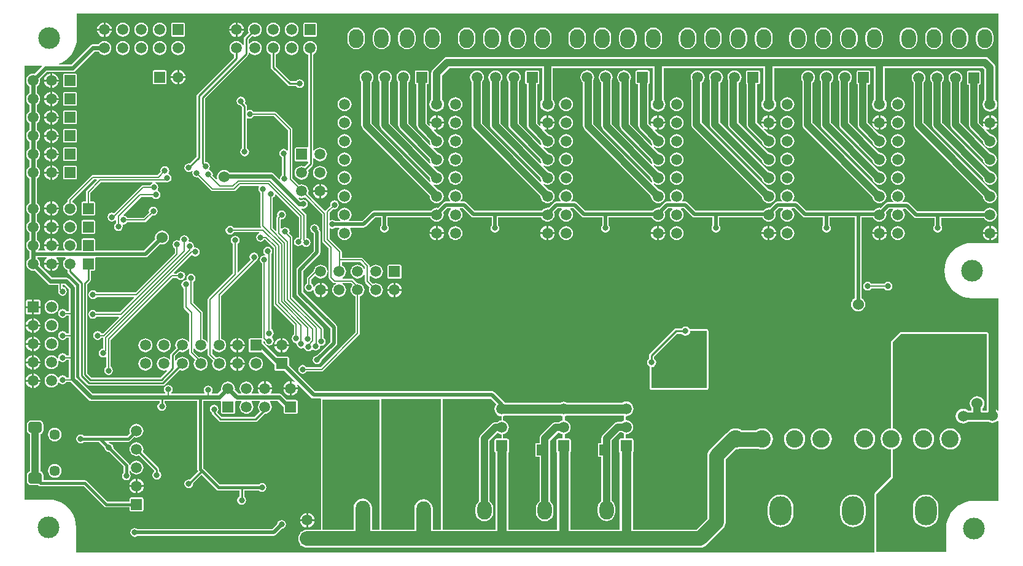
<source format=gbl>
G04 Layer_Physical_Order=2*
G04 Layer_Color=16711680*
%FSLAX44Y44*%
%MOMM*%
G71*
G01*
G75*
%ADD39R,1.5000X1.5000*%
%ADD47C,0.5000*%
%ADD48C,0.2000*%
%ADD49C,1.0000*%
%ADD50C,0.2540*%
%ADD51C,0.4000*%
%ADD54C,1.3000*%
%ADD55C,2.0000*%
%ADD56C,0.6000*%
%ADD59C,1.5000*%
%ADD60R,1.5000X1.5000*%
G04:AMPARAMS|DCode=61|XSize=1.5mm|YSize=1.9mm|CornerRadius=0.375mm|HoleSize=0mm|Usage=FLASHONLY|Rotation=270.000|XOffset=0mm|YOffset=0mm|HoleType=Round|Shape=RoundedRectangle|*
%AMROUNDEDRECTD61*
21,1,1.5000,1.1500,0,0,270.0*
21,1,0.7500,1.9000,0,0,270.0*
1,1,0.7500,-0.5750,-0.3750*
1,1,0.7500,-0.5750,0.3750*
1,1,0.7500,0.5750,0.3750*
1,1,0.7500,0.5750,-0.3750*
%
%ADD61ROUNDEDRECTD61*%
%ADD62C,1.4500*%
%ADD63C,1.5096*%
%ADD64C,3.0000*%
%ADD65O,2.0000X2.6000*%
%ADD66C,1.0000*%
%ADD67C,1.5240*%
%ADD68O,3.0000X4.0000*%
%ADD69C,2.4000*%
%ADD70C,0.8000*%
%ADD71C,0.7000*%
%ADD72R,39.0906X2.3137*%
%ADD73R,4.9276X2.6416*%
G36*
X1380329Y199155D02*
X1374631D01*
Y202065D01*
X1375906Y203727D01*
X1376926Y206188D01*
X1377273Y208830D01*
X1376926Y211472D01*
X1375906Y213934D01*
X1374284Y216048D01*
X1372170Y217670D01*
X1369708Y218690D01*
X1367066Y219037D01*
X1364424Y218690D01*
X1361962Y217670D01*
X1359848Y216048D01*
X1358226Y213934D01*
X1357207Y211472D01*
X1356859Y208830D01*
X1357207Y206188D01*
X1358226Y203727D01*
X1359501Y202065D01*
Y199155D01*
X1354527D01*
X1352866Y200430D01*
X1350404Y201450D01*
X1347762Y201798D01*
X1345120Y201450D01*
X1342658Y200430D01*
X1340544Y198808D01*
X1338922Y196694D01*
X1337903Y194232D01*
X1337555Y191590D01*
X1337903Y188948D01*
X1338922Y186486D01*
X1340544Y184373D01*
X1342658Y182750D01*
X1345120Y181731D01*
X1347762Y181383D01*
X1350404Y181731D01*
X1352866Y182750D01*
X1354527Y184025D01*
X1382122D01*
X1382790Y183512D01*
X1385252Y182493D01*
X1387894Y182145D01*
X1390536Y182493D01*
X1392998Y183512D01*
X1394886Y184962D01*
X1396156Y184597D01*
Y74713D01*
X1363386D01*
X1362748Y74763D01*
X1356706Y74288D01*
X1350814Y72873D01*
X1345215Y70554D01*
X1340048Y67387D01*
X1335440Y63452D01*
X1331504Y58844D01*
X1328338Y53677D01*
X1326019Y48078D01*
X1324604Y42185D01*
X1324129Y36144D01*
X1324179Y35499D01*
Y3844D01*
X1228000D01*
Y84000D01*
X1250988Y106988D01*
Y145749D01*
X1252235Y145913D01*
X1255763Y147374D01*
X1258792Y149699D01*
X1261116Y152728D01*
X1262577Y156255D01*
X1263075Y160040D01*
X1262577Y163825D01*
X1261116Y167353D01*
X1258792Y170382D01*
X1255763Y172706D01*
X1252235Y174167D01*
X1250988Y174331D01*
Y294000D01*
X1261799Y304811D01*
X1380329D01*
Y199155D01*
D02*
G37*
G36*
X1396666Y430311D02*
X1360951D01*
X1360208Y430369D01*
X1354245Y429900D01*
X1348429Y428504D01*
X1342903Y426215D01*
X1337803Y423090D01*
X1333255Y419205D01*
X1329370Y414657D01*
X1326245Y409557D01*
X1323956Y404031D01*
X1322560Y398215D01*
X1322090Y392252D01*
X1322560Y386289D01*
X1323956Y380473D01*
X1326245Y374947D01*
X1329370Y369847D01*
X1333255Y365299D01*
X1337803Y361414D01*
X1342903Y358289D01*
X1348429Y356000D01*
X1354245Y354604D01*
X1360208Y354134D01*
X1360957Y354193D01*
X1396666D01*
Y199585D01*
X1395464Y199177D01*
X1395140Y199598D01*
X1393018Y201227D01*
X1390546Y202251D01*
X1389164Y202433D01*
Y192352D01*
X1387894D01*
Y191082D01*
X1377814D01*
X1377995Y189700D01*
X1378764Y187845D01*
X1378014Y186574D01*
X1357825D01*
X1357119Y187630D01*
X1357661Y188938D01*
X1357843Y190320D01*
X1347762D01*
Y192860D01*
X1357843D01*
X1357661Y194242D01*
X1357119Y195550D01*
X1357825Y196606D01*
X1359501D01*
X1360477Y196800D01*
X1361304Y197353D01*
X1361856Y198179D01*
X1361936Y198583D01*
X1363190Y199438D01*
X1364414Y198932D01*
X1365796Y198750D01*
Y208830D01*
X1368336D01*
Y198750D01*
X1369718Y198932D01*
X1370942Y199438D01*
X1372195Y198583D01*
X1372276Y198179D01*
X1372828Y197353D01*
X1373655Y196800D01*
X1374631Y196606D01*
X1377516D01*
X1378221Y195550D01*
X1377995Y195005D01*
X1377814Y193622D01*
X1386624D01*
Y202433D01*
X1385242Y202251D01*
X1383934Y201709D01*
X1382878Y202415D01*
Y304811D01*
X1382684Y305786D01*
X1382132Y306613D01*
X1381305Y307166D01*
X1380329Y307360D01*
X1261799D01*
X1260824Y307166D01*
X1259997Y306613D01*
X1249186Y295802D01*
X1248633Y294975D01*
X1248439Y294000D01*
Y174664D01*
X1244665Y174167D01*
X1241137Y172706D01*
X1238109Y170382D01*
X1235784Y167353D01*
X1234323Y163825D01*
X1233825Y160040D01*
X1234323Y156255D01*
X1235784Y152728D01*
X1238109Y149699D01*
X1241137Y147374D01*
X1244665Y145913D01*
X1248439Y145416D01*
Y108044D01*
X1226198Y85802D01*
X1225645Y84976D01*
X1225451Y84000D01*
Y3844D01*
X1225033Y3334D01*
X124711D01*
Y37687D01*
X124769Y38430D01*
X124300Y44393D01*
X122904Y50209D01*
X120615Y55735D01*
X117489Y60835D01*
X113605Y65383D01*
X109057Y69268D01*
X103957Y72393D01*
X98431Y74682D01*
X92615Y76078D01*
X86652Y76547D01*
X85909Y76489D01*
X53334D01*
Y675190D01*
X77120D01*
X77646Y673920D01*
X67412Y663686D01*
X65316Y663962D01*
X62836Y663636D01*
X60525Y662678D01*
X58541Y661156D01*
X57018Y659171D01*
X56061Y656860D01*
X55734Y654380D01*
X56061Y651900D01*
X57018Y649589D01*
X58541Y647605D01*
X60218Y646318D01*
Y637043D01*
X58541Y635756D01*
X57018Y633771D01*
X56061Y631460D01*
X55734Y628980D01*
X56061Y626500D01*
X57018Y624189D01*
X58541Y622205D01*
X60218Y620918D01*
Y611643D01*
X58541Y610356D01*
X57018Y608371D01*
X56061Y606060D01*
X55734Y603580D01*
X56061Y601100D01*
X57018Y598789D01*
X58541Y596805D01*
X60218Y595518D01*
Y586243D01*
X58541Y584956D01*
X57018Y582971D01*
X56061Y580660D01*
X55734Y578180D01*
X56061Y575700D01*
X57018Y573389D01*
X58541Y571405D01*
X60218Y570117D01*
Y560843D01*
X58541Y559556D01*
X57018Y557571D01*
X56061Y555260D01*
X55734Y552780D01*
X56061Y550300D01*
X57018Y547989D01*
X58541Y546005D01*
X60218Y544717D01*
Y535443D01*
X58541Y534156D01*
X57018Y532171D01*
X56061Y529860D01*
X55734Y527380D01*
X56061Y524900D01*
X57018Y522589D01*
X58541Y520605D01*
X60218Y519318D01*
Y485910D01*
X58545Y484626D01*
X57022Y482641D01*
X56065Y480330D01*
X55738Y477850D01*
X56065Y475370D01*
X57022Y473059D01*
X58545Y471075D01*
X60218Y469791D01*
Y460510D01*
X58545Y459226D01*
X57022Y457241D01*
X56065Y454930D01*
X55738Y452450D01*
X56065Y449970D01*
X57022Y447659D01*
X58545Y445675D01*
X60218Y444391D01*
Y435110D01*
X58545Y433826D01*
X57022Y431841D01*
X56065Y429530D01*
X55738Y427050D01*
X56065Y424570D01*
X57022Y422259D01*
X58545Y420275D01*
X60222Y418988D01*
Y409713D01*
X58545Y408426D01*
X57022Y406441D01*
X56065Y404130D01*
X55738Y401650D01*
X56065Y399170D01*
X57022Y396859D01*
X58545Y394875D01*
X60529Y393352D01*
X62840Y392395D01*
X65320Y392068D01*
X67416Y392344D01*
X85845Y373915D01*
X87499Y372810D01*
X89450Y372422D01*
X99941D01*
Y366440D01*
X99941Y366440D01*
X100144Y365419D01*
X99773Y363550D01*
X100238Y361209D01*
X101564Y359225D01*
X103549Y357898D01*
X105890Y357433D01*
X108231Y357898D01*
X110216Y359225D01*
X111542Y361209D01*
X112008Y363550D01*
X111542Y365891D01*
X110216Y367876D01*
X108231Y369202D01*
X106059Y369634D01*
Y372422D01*
X108988D01*
X114902Y366508D01*
Y336129D01*
X111062D01*
X110216Y337396D01*
X108231Y338722D01*
X105890Y339188D01*
X103549Y338722D01*
X101564Y337396D01*
X100238Y335411D01*
X99773Y333070D01*
X100238Y330729D01*
X101564Y328745D01*
X103549Y327418D01*
X105890Y326953D01*
X108231Y327418D01*
X110216Y328745D01*
X111062Y330011D01*
X114902D01*
Y305649D01*
X111062D01*
X110216Y306916D01*
X108231Y308242D01*
X105890Y308708D01*
X103549Y308242D01*
X101564Y306916D01*
X100238Y304931D01*
X99773Y302590D01*
X100238Y300249D01*
X101564Y298265D01*
X103549Y296938D01*
X105890Y296473D01*
X108231Y296938D01*
X110216Y298265D01*
X111062Y299531D01*
X114902D01*
Y275169D01*
X111062D01*
X110216Y276436D01*
X108231Y277762D01*
X105890Y278228D01*
X103549Y277762D01*
X101564Y276436D01*
X100238Y274451D01*
X99773Y272110D01*
X99895Y271495D01*
X98707Y270957D01*
X97495Y272536D01*
X95511Y274058D01*
X93200Y275016D01*
X90720Y275342D01*
X88240Y275016D01*
X85929Y274058D01*
X83945Y272536D01*
X82422Y270551D01*
X81465Y268240D01*
X81138Y265760D01*
X81465Y263280D01*
X82422Y260969D01*
X83945Y258985D01*
X85929Y257462D01*
X88240Y256505D01*
X90720Y256178D01*
X93200Y256505D01*
X95511Y257462D01*
X97495Y258985D01*
X99018Y260969D01*
X99976Y263280D01*
X100302Y265760D01*
X100035Y267787D01*
X101256Y268246D01*
X101564Y267785D01*
X103549Y266458D01*
X105890Y265993D01*
X108231Y266458D01*
X110216Y267785D01*
X111062Y269051D01*
X114902D01*
Y244689D01*
X111062D01*
X110216Y245956D01*
X108231Y247282D01*
X105890Y247748D01*
X103549Y247282D01*
X101564Y245956D01*
X100635Y244566D01*
X99202Y244707D01*
X99018Y245151D01*
X97495Y247136D01*
X95511Y248658D01*
X93200Y249616D01*
X90720Y249942D01*
X88240Y249616D01*
X85929Y248658D01*
X83945Y247136D01*
X82422Y245151D01*
X81465Y242840D01*
X81138Y240360D01*
X81465Y237880D01*
X82422Y235569D01*
X83945Y233585D01*
X85929Y232062D01*
X88240Y231105D01*
X90720Y230778D01*
X93200Y231105D01*
X95511Y232062D01*
X97495Y233585D01*
X99018Y235569D01*
X99852Y237581D01*
X100754Y237821D01*
X101244Y237784D01*
X101564Y237304D01*
X103549Y235978D01*
X105890Y235513D01*
X108231Y235978D01*
X110216Y237304D01*
X111062Y238571D01*
X117303D01*
X141979Y213895D01*
X143633Y212790D01*
X145584Y212402D01*
X239666D01*
Y209988D01*
X238674Y209326D01*
X237348Y207341D01*
X236882Y205000D01*
X237348Y202659D01*
X238674Y200674D01*
X240659Y199348D01*
X243000Y198883D01*
X245341Y199348D01*
X247326Y200674D01*
X248652Y202659D01*
X249118Y205000D01*
X248652Y207341D01*
X247326Y209326D01*
X246334Y209988D01*
Y212402D01*
X291922D01*
Y118000D01*
X291922Y118000D01*
X292232Y116439D01*
X292907Y115429D01*
X281361Y103883D01*
X280000Y104154D01*
X277659Y103688D01*
X275674Y102362D01*
X274348Y100378D01*
X273883Y98037D01*
X274348Y95695D01*
X275674Y93711D01*
X277659Y92385D01*
X280000Y91919D01*
X282341Y92385D01*
X284326Y93711D01*
X285652Y95695D01*
X286117Y98037D01*
X285923Y99015D01*
X297570Y110662D01*
X318116Y90116D01*
X318116Y90116D01*
X319439Y89232D01*
X321000Y88922D01*
X349666D01*
Y80249D01*
X348674Y79586D01*
X347348Y77601D01*
X346883Y75260D01*
X347348Y72919D01*
X348674Y70935D01*
X350659Y69608D01*
X353000Y69143D01*
X355341Y69608D01*
X357326Y70935D01*
X358652Y72919D01*
X359118Y75260D01*
X358652Y77601D01*
X357326Y79586D01*
X356334Y80249D01*
Y88922D01*
X376509D01*
X376674Y88674D01*
X378659Y87348D01*
X381000Y86882D01*
X383341Y87348D01*
X385326Y88674D01*
X386652Y90659D01*
X387118Y93000D01*
X386652Y95341D01*
X385326Y97326D01*
X383341Y98652D01*
X381000Y99117D01*
X378659Y98652D01*
X376674Y97326D01*
X376509Y97078D01*
X322689D01*
X300980Y118788D01*
X300980Y118788D01*
X300078Y119689D01*
Y212402D01*
X322072D01*
X323612Y212709D01*
X324613Y211951D01*
X324725Y211792D01*
Y196792D01*
X324880Y196012D01*
X325322Y195350D01*
X325984Y194908D01*
X326764Y194753D01*
X341764D01*
X342544Y194908D01*
X343206Y195350D01*
X343648Y196012D01*
X343803Y196792D01*
Y211630D01*
X344291Y212069D01*
X344967Y212452D01*
X346764Y212094D01*
X352320D01*
X352702Y210824D01*
X351366Y209083D01*
X350409Y206772D01*
X350082Y204292D01*
X350409Y201812D01*
X351366Y199501D01*
X352889Y197517D01*
X354873Y195994D01*
X357184Y195037D01*
X359664Y194710D01*
X362144Y195037D01*
X364455Y195994D01*
X366440Y197517D01*
X367962Y199501D01*
X368919Y201812D01*
X369246Y204292D01*
X368919Y206772D01*
X367962Y209083D01*
X366626Y210824D01*
X367008Y212094D01*
X377720D01*
X378102Y210824D01*
X376766Y209083D01*
X375809Y206772D01*
X375482Y204292D01*
X375809Y201812D01*
X376766Y199501D01*
X378077Y197792D01*
X370619Y190334D01*
X325381D01*
X319300Y196415D01*
X319326Y196674D01*
X320652Y198659D01*
X321118Y201000D01*
X320652Y203341D01*
X319326Y205326D01*
X317341Y206652D01*
X315000Y207118D01*
X312659Y206652D01*
X310674Y205326D01*
X309348Y203341D01*
X308883Y201000D01*
X309348Y198659D01*
X310674Y196674D01*
X311666Y196012D01*
Y196000D01*
X311920Y194724D01*
X312642Y193643D01*
X321642Y184643D01*
X322724Y183920D01*
X324000Y183666D01*
X372000D01*
X373276Y183920D01*
X374357Y184643D01*
X384500Y194785D01*
X385064Y194710D01*
X387544Y195037D01*
X389855Y195994D01*
X391839Y197517D01*
X393362Y199501D01*
X394319Y201812D01*
X394646Y204292D01*
X394319Y206772D01*
X393362Y209083D01*
X392026Y210824D01*
X392408Y212094D01*
X402818D01*
X411085Y203828D01*
Y196792D01*
X411240Y196012D01*
X411682Y195350D01*
X412344Y194908D01*
X413124Y194753D01*
X428124D01*
X428904Y194908D01*
X429566Y195350D01*
X430008Y196012D01*
X430163Y196792D01*
Y211792D01*
X430008Y212572D01*
X429566Y213234D01*
X428904Y213676D01*
X428124Y213831D01*
X415500D01*
X408535Y220797D01*
X406881Y221902D01*
X404930Y222290D01*
X393640D01*
X393014Y223560D01*
X393834Y224629D01*
X394846Y227071D01*
X395023Y228422D01*
X375105D01*
X375283Y227071D01*
X376294Y224629D01*
X377114Y223560D01*
X376488Y222290D01*
X367560D01*
X366933Y223560D01*
X367962Y224901D01*
X368919Y227212D01*
X369246Y229692D01*
X368919Y232172D01*
X367962Y234483D01*
X366440Y236468D01*
X364455Y237990D01*
X362144Y238948D01*
X359664Y239274D01*
X357184Y238948D01*
X354873Y237990D01*
X352889Y236468D01*
X351366Y234483D01*
X350409Y232172D01*
X350082Y229692D01*
X350409Y227212D01*
X351366Y224901D01*
X352395Y223560D01*
X351769Y222290D01*
X348876D01*
X343570Y227596D01*
X343846Y229692D01*
X343520Y232172D01*
X342562Y234483D01*
X341040Y236468D01*
X339055Y237990D01*
X336744Y238948D01*
X334264Y239274D01*
X331784Y238948D01*
X329473Y237990D01*
X327489Y236468D01*
X325966Y234483D01*
X325009Y232172D01*
X324682Y229692D01*
X324958Y227596D01*
X319960Y222598D01*
X312353D01*
X311674Y223868D01*
X312478Y225071D01*
X312943Y227412D01*
X312478Y229753D01*
X311152Y231738D01*
X309167Y233064D01*
X306826Y233530D01*
X304485Y233064D01*
X302500Y231738D01*
X301174Y229753D01*
X300708Y227412D01*
X301174Y225071D01*
X301978Y223868D01*
X301299Y222598D01*
X256092D01*
X255707Y223868D01*
X256043Y224093D01*
X257370Y226077D01*
X257835Y228419D01*
X257370Y230760D01*
X256043Y232744D01*
X254059Y234070D01*
X251718Y234536D01*
X249377Y234070D01*
X247392Y232744D01*
X246066Y230760D01*
X245600Y228419D01*
X246066Y226077D01*
X247392Y224093D01*
X247728Y223868D01*
X247343Y222598D01*
X147696D01*
X125098Y245196D01*
Y272110D01*
Y302590D01*
Y333070D01*
Y368620D01*
X124710Y370571D01*
X123605Y372225D01*
X114705Y381125D01*
X113051Y382230D01*
X111100Y382618D01*
X91562D01*
X74626Y399554D01*
X74902Y401650D01*
X74575Y404130D01*
X73618Y406441D01*
X72095Y408426D01*
X71162Y409142D01*
X71593Y410412D01*
X83670D01*
X84079Y409209D01*
X83559Y408811D01*
X81950Y406713D01*
X80938Y404271D01*
X80761Y402920D01*
X90720D01*
X100679D01*
X100502Y404271D01*
X99490Y406713D01*
X97881Y408811D01*
X97361Y409209D01*
X97770Y410412D01*
X109847D01*
X110278Y409142D01*
X109345Y408426D01*
X107822Y406441D01*
X106865Y404130D01*
X106538Y401650D01*
X106865Y399170D01*
X107822Y396859D01*
X109345Y394875D01*
X111329Y393352D01*
X112786Y392748D01*
Y390880D01*
X113040Y389604D01*
X113763Y388522D01*
X128936Y373349D01*
Y247309D01*
X129190Y246034D01*
X129913Y244952D01*
X140222Y234643D01*
X141304Y233920D01*
X142579Y233666D01*
X244290D01*
X245566Y233920D01*
X246647Y234643D01*
X267081Y255076D01*
X268538Y254473D01*
X271018Y254146D01*
X273498Y254473D01*
X275809Y255430D01*
X277794Y256953D01*
X279316Y258937D01*
X280273Y261248D01*
X280600Y263728D01*
X280273Y266208D01*
X279316Y268519D01*
X277794Y270504D01*
X275809Y272026D01*
X273498Y272984D01*
X271018Y273310D01*
X268538Y272984D01*
X266227Y272026D01*
X264243Y270504D01*
X262720Y268519D01*
X262604Y268240D01*
X261334Y268492D01*
Y274729D01*
X267081Y280476D01*
X268538Y279873D01*
X271018Y279546D01*
X273498Y279873D01*
X275809Y280830D01*
X277794Y282353D01*
X279316Y284337D01*
X279389Y284513D01*
X280659Y284261D01*
Y279222D01*
X280659Y279222D01*
X280892Y278052D01*
X281555Y277059D01*
X288978Y269637D01*
X288120Y268519D01*
X287163Y266208D01*
X286836Y263728D01*
X287163Y261248D01*
X288120Y258937D01*
X289643Y256953D01*
X291627Y255430D01*
X293938Y254473D01*
X296418Y254146D01*
X298898Y254473D01*
X301209Y255430D01*
X303193Y256953D01*
X304716Y258937D01*
X305674Y261248D01*
X306000Y263728D01*
X305674Y266208D01*
X304716Y268519D01*
X303193Y270504D01*
X301209Y272026D01*
X298898Y272984D01*
X296418Y273310D01*
X294242Y273024D01*
X286777Y280489D01*
Y284261D01*
X288047Y284513D01*
X288120Y284337D01*
X289643Y282353D01*
X291627Y280830D01*
X293938Y279873D01*
X296418Y279546D01*
X298898Y279873D01*
X301209Y280830D01*
X303193Y282353D01*
X304716Y284337D01*
X305043Y285127D01*
X306313Y284874D01*
Y276174D01*
X306313Y276174D01*
X306546Y275004D01*
X307209Y274011D01*
X313280Y267940D01*
X312563Y266208D01*
X312236Y263728D01*
X312563Y261248D01*
X313520Y258937D01*
X315043Y256953D01*
X317027Y255430D01*
X319338Y254473D01*
X321818Y254146D01*
X324298Y254473D01*
X326609Y255430D01*
X328593Y256953D01*
X330116Y258937D01*
X331073Y261248D01*
X331400Y263728D01*
X331073Y266208D01*
X330116Y268519D01*
X328593Y270504D01*
X326609Y272026D01*
X324298Y272984D01*
X321818Y273310D01*
X319338Y272984D01*
X317606Y272266D01*
X312431Y277441D01*
Y283767D01*
X312729Y283923D01*
X313701Y284101D01*
X315043Y282353D01*
X317027Y280830D01*
X319338Y279873D01*
X321818Y279546D01*
X324298Y279873D01*
X326609Y280830D01*
X328593Y282353D01*
X330116Y284337D01*
X331073Y286648D01*
X331400Y289128D01*
X331073Y291608D01*
X330116Y293919D01*
X328593Y295904D01*
X326609Y297426D01*
X324877Y298144D01*
Y357551D01*
X372162Y404836D01*
X372162Y404836D01*
X372635Y405544D01*
X374325Y406673D01*
X375651Y408658D01*
X376117Y410999D01*
X375651Y413340D01*
X374325Y415325D01*
X372340Y416651D01*
X369999Y417117D01*
X367658Y416651D01*
X365673Y415325D01*
X364347Y413340D01*
X363882Y410999D01*
X364347Y408658D01*
X365543Y406869D01*
X348232Y389558D01*
X347059Y390044D01*
Y428828D01*
X348326Y429674D01*
X349652Y431659D01*
X350117Y434000D01*
X349652Y436341D01*
X348326Y438326D01*
X346341Y439652D01*
X344000Y440117D01*
X341659Y439652D01*
X339674Y438326D01*
X338348Y436341D01*
X337882Y434000D01*
X338348Y431659D01*
X339674Y429674D01*
X340941Y428828D01*
Y388267D01*
X307209Y354535D01*
X306546Y353543D01*
X306313Y352372D01*
X306313Y352372D01*
Y293382D01*
X305043Y293130D01*
X304716Y293919D01*
X303193Y295904D01*
X301209Y297426D01*
X299477Y298144D01*
Y333582D01*
X299244Y334753D01*
X298581Y335745D01*
X298581Y335745D01*
X286059Y348267D01*
Y376828D01*
X287326Y377674D01*
X288652Y379659D01*
X289118Y382000D01*
X288652Y384341D01*
X287326Y386326D01*
X285341Y387652D01*
X283000Y388117D01*
X280659Y387652D01*
X278674Y386326D01*
X277348Y384341D01*
X276882Y382000D01*
X277248Y380164D01*
X276345Y379049D01*
X276000Y379118D01*
X273659Y378652D01*
X271674Y377326D01*
X270348Y375341D01*
X269883Y373000D01*
X270348Y370659D01*
X271674Y368674D01*
X272941Y367828D01*
Y342000D01*
X272941Y342000D01*
X273174Y340829D01*
X273837Y339837D01*
X280659Y333015D01*
Y293995D01*
X279389Y293743D01*
X279316Y293919D01*
X277794Y295904D01*
X275809Y297426D01*
X273498Y298384D01*
X271018Y298710D01*
X268538Y298384D01*
X266227Y297426D01*
X264243Y295904D01*
X262720Y293919D01*
X261763Y291608D01*
X261436Y289128D01*
X261763Y286648D01*
X262366Y285191D01*
X255643Y278468D01*
X254920Y277386D01*
X254666Y276110D01*
Y269628D01*
X253396Y269197D01*
X252393Y270504D01*
X250409Y272026D01*
X248098Y272984D01*
X245618Y273310D01*
X243138Y272984D01*
X240827Y272026D01*
X238843Y270504D01*
X237320Y268519D01*
X236363Y266208D01*
X236036Y263728D01*
X236363Y261248D01*
X237320Y258937D01*
X238843Y256953D01*
X240827Y255430D01*
X243138Y254473D01*
X245618Y254146D01*
X248098Y254473D01*
X249349Y254991D01*
X250069Y253914D01*
X241028Y244874D01*
X145841D01*
X140144Y250571D01*
Y373429D01*
X143877Y377163D01*
X144600Y378244D01*
X144854Y379520D01*
Y392111D01*
X149020D01*
X149800Y392266D01*
X150462Y392708D01*
X150904Y393370D01*
X151059Y394150D01*
Y409150D01*
X151994Y410412D01*
X220000D01*
X221756Y410761D01*
X223244Y411756D01*
X240225Y428737D01*
X240489Y428628D01*
X243000Y428297D01*
X245511Y428628D01*
X247852Y429597D01*
X249861Y431139D01*
X251403Y433148D01*
X252372Y435489D01*
X252703Y438000D01*
X252372Y440511D01*
X251403Y442851D01*
X249861Y444861D01*
X247852Y446403D01*
X245511Y447372D01*
X243000Y447703D01*
X240489Y447372D01*
X238148Y446403D01*
X236139Y444861D01*
X234597Y442851D01*
X233628Y440511D01*
X233297Y438000D01*
X233628Y435489D01*
X233737Y435225D01*
X218099Y419588D01*
X151059D01*
Y434550D01*
X150904Y435331D01*
X150462Y435992D01*
X149800Y436434D01*
X149020Y436589D01*
X134020D01*
X133240Y436434D01*
X132578Y435992D01*
X132136Y435331D01*
X131981Y434550D01*
Y419588D01*
X123969D01*
X123343Y420858D01*
X124418Y422259D01*
X125375Y424570D01*
X125702Y427050D01*
X125375Y429530D01*
X124418Y431841D01*
X122895Y433826D01*
X120911Y435348D01*
X118600Y436306D01*
X116120Y436632D01*
X113640Y436306D01*
X111329Y435348D01*
X109345Y433826D01*
X107822Y431841D01*
X106865Y429530D01*
X106538Y427050D01*
X106865Y424570D01*
X107822Y422259D01*
X108897Y420858D01*
X108271Y419588D01*
X99250D01*
X98624Y420858D01*
X99490Y421987D01*
X100502Y424429D01*
X100679Y425780D01*
X90720D01*
X80761D01*
X80938Y424429D01*
X81950Y421987D01*
X82816Y420858D01*
X82190Y419588D01*
X73169D01*
X72543Y420858D01*
X73618Y422259D01*
X74575Y424570D01*
X74902Y427050D01*
X74575Y429530D01*
X73618Y431841D01*
X72095Y433826D01*
X70414Y435116D01*
Y444384D01*
X72095Y445675D01*
X73618Y447659D01*
X74575Y449970D01*
X74902Y452450D01*
X74575Y454930D01*
X73618Y457241D01*
X72095Y459226D01*
X70414Y460516D01*
Y469785D01*
X72095Y471075D01*
X73618Y473059D01*
X74575Y475370D01*
X74902Y477850D01*
X74575Y480330D01*
X73618Y482641D01*
X72095Y484626D01*
X70414Y485916D01*
Y519318D01*
X72091Y520605D01*
X73614Y522589D01*
X74571Y524900D01*
X74898Y527380D01*
X74571Y529860D01*
X73614Y532171D01*
X72091Y534156D01*
X70414Y535443D01*
Y544718D01*
X72091Y546005D01*
X73614Y547989D01*
X74571Y550300D01*
X74898Y552780D01*
X74571Y555260D01*
X73614Y557571D01*
X72091Y559556D01*
X70414Y560843D01*
Y570118D01*
X72091Y571405D01*
X73614Y573389D01*
X74571Y575700D01*
X74898Y578180D01*
X74571Y580660D01*
X73614Y582971D01*
X72091Y584956D01*
X70414Y586243D01*
Y595518D01*
X72091Y596805D01*
X73614Y598789D01*
X74571Y601100D01*
X74898Y603580D01*
X74571Y606060D01*
X73614Y608371D01*
X72091Y610356D01*
X70414Y611643D01*
Y620918D01*
X72091Y622205D01*
X73614Y624189D01*
X74571Y626500D01*
X74898Y628980D01*
X74571Y631460D01*
X73614Y633771D01*
X72091Y635756D01*
X70414Y637043D01*
Y646318D01*
X72091Y647605D01*
X73614Y649589D01*
X74571Y651900D01*
X74898Y654380D01*
X74622Y656477D01*
X84308Y666162D01*
X120042D01*
X121993Y666551D01*
X123647Y667656D01*
X149934Y693942D01*
X155645D01*
X156932Y692265D01*
X158917Y690742D01*
X161228Y689785D01*
X163708Y689458D01*
X166188Y689785D01*
X168499Y690742D01*
X170483Y692265D01*
X172006Y694249D01*
X172963Y696560D01*
X173290Y699040D01*
X172963Y701520D01*
X172006Y703831D01*
X170483Y705816D01*
X168499Y707338D01*
X166188Y708296D01*
X163708Y708622D01*
X161228Y708296D01*
X158917Y707338D01*
X156932Y705816D01*
X155645Y704138D01*
X147822D01*
X145871Y703750D01*
X144217Y702645D01*
X117931Y676358D01*
X101283D01*
X101031Y677628D01*
X105030Y679285D01*
X110130Y682410D01*
X114679Y686295D01*
X118563Y690843D01*
X121688Y695943D01*
X123977Y701469D01*
X125374Y707285D01*
X125843Y713248D01*
X125785Y713990D01*
Y746666D01*
X1396666D01*
Y430311D01*
D02*
G37*
%LPC*%
G36*
X1293150Y174665D02*
X1289365Y174167D01*
X1285838Y172706D01*
X1282809Y170382D01*
X1280484Y167353D01*
X1279023Y163825D01*
X1278525Y160040D01*
X1279023Y156255D01*
X1280484Y152728D01*
X1282809Y149699D01*
X1285838Y147374D01*
X1289365Y145913D01*
X1293150Y145415D01*
X1296935Y145913D01*
X1300463Y147374D01*
X1303492Y149699D01*
X1305816Y152728D01*
X1307277Y156255D01*
X1307775Y160040D01*
X1307277Y163825D01*
X1305816Y167353D01*
X1303492Y170382D01*
X1300463Y172706D01*
X1296935Y174167D01*
X1293150Y174665D01*
D02*
G37*
G36*
X1329750D02*
X1325965Y174167D01*
X1322437Y172706D01*
X1319409Y170382D01*
X1317084Y167353D01*
X1315623Y163825D01*
X1315125Y160040D01*
X1315623Y156255D01*
X1317084Y152728D01*
X1319409Y149699D01*
X1322437Y147374D01*
X1325965Y145913D01*
X1329750Y145415D01*
X1333535Y145913D01*
X1337063Y147374D01*
X1340092Y149699D01*
X1342416Y152728D01*
X1343877Y156255D01*
X1344375Y160040D01*
X1343877Y163825D01*
X1342416Y167353D01*
X1340092Y170382D01*
X1337063Y172706D01*
X1333535Y174167D01*
X1329750Y174665D01*
D02*
G37*
G36*
X1296162Y83367D02*
X1292731Y83029D01*
X1289433Y82028D01*
X1286392Y80403D01*
X1283728Y78216D01*
X1281541Y75552D01*
X1279916Y72512D01*
X1278915Y69213D01*
X1278577Y65782D01*
Y55782D01*
X1278915Y52352D01*
X1279916Y49053D01*
X1281541Y46013D01*
X1283728Y43348D01*
X1286392Y41161D01*
X1289433Y39536D01*
X1292731Y38535D01*
X1296162Y38198D01*
X1299592Y38535D01*
X1302891Y39536D01*
X1305931Y41161D01*
X1308596Y43348D01*
X1310783Y46013D01*
X1312408Y49053D01*
X1313409Y52352D01*
X1313747Y55782D01*
Y65782D01*
X1313409Y69213D01*
X1312408Y72512D01*
X1310783Y75552D01*
X1308596Y78216D01*
X1305931Y80403D01*
X1302891Y82028D01*
X1299592Y83029D01*
X1296162Y83367D01*
D02*
G37*
G36*
X620722Y442692D02*
X611984D01*
X612163Y441329D01*
X613180Y438875D01*
X614797Y436767D01*
X616904Y435150D01*
X619358Y434134D01*
X620722Y433954D01*
Y442692D01*
D02*
G37*
G36*
X632000D02*
X623262D01*
Y433954D01*
X624625Y434134D01*
X627079Y435150D01*
X629187Y436767D01*
X630804Y438875D01*
X631820Y441329D01*
X632000Y442692D01*
D02*
G37*
G36*
X1394915Y442692D02*
X1386178D01*
Y433954D01*
X1387541Y434134D01*
X1389995Y435150D01*
X1392103Y436767D01*
X1393719Y438875D01*
X1394736Y441329D01*
X1394915Y442692D01*
D02*
G37*
G36*
X1383638D02*
X1374900D01*
X1375079Y441329D01*
X1376096Y438875D01*
X1377713Y436767D01*
X1379820Y435150D01*
X1382274Y434134D01*
X1383638Y433954D01*
Y442692D01*
D02*
G37*
G36*
X937166Y442692D02*
X928428D01*
Y433954D01*
X929792Y434134D01*
X932246Y435150D01*
X934353Y436767D01*
X935970Y438875D01*
X936986Y441329D01*
X937166Y442692D01*
D02*
G37*
G36*
X925888D02*
X917150D01*
X917330Y441329D01*
X918346Y438875D01*
X919963Y436767D01*
X922071Y435150D01*
X924525Y434134D01*
X925888Y433954D01*
Y442692D01*
D02*
G37*
G36*
X773305D02*
X764567D01*
X764747Y441329D01*
X765763Y438875D01*
X767380Y436767D01*
X769487Y435150D01*
X771941Y434134D01*
X773305Y433954D01*
Y442692D01*
D02*
G37*
G36*
X800158Y453593D02*
X797666Y453265D01*
X795343Y452302D01*
X793348Y450772D01*
X791818Y448778D01*
X790856Y446455D01*
X790528Y443962D01*
X790856Y441470D01*
X791818Y439147D01*
X793348Y437152D01*
X795343Y435622D01*
X797666Y434660D01*
X800158Y434332D01*
X802651Y434660D01*
X804973Y435622D01*
X806968Y437152D01*
X808498Y439147D01*
X809460Y441470D01*
X809789Y443962D01*
X809460Y446455D01*
X808498Y448778D01*
X806968Y450772D01*
X804973Y452302D01*
X802651Y453265D01*
X800158Y453593D01*
D02*
G37*
G36*
X647575D02*
X645082Y453265D01*
X642760Y452302D01*
X640765Y450772D01*
X639235Y448778D01*
X638273Y446455D01*
X637944Y443962D01*
X638273Y441470D01*
X639235Y439147D01*
X640765Y437152D01*
X642760Y435622D01*
X645082Y434660D01*
X647575Y434332D01*
X650068Y434660D01*
X652390Y435622D01*
X654385Y437152D01*
X655915Y439147D01*
X656877Y441470D01*
X657205Y443962D01*
X656877Y446455D01*
X655915Y448778D01*
X654385Y450772D01*
X652390Y452302D01*
X650068Y453265D01*
X647575Y453593D01*
D02*
G37*
G36*
X100679Y451180D02*
X91990D01*
Y442491D01*
X93341Y442669D01*
X95783Y443680D01*
X97881Y445290D01*
X99490Y447387D01*
X100502Y449829D01*
X100679Y451180D01*
D02*
G37*
G36*
X89450D02*
X80761D01*
X80938Y449829D01*
X81950Y447387D01*
X83559Y445290D01*
X85657Y443680D01*
X88099Y442669D01*
X89450Y442491D01*
Y451180D01*
D02*
G37*
G36*
X952741Y453592D02*
X950249Y453264D01*
X947926Y452302D01*
X945932Y450772D01*
X944401Y448777D01*
X943439Y446455D01*
X943111Y443962D01*
X943439Y441469D01*
X944401Y439147D01*
X945932Y437152D01*
X947926Y435622D01*
X950249Y434660D01*
X952741Y434332D01*
X955234Y434660D01*
X957557Y435622D01*
X959551Y437152D01*
X961081Y439147D01*
X962044Y441469D01*
X962372Y443962D01*
X962044Y446455D01*
X961081Y448777D01*
X959551Y450772D01*
X957557Y452302D01*
X955234Y453264D01*
X952741Y453592D01*
D02*
G37*
G36*
X784583Y442692D02*
X775845D01*
Y433954D01*
X777208Y434134D01*
X779662Y435150D01*
X781770Y436767D01*
X783387Y438875D01*
X784403Y441329D01*
X784583Y442692D01*
D02*
G37*
G36*
X1257908Y453592D02*
X1255415Y453264D01*
X1253092Y452302D01*
X1251098Y450772D01*
X1249567Y448777D01*
X1248605Y446455D01*
X1248277Y443962D01*
X1248605Y441469D01*
X1249567Y439147D01*
X1251098Y437152D01*
X1253092Y435622D01*
X1255415Y434660D01*
X1257908Y434332D01*
X1260400Y434660D01*
X1262723Y435622D01*
X1264717Y437152D01*
X1266248Y439147D01*
X1267210Y441469D01*
X1267538Y443962D01*
X1267210Y446455D01*
X1266248Y448777D01*
X1264717Y450772D01*
X1262723Y452302D01*
X1260400Y453264D01*
X1257908Y453592D01*
D02*
G37*
G36*
X1105324D02*
X1102832Y453264D01*
X1100509Y452302D01*
X1098515Y450772D01*
X1096984Y448777D01*
X1096022Y446455D01*
X1095694Y443962D01*
X1096022Y441469D01*
X1096984Y439147D01*
X1098515Y437152D01*
X1100509Y435622D01*
X1102832Y434660D01*
X1105324Y434332D01*
X1107817Y434660D01*
X1110140Y435622D01*
X1112134Y437152D01*
X1113665Y439147D01*
X1114627Y441469D01*
X1114955Y443962D01*
X1114627Y446455D01*
X1113665Y448777D01*
X1112134Y450772D01*
X1110140Y452302D01*
X1107817Y453264D01*
X1105324Y453592D01*
D02*
G37*
G36*
X1242332Y442692D02*
X1233595D01*
Y433954D01*
X1234958Y434134D01*
X1237412Y435150D01*
X1239519Y436767D01*
X1241136Y438875D01*
X1242153Y441329D01*
X1242332Y442692D01*
D02*
G37*
G36*
X1243876Y377039D02*
X1241535Y376574D01*
X1239550Y375247D01*
X1238700Y373975D01*
X1221362D01*
X1220516Y375242D01*
X1218531Y376568D01*
X1216190Y377034D01*
X1213849Y376568D01*
X1211864Y375242D01*
X1210538Y373257D01*
X1210072Y370916D01*
X1210538Y368575D01*
X1211864Y366590D01*
X1213849Y365264D01*
X1216190Y364799D01*
X1218531Y365264D01*
X1220516Y366590D01*
X1221362Y367857D01*
X1238707D01*
X1239550Y366596D01*
X1241535Y365270D01*
X1243876Y364804D01*
X1246217Y365270D01*
X1248202Y366596D01*
X1249528Y368581D01*
X1249994Y370922D01*
X1249528Y373263D01*
X1248202Y375247D01*
X1246217Y376574D01*
X1243876Y377039D01*
D02*
G37*
G36*
X463334Y375288D02*
Y366598D01*
X472023D01*
X471846Y367949D01*
X470834Y370392D01*
X469225Y372489D01*
X467127Y374098D01*
X464685Y375110D01*
X463334Y375288D01*
D02*
G37*
G36*
X571164Y400267D02*
X556164D01*
X555384Y400112D01*
X554722Y399670D01*
X554280Y399008D01*
X554125Y398228D01*
Y383228D01*
X554280Y382448D01*
X554722Y381786D01*
X555384Y381344D01*
X556164Y381189D01*
X571164D01*
X571944Y381344D01*
X572606Y381786D01*
X573048Y382448D01*
X573203Y383228D01*
Y398228D01*
X573048Y399008D01*
X572606Y399670D01*
X571944Y400112D01*
X571164Y400267D01*
D02*
G37*
G36*
X462064Y400310D02*
X459584Y399984D01*
X457273Y399026D01*
X455289Y397504D01*
X453766Y395519D01*
X452808Y393208D01*
X452646Y391972D01*
X443837Y383163D01*
X443174Y382170D01*
X442941Y381000D01*
X442941Y381000D01*
Y374172D01*
X441674Y373326D01*
X440348Y371341D01*
X439883Y369000D01*
X440348Y366659D01*
X441674Y364674D01*
X443659Y363348D01*
X446000Y362882D01*
X448341Y363348D01*
X450326Y364674D01*
X450696Y365228D01*
X451995Y364887D01*
X452282Y362707D01*
X453294Y360265D01*
X454903Y358168D01*
X457001Y356558D01*
X459443Y355547D01*
X460794Y355369D01*
Y365328D01*
Y375288D01*
X459443Y375110D01*
X457001Y374098D01*
X454903Y372489D01*
X453294Y370392D01*
X453187Y370133D01*
X451866Y370263D01*
X451652Y371341D01*
X450326Y373326D01*
X449059Y374172D01*
Y379733D01*
X453735Y384409D01*
X455002Y384326D01*
X455289Y383953D01*
X457273Y382430D01*
X459584Y381473D01*
X462064Y381146D01*
X464544Y381473D01*
X466855Y382430D01*
X468839Y383953D01*
X470362Y385937D01*
X471320Y388248D01*
X471646Y390728D01*
X471320Y393208D01*
X470362Y395519D01*
X468839Y397504D01*
X466855Y399026D01*
X464544Y399984D01*
X462064Y400310D01*
D02*
G37*
G36*
X573623Y364058D02*
X564934D01*
Y355369D01*
X566285Y355547D01*
X568727Y356558D01*
X570825Y358168D01*
X572434Y360265D01*
X573446Y362707D01*
X573623Y364058D01*
D02*
G37*
G36*
X472023D02*
X463334D01*
Y355369D01*
X464685Y355547D01*
X467127Y356558D01*
X469225Y358168D01*
X470834Y360265D01*
X471846Y362707D01*
X472023Y364058D01*
D02*
G37*
G36*
X564934Y375288D02*
Y366598D01*
X573623D01*
X573446Y367949D01*
X572434Y370392D01*
X570825Y372489D01*
X568727Y374098D01*
X566285Y375110D01*
X564934Y375288D01*
D02*
G37*
G36*
X562394D02*
X561043Y375110D01*
X558601Y374098D01*
X556503Y372489D01*
X554894Y370392D01*
X553882Y367949D01*
X553705Y366598D01*
X562394D01*
Y375288D01*
D02*
G37*
G36*
X89450Y400380D02*
X80761D01*
X80938Y399029D01*
X81950Y396587D01*
X83559Y394490D01*
X85657Y392880D01*
X88099Y391869D01*
X89450Y391691D01*
Y400380D01*
D02*
G37*
G36*
X1078471Y442692D02*
X1069734D01*
X1069913Y441329D01*
X1070929Y438875D01*
X1072546Y436767D01*
X1074654Y435150D01*
X1077108Y434134D01*
X1078471Y433954D01*
Y442692D01*
D02*
G37*
G36*
X274000Y441117D02*
X271658Y440651D01*
X269674Y439325D01*
X268348Y437340D01*
X267882Y434999D01*
X268077Y434018D01*
X266934Y433255D01*
X266341Y433651D01*
X264000Y434117D01*
X261658Y433651D01*
X259674Y432325D01*
X258348Y430340D01*
X257882Y427999D01*
X258348Y425658D01*
X259674Y423673D01*
X260941Y422827D01*
Y416237D01*
X206763Y362059D01*
X153172D01*
X152326Y363326D01*
X150341Y364652D01*
X148000Y365117D01*
X145659Y364652D01*
X143674Y363326D01*
X142348Y361341D01*
X141882Y359000D01*
X142348Y356659D01*
X143674Y354674D01*
X145659Y353348D01*
X148000Y352882D01*
X150341Y353348D01*
X152326Y354674D01*
X153172Y355941D01*
X204642D01*
X205128Y354768D01*
X185219Y334859D01*
X152972D01*
X152928Y334926D01*
X152870Y335215D01*
X152207Y336207D01*
X151215Y336870D01*
X150926Y336928D01*
X150141Y337452D01*
X147800Y337918D01*
X145459Y337452D01*
X143474Y336126D01*
X142148Y334141D01*
X141683Y331800D01*
X142148Y329459D01*
X143474Y327475D01*
X145459Y326148D01*
X147800Y325683D01*
X150141Y326148D01*
X152126Y327475D01*
X152972Y328741D01*
X183099D01*
X183585Y327568D01*
X161666Y305649D01*
X159322D01*
X158476Y306916D01*
X156491Y308242D01*
X154150Y308708D01*
X151809Y308242D01*
X149824Y306916D01*
X148498Y304931D01*
X148033Y302590D01*
X148498Y300249D01*
X149824Y298265D01*
X151809Y296938D01*
X154150Y296473D01*
X156491Y296938D01*
X158476Y298265D01*
X159322Y299531D01*
X162215D01*
X162331Y299390D01*
X162331Y299390D01*
Y285038D01*
X161770Y284578D01*
X159429Y284112D01*
X157444Y282786D01*
X156118Y280801D01*
X155653Y278460D01*
X156118Y276119D01*
X157444Y274135D01*
X159429Y272808D01*
X161770Y272343D01*
X164111Y272808D01*
X165061Y273443D01*
X166331Y272764D01*
Y259503D01*
X165064Y258656D01*
X163738Y256671D01*
X163272Y254330D01*
X163738Y251989D01*
X165064Y250005D01*
X167049Y248678D01*
X169390Y248213D01*
X171731Y248678D01*
X173716Y250005D01*
X175042Y251989D01*
X175508Y254330D01*
X175042Y256671D01*
X173716Y258656D01*
X172449Y259503D01*
Y296466D01*
X257924Y381941D01*
X263828D01*
X264674Y380674D01*
X266659Y379348D01*
X269000Y378882D01*
X271341Y379348D01*
X273326Y380674D01*
X274652Y382659D01*
X275117Y385000D01*
X274652Y387341D01*
X273326Y389326D01*
X271341Y390652D01*
X269000Y391118D01*
X266659Y390652D01*
X264674Y389326D01*
X263828Y388059D01*
X260044D01*
X259558Y389232D01*
X284060Y413735D01*
X284674Y413674D01*
X286659Y412348D01*
X289000Y411883D01*
X291341Y412348D01*
X293326Y413674D01*
X294652Y415659D01*
X295117Y418000D01*
X294652Y420341D01*
X293326Y422326D01*
X291341Y423652D01*
X289000Y424118D01*
X287998Y423918D01*
X286918Y424998D01*
X287117Y425999D01*
X286651Y428340D01*
X285325Y430325D01*
X283340Y431651D01*
X280999Y432117D01*
X280655Y432048D01*
X279752Y433163D01*
X280117Y434999D01*
X279651Y437340D01*
X278325Y439325D01*
X276341Y440651D01*
X274000Y441117D01*
D02*
G37*
G36*
X1231055Y442692D02*
X1222317D01*
X1222496Y441329D01*
X1223513Y438875D01*
X1225130Y436767D01*
X1227237Y435150D01*
X1229691Y434134D01*
X1231055Y433954D01*
Y442692D01*
D02*
G37*
G36*
X1089749D02*
X1081011D01*
Y433954D01*
X1082375Y434134D01*
X1084829Y435150D01*
X1086936Y436767D01*
X1088553Y438875D01*
X1089570Y441329D01*
X1089749Y442692D01*
D02*
G37*
G36*
X389000Y425117D02*
X386659Y424652D01*
X384674Y423326D01*
X383348Y421341D01*
X382882Y419000D01*
X383348Y416659D01*
X384674Y414674D01*
X385518Y414110D01*
X385022Y412914D01*
X384000Y413117D01*
X381659Y412652D01*
X379674Y411326D01*
X378348Y409341D01*
X377882Y407000D01*
X378348Y404659D01*
X379674Y402674D01*
X380941Y401828D01*
Y299853D01*
X380118Y299177D01*
X365118D01*
X364143Y298983D01*
X363316Y298431D01*
X362763Y297604D01*
X362569Y296628D01*
Y281628D01*
X362763Y280653D01*
X363316Y279826D01*
X364143Y279273D01*
X365118Y279079D01*
X380118D01*
X381093Y279273D01*
X381347Y279443D01*
X398129Y262661D01*
Y256228D01*
X398323Y255253D01*
X398876Y254426D01*
X399703Y253873D01*
X400678Y253679D01*
X412111D01*
X426142Y239648D01*
X425423Y238572D01*
X423245Y239474D01*
X421894Y239652D01*
Y230962D01*
X430583D01*
X430406Y232313D01*
X429504Y234491D01*
X430580Y235210D01*
X448395Y217395D01*
X450049Y216290D01*
X452000Y215902D01*
X461365D01*
X461536Y215794D01*
X462309Y214632D01*
X462273Y214452D01*
Y35036D01*
X443484D01*
X440221Y34606D01*
X437180Y33347D01*
X436046Y32477D01*
X435984D01*
X435009Y32283D01*
X434182Y31731D01*
X433629Y30904D01*
X433435Y29928D01*
Y29866D01*
X432565Y28732D01*
X431306Y25691D01*
X430876Y22428D01*
X431306Y19165D01*
X432565Y16124D01*
X433435Y14991D01*
Y14928D01*
X433629Y13953D01*
X434182Y13126D01*
X435009Y12573D01*
X435984Y12379D01*
X436046D01*
X437180Y11509D01*
X440221Y10250D01*
X443484Y9820D01*
X882650D01*
X883195Y9892D01*
X985000D01*
X988263Y10322D01*
X991304Y11581D01*
X993915Y13585D01*
X1016415Y36085D01*
X1018419Y38696D01*
X1019678Y41737D01*
X1020108Y45000D01*
Y131278D01*
X1034275Y145445D01*
X1037835Y145913D01*
X1038991Y146392D01*
X1065709D01*
X1066865Y145913D01*
X1070650Y145415D01*
X1074435Y145913D01*
X1077962Y147374D01*
X1080992Y149699D01*
X1083316Y152728D01*
X1084777Y156255D01*
X1085275Y160040D01*
X1084777Y163825D01*
X1083316Y167353D01*
X1080992Y170382D01*
X1077962Y172706D01*
X1074435Y174167D01*
X1070650Y174665D01*
X1066865Y174167D01*
X1063337Y172706D01*
X1061907Y171608D01*
X1042794D01*
X1041363Y172706D01*
X1037835Y174167D01*
X1034050Y174665D01*
X1030265Y174167D01*
X1026737Y172706D01*
X1023708Y170382D01*
X1022862Y169279D01*
X1021085Y167915D01*
X998585Y145415D01*
X996581Y142804D01*
X995322Y139763D01*
X994892Y136500D01*
Y50222D01*
X979778Y35108D01*
X892236D01*
Y141500D01*
X892460Y141650D01*
X893013Y142477D01*
X893207Y143452D01*
Y158452D01*
X893013Y159428D01*
X892460Y160255D01*
X891633Y160807D01*
X890658Y161001D01*
X882149D01*
Y165940D01*
X883104Y166777D01*
X883158Y166770D01*
X885638Y167097D01*
X887949Y168054D01*
X889933Y169577D01*
X891456Y171561D01*
X892413Y173872D01*
X892740Y176352D01*
X892413Y178832D01*
X891456Y181143D01*
X889933Y183128D01*
X887949Y184650D01*
X885638Y185608D01*
X883158Y185934D01*
X883104Y185927D01*
X882149Y186764D01*
Y190836D01*
X883104Y191673D01*
X883158Y191666D01*
X885769Y192010D01*
X888201Y193017D01*
X890290Y194620D01*
X891893Y196709D01*
X892901Y199142D01*
X893244Y201752D01*
X892901Y204363D01*
X891893Y206795D01*
X890290Y208884D01*
X888201Y210487D01*
X885769Y211495D01*
X883158Y211838D01*
X880547Y211495D01*
X878115Y210487D01*
X877899Y210322D01*
X801014D01*
X799408Y210987D01*
X796798Y211331D01*
X794187Y210987D01*
X792582Y210322D01*
X715924D01*
X715416Y210532D01*
X715313Y210687D01*
X701395Y224605D01*
X699741Y225710D01*
X697790Y226098D01*
X454112D01*
X418227Y261983D01*
Y271228D01*
X418033Y272204D01*
X417480Y273031D01*
X416653Y273583D01*
X415678Y273777D01*
X401432D01*
X382667Y292543D01*
Y294348D01*
X383840Y294834D01*
X385182Y293492D01*
X385348Y292659D01*
X386674Y290674D01*
X388659Y289348D01*
X391000Y288883D01*
X393341Y289348D01*
X395326Y290674D01*
X396652Y292659D01*
X397118Y295000D01*
X396652Y297341D01*
X395326Y299326D01*
X394519Y299865D01*
Y301135D01*
X395326Y301674D01*
X396652Y303659D01*
X397118Y306000D01*
X396652Y308341D01*
X395326Y310326D01*
X394059Y311172D01*
Y415771D01*
X394652Y416659D01*
X395117Y419000D01*
X394652Y421341D01*
X393326Y423326D01*
X391341Y424652D01*
X389000Y425117D01*
D02*
G37*
G36*
X100679Y400380D02*
X91990D01*
Y391691D01*
X93341Y391869D01*
X95783Y392880D01*
X97881Y394490D01*
X99490Y396587D01*
X100502Y399029D01*
X100679Y400380D01*
D02*
G37*
G36*
X91990Y437010D02*
Y428320D01*
X100679D01*
X100502Y429671D01*
X99490Y432113D01*
X97881Y434211D01*
X95783Y435820D01*
X93341Y436832D01*
X91990Y437010D01*
D02*
G37*
G36*
X89450D02*
X88099Y436832D01*
X85657Y435820D01*
X83559Y434211D01*
X81950Y432113D01*
X80938Y429671D01*
X80761Y428320D01*
X89450D01*
Y437010D01*
D02*
G37*
G36*
X116120Y462032D02*
X113640Y461706D01*
X111329Y460748D01*
X109345Y459226D01*
X107822Y457241D01*
X106865Y454930D01*
X106538Y452450D01*
X106865Y449970D01*
X107822Y447659D01*
X109345Y445675D01*
X111329Y444152D01*
X113640Y443195D01*
X116120Y442868D01*
X118600Y443195D01*
X120911Y444152D01*
X122895Y445675D01*
X124418Y447659D01*
X125375Y449970D01*
X125702Y452450D01*
X125375Y454930D01*
X124418Y457241D01*
X122895Y459226D01*
X120911Y460748D01*
X118600Y461706D01*
X116120Y462032D01*
D02*
G37*
G36*
X494992Y504393D02*
X492499Y504064D01*
X490177Y503102D01*
X488182Y501572D01*
X486652Y499577D01*
X485690Y497255D01*
X485361Y494762D01*
X485690Y492270D01*
X486652Y489947D01*
X488182Y487952D01*
X490177Y486422D01*
X492499Y485460D01*
X494992Y485132D01*
X497484Y485460D01*
X499807Y486422D01*
X501801Y487952D01*
X503332Y489947D01*
X504294Y492270D01*
X504622Y494762D01*
X504294Y497255D01*
X503332Y499577D01*
X501801Y501572D01*
X499807Y503102D01*
X497484Y504064D01*
X494992Y504393D01*
D02*
G37*
G36*
X1286278Y667772D02*
X1283798Y667446D01*
X1281487Y666488D01*
X1279502Y664966D01*
X1277980Y662981D01*
X1277022Y660670D01*
X1276696Y658190D01*
X1277022Y655710D01*
X1277980Y653399D01*
X1279218Y651786D01*
Y593392D01*
X1279458Y591564D01*
X1280164Y589862D01*
X1281286Y588399D01*
X1375331Y494354D01*
X1375605Y492270D01*
X1376568Y489947D01*
X1378098Y487952D01*
X1380092Y486422D01*
X1382415Y485460D01*
X1384908Y485132D01*
X1387400Y485460D01*
X1389723Y486422D01*
X1391717Y487952D01*
X1393248Y489947D01*
X1394210Y492270D01*
X1394538Y494762D01*
X1394210Y497255D01*
X1393248Y499577D01*
X1391717Y501572D01*
X1389723Y503102D01*
X1387400Y504064D01*
X1385316Y504339D01*
X1293338Y596316D01*
Y651786D01*
X1294576Y653399D01*
X1295533Y655710D01*
X1295860Y658190D01*
X1295533Y660670D01*
X1294576Y662981D01*
X1293053Y664966D01*
X1291069Y666488D01*
X1288758Y667446D01*
X1286278Y667772D01*
D02*
G37*
G36*
X471065Y500392D02*
X462376D01*
Y491703D01*
X463727Y491881D01*
X466169Y492892D01*
X468267Y494502D01*
X469876Y496599D01*
X470888Y499041D01*
X471065Y500392D01*
D02*
G37*
G36*
X459836D02*
X451147D01*
X451324Y499041D01*
X452336Y496599D01*
X453945Y494502D01*
X456043Y492892D01*
X458485Y491881D01*
X459836Y491703D01*
Y500392D01*
D02*
G37*
G36*
X91990Y487810D02*
Y479120D01*
X100679D01*
X100502Y480471D01*
X99490Y482914D01*
X97881Y485011D01*
X95783Y486620D01*
X93341Y487632D01*
X91990Y487810D01*
D02*
G37*
G36*
X89450D02*
X88099Y487632D01*
X85657Y486620D01*
X83559Y485011D01*
X81950Y482914D01*
X80938Y480471D01*
X80761Y479120D01*
X89450D01*
Y487810D01*
D02*
G37*
G36*
X1134034Y668026D02*
X1131554Y667700D01*
X1129243Y666742D01*
X1127258Y665220D01*
X1125735Y663235D01*
X1124778Y660924D01*
X1124452Y658444D01*
X1124778Y655964D01*
X1125735Y653653D01*
X1126072Y653215D01*
Y593138D01*
X1126312Y591310D01*
X1127018Y589608D01*
X1128140Y588145D01*
X1222872Y493413D01*
X1223022Y492270D01*
X1223984Y489947D01*
X1225515Y487952D01*
X1227509Y486422D01*
X1229832Y485460D01*
X1232325Y485132D01*
X1234817Y485460D01*
X1237140Y486422D01*
X1239134Y487952D01*
X1240665Y489947D01*
X1241627Y492270D01*
X1241955Y494762D01*
X1241627Y497255D01*
X1240665Y499577D01*
X1239134Y501572D01*
X1237140Y503102D01*
X1234817Y504064D01*
X1232325Y504392D01*
X1231916Y504339D01*
X1140192Y596062D01*
Y651196D01*
X1140809Y651669D01*
X1142332Y653653D01*
X1143289Y655964D01*
X1143615Y658444D01*
X1143289Y660924D01*
X1142332Y663235D01*
X1140809Y665220D01*
X1138825Y666742D01*
X1136514Y667700D01*
X1134034Y668026D01*
D02*
G37*
G36*
X981789Y668280D02*
X979309Y667954D01*
X976998Y666996D01*
X975014Y665474D01*
X973491Y663489D01*
X972534Y661178D01*
X972207Y658698D01*
X972534Y656218D01*
X973164Y654698D01*
Y593646D01*
X973404Y591818D01*
X974109Y590116D01*
X975232Y588653D01*
X1070261Y493624D01*
X1070439Y492270D01*
X1071401Y489947D01*
X1072932Y487952D01*
X1074926Y486422D01*
X1077249Y485460D01*
X1079741Y485132D01*
X1082234Y485460D01*
X1084557Y486422D01*
X1086551Y487952D01*
X1088082Y489947D01*
X1089044Y492270D01*
X1089372Y494762D01*
X1089044Y497255D01*
X1088082Y499577D01*
X1086551Y501572D01*
X1084557Y503102D01*
X1082234Y504064D01*
X1079741Y504392D01*
X1079495Y504360D01*
X987284Y596570D01*
Y650940D01*
X988565Y651923D01*
X990087Y653907D01*
X991045Y656218D01*
X991371Y658698D01*
X991045Y661178D01*
X990087Y663489D01*
X988565Y665474D01*
X986580Y666996D01*
X984269Y667954D01*
X981789Y668280D01*
D02*
G37*
G36*
X459836Y511622D02*
X458485Y511444D01*
X456043Y510432D01*
X453945Y508823D01*
X452336Y506726D01*
X451324Y504283D01*
X451147Y502932D01*
X459836D01*
Y511622D01*
D02*
G37*
G36*
X1257908Y529792D02*
X1255415Y529464D01*
X1253092Y528502D01*
X1251098Y526972D01*
X1249567Y524977D01*
X1248605Y522655D01*
X1248277Y520162D01*
X1248605Y517669D01*
X1249567Y515347D01*
X1251098Y513352D01*
X1253092Y511822D01*
X1255415Y510860D01*
X1257908Y510532D01*
X1260400Y510860D01*
X1262723Y511822D01*
X1264717Y513352D01*
X1266248Y515347D01*
X1267210Y517669D01*
X1267538Y520162D01*
X1267210Y522655D01*
X1266248Y524977D01*
X1264717Y526972D01*
X1262723Y528502D01*
X1260400Y529464D01*
X1257908Y529792D01*
D02*
G37*
G36*
X1159434Y668026D02*
X1156954Y667700D01*
X1154643Y666742D01*
X1152658Y665220D01*
X1151135Y663235D01*
X1150178Y660924D01*
X1149852Y658444D01*
X1150178Y655964D01*
X1151135Y653653D01*
X1151472Y653215D01*
Y593138D01*
X1151712Y591310D01*
X1152418Y589608D01*
X1153540Y588145D01*
X1222872Y518813D01*
X1223022Y517669D01*
X1223984Y515347D01*
X1225515Y513352D01*
X1227509Y511822D01*
X1229832Y510860D01*
X1232325Y510532D01*
X1234817Y510860D01*
X1237140Y511822D01*
X1239134Y513352D01*
X1240665Y515347D01*
X1241627Y517669D01*
X1241955Y520162D01*
X1241627Y522655D01*
X1240665Y524977D01*
X1239134Y526972D01*
X1237140Y528502D01*
X1234817Y529464D01*
X1232325Y529792D01*
X1231916Y529739D01*
X1165592Y596062D01*
Y651196D01*
X1166209Y651669D01*
X1167732Y653653D01*
X1168689Y655964D01*
X1169016Y658444D01*
X1168689Y660924D01*
X1167732Y663235D01*
X1166209Y665220D01*
X1164225Y666742D01*
X1161914Y667700D01*
X1159434Y668026D01*
D02*
G37*
G36*
X494992Y529793D02*
X492499Y529464D01*
X490177Y528502D01*
X488182Y526972D01*
X486652Y524977D01*
X485690Y522655D01*
X485361Y520162D01*
X485690Y517670D01*
X486652Y515347D01*
X488182Y513353D01*
X490177Y511822D01*
X492499Y510860D01*
X494992Y510532D01*
X497484Y510860D01*
X499807Y511822D01*
X501801Y513353D01*
X503332Y515347D01*
X504294Y517670D01*
X504622Y520162D01*
X504294Y522655D01*
X503332Y524977D01*
X501801Y526972D01*
X499807Y528502D01*
X497484Y529464D01*
X494992Y529793D01*
D02*
G37*
G36*
X1311678Y667772D02*
X1309198Y667446D01*
X1306887Y666488D01*
X1304902Y664966D01*
X1303380Y662981D01*
X1302422Y660670D01*
X1302096Y658190D01*
X1302422Y655710D01*
X1303380Y653399D01*
X1304618Y651786D01*
Y593392D01*
X1304858Y591564D01*
X1305564Y589862D01*
X1306686Y588399D01*
X1375331Y519754D01*
X1375605Y517669D01*
X1376568Y515347D01*
X1378098Y513352D01*
X1380092Y511822D01*
X1382415Y510860D01*
X1384908Y510532D01*
X1387400Y510860D01*
X1389723Y511822D01*
X1391717Y513352D01*
X1393248Y515347D01*
X1394210Y517669D01*
X1394538Y520162D01*
X1394210Y522655D01*
X1393248Y524977D01*
X1391717Y526972D01*
X1389723Y528502D01*
X1387400Y529464D01*
X1385316Y529739D01*
X1318738Y596316D01*
Y651786D01*
X1319976Y653399D01*
X1320934Y655710D01*
X1321260Y658190D01*
X1320934Y660670D01*
X1319976Y662981D01*
X1318453Y664966D01*
X1316469Y666488D01*
X1314158Y667446D01*
X1311678Y667772D01*
D02*
G37*
G36*
X952741Y529792D02*
X950249Y529464D01*
X947926Y528502D01*
X945932Y526972D01*
X944401Y524977D01*
X943439Y522655D01*
X943111Y520162D01*
X943439Y517669D01*
X944401Y515347D01*
X945932Y513352D01*
X947926Y511822D01*
X950249Y510860D01*
X952741Y510532D01*
X955234Y510860D01*
X957557Y511822D01*
X959551Y513352D01*
X961081Y515347D01*
X962044Y517669D01*
X962372Y520162D01*
X962044Y522655D01*
X961081Y524977D01*
X959551Y526972D01*
X957557Y528502D01*
X955234Y529464D01*
X952741Y529792D01*
D02*
G37*
G36*
X462376Y511622D02*
Y502932D01*
X471065D01*
X470888Y504283D01*
X469876Y506726D01*
X468267Y508823D01*
X466169Y510432D01*
X463727Y511444D01*
X462376Y511622D01*
D02*
G37*
G36*
X1105324Y529792D02*
X1102832Y529464D01*
X1100509Y528502D01*
X1098515Y526972D01*
X1096984Y524977D01*
X1096022Y522655D01*
X1095694Y520162D01*
X1096022Y517669D01*
X1096984Y515347D01*
X1098515Y513352D01*
X1100509Y511822D01*
X1102832Y510860D01*
X1105324Y510532D01*
X1107817Y510860D01*
X1110140Y511822D01*
X1112134Y513352D01*
X1113665Y515347D01*
X1114627Y517669D01*
X1114955Y520162D01*
X1114627Y522655D01*
X1113665Y524977D01*
X1112134Y526972D01*
X1110140Y528502D01*
X1107817Y529464D01*
X1105324Y529792D01*
D02*
G37*
G36*
X1007189Y668280D02*
X1004709Y667954D01*
X1002398Y666996D01*
X1000414Y665474D01*
X998891Y663489D01*
X997934Y661178D01*
X997607Y658698D01*
X997934Y656218D01*
X998564Y654698D01*
Y593646D01*
X998804Y591818D01*
X999510Y590116D01*
X1000632Y588653D01*
X1070261Y519024D01*
X1070439Y517669D01*
X1071401Y515347D01*
X1072932Y513352D01*
X1074926Y511822D01*
X1077249Y510860D01*
X1079741Y510532D01*
X1082234Y510860D01*
X1084557Y511822D01*
X1086551Y513352D01*
X1088082Y515347D01*
X1089044Y517669D01*
X1089372Y520162D01*
X1089044Y522655D01*
X1088082Y524977D01*
X1086551Y526972D01*
X1084557Y528502D01*
X1082234Y529464D01*
X1079741Y529792D01*
X1079495Y529760D01*
X1012684Y596570D01*
Y650940D01*
X1013965Y651923D01*
X1015487Y653907D01*
X1016445Y656218D01*
X1016771Y658698D01*
X1016445Y661178D01*
X1015487Y663489D01*
X1013965Y665474D01*
X1011980Y666996D01*
X1009669Y667954D01*
X1007189Y668280D01*
D02*
G37*
G36*
X1383638Y453970D02*
X1382274Y453790D01*
X1379820Y452774D01*
X1377713Y451157D01*
X1376096Y449049D01*
X1375079Y446595D01*
X1374900Y445232D01*
X1383638D01*
Y453970D01*
D02*
G37*
G36*
X1233595D02*
Y445232D01*
X1242332D01*
X1242153Y446595D01*
X1241136Y449049D01*
X1239519Y451157D01*
X1237412Y452774D01*
X1234958Y453790D01*
X1233595Y453970D01*
D02*
G37*
G36*
X620722Y453970D02*
X619358Y453791D01*
X616904Y452774D01*
X614797Y451157D01*
X613180Y449050D01*
X612163Y446596D01*
X611984Y445232D01*
X620722D01*
Y453970D01*
D02*
G37*
G36*
X1386178Y453970D02*
Y445232D01*
X1394915D01*
X1394736Y446595D01*
X1393719Y449049D01*
X1392103Y451157D01*
X1389995Y452774D01*
X1387541Y453790D01*
X1386178Y453970D01*
D02*
G37*
G36*
X1078471D02*
X1077108Y453790D01*
X1074654Y452774D01*
X1072546Y451157D01*
X1070929Y449049D01*
X1069913Y446595D01*
X1069734Y445232D01*
X1078471D01*
Y453970D01*
D02*
G37*
G36*
X149020Y461989D02*
X134020D01*
X133240Y461834D01*
X132578Y461392D01*
X132136Y460731D01*
X131981Y459950D01*
Y444950D01*
X132136Y444170D01*
X132578Y443508D01*
X133240Y443066D01*
X134020Y442911D01*
X149020D01*
X149800Y443066D01*
X150462Y443508D01*
X150904Y444170D01*
X151059Y444950D01*
Y459950D01*
X150904Y460731D01*
X150462Y461392D01*
X149800Y461834D01*
X149020Y461989D01*
D02*
G37*
G36*
X1231055Y453970D02*
X1229691Y453790D01*
X1227237Y452774D01*
X1225130Y451157D01*
X1223513Y449049D01*
X1222496Y446595D01*
X1222317Y445232D01*
X1231055D01*
Y453970D01*
D02*
G37*
G36*
X1081011D02*
Y445232D01*
X1089749D01*
X1089570Y446595D01*
X1088553Y449049D01*
X1086936Y451157D01*
X1084829Y452774D01*
X1082375Y453790D01*
X1081011Y453970D01*
D02*
G37*
G36*
X623262Y453970D02*
Y445232D01*
X632000D01*
X631820Y446596D01*
X630804Y449050D01*
X629187Y451157D01*
X627079Y452774D01*
X624625Y453791D01*
X623262Y453970D01*
D02*
G37*
G36*
X91990Y462410D02*
Y453720D01*
X100679D01*
X100502Y455071D01*
X99490Y457514D01*
X97881Y459611D01*
X95783Y461220D01*
X93341Y462232D01*
X91990Y462410D01*
D02*
G37*
G36*
X89450D02*
X88099Y462232D01*
X85657Y461220D01*
X83559Y459611D01*
X81950Y457514D01*
X80938Y455071D01*
X80761Y453720D01*
X89450D01*
Y462410D01*
D02*
G37*
G36*
X100679Y476580D02*
X91990D01*
Y467891D01*
X93341Y468069D01*
X95783Y469080D01*
X97881Y470690D01*
X99490Y472787D01*
X100502Y475229D01*
X100679Y476580D01*
D02*
G37*
G36*
X89450D02*
X80761D01*
X80938Y475229D01*
X81950Y472787D01*
X83559Y470690D01*
X85657Y469080D01*
X88099Y468069D01*
X89450Y467891D01*
Y476580D01*
D02*
G37*
G36*
X775845Y453970D02*
Y445232D01*
X784583D01*
X784403Y446596D01*
X783387Y449050D01*
X781770Y451157D01*
X779662Y452774D01*
X777208Y453791D01*
X775845Y453970D01*
D02*
G37*
G36*
X773305D02*
X771941Y453791D01*
X769487Y452774D01*
X767380Y451157D01*
X765763Y449050D01*
X764747Y446596D01*
X764567Y445232D01*
X773305D01*
Y453970D01*
D02*
G37*
G36*
X928428D02*
Y445232D01*
X937166D01*
X936986Y446596D01*
X935970Y449050D01*
X934353Y451157D01*
X932246Y452774D01*
X929792Y453791D01*
X928428Y453970D01*
D02*
G37*
G36*
X925888D02*
X924525Y453791D01*
X922071Y452774D01*
X919963Y451157D01*
X918346Y449050D01*
X917330Y446596D01*
X917150Y445232D01*
X925888D01*
Y453970D01*
D02*
G37*
G36*
X562394Y364058D02*
X553705D01*
X553882Y362707D01*
X554894Y360265D01*
X556503Y358168D01*
X558601Y356558D01*
X561043Y355547D01*
X562394Y355369D01*
Y364058D01*
D02*
G37*
G36*
X430583Y228422D02*
X421894D01*
Y219733D01*
X423245Y219911D01*
X425687Y220922D01*
X427785Y222532D01*
X429394Y224629D01*
X430406Y227071D01*
X430583Y228422D01*
D02*
G37*
G36*
X208000Y180982D02*
X205520Y180655D01*
X203209Y179698D01*
X201225Y178175D01*
X199702Y176191D01*
X198745Y173880D01*
X198418Y171400D01*
X198745Y168920D01*
X199040Y168207D01*
X194911Y164078D01*
X158000D01*
X158000Y164078D01*
X158000Y164078D01*
X135491D01*
X135326Y164326D01*
X133341Y165652D01*
X131000Y166117D01*
X128659Y165652D01*
X126674Y164326D01*
X125348Y162341D01*
X124882Y160000D01*
X125348Y157659D01*
X126674Y155674D01*
X128659Y154348D01*
X131000Y153883D01*
X133341Y154348D01*
X135326Y155674D01*
X135491Y155922D01*
X156311D01*
X163941Y148292D01*
X163883Y148000D01*
X164348Y145659D01*
X165674Y143674D01*
X167659Y142348D01*
X170000Y141882D01*
X170292Y141940D01*
X189922Y122311D01*
Y113491D01*
X189674Y113326D01*
X188348Y111341D01*
X187882Y109000D01*
X188348Y106659D01*
X189674Y104674D01*
X191659Y103348D01*
X194000Y102882D01*
X196341Y103348D01*
X198326Y104674D01*
X199652Y106659D01*
X200118Y109000D01*
X199652Y111341D01*
X198326Y113326D01*
X198078Y113491D01*
Y116410D01*
X199348Y116662D01*
X199702Y115809D01*
X201225Y113825D01*
X203209Y112302D01*
X205520Y111344D01*
X208000Y111018D01*
X210480Y111344D01*
X212791Y112302D01*
X214776Y113825D01*
X216298Y115809D01*
X217255Y118120D01*
X217582Y120600D01*
X217255Y123080D01*
X216298Y125391D01*
X214776Y127375D01*
X212791Y128898D01*
X210480Y129855D01*
X208000Y130182D01*
X205520Y129855D01*
X203209Y128898D01*
X201225Y127375D01*
X199702Y125391D01*
X199293Y124404D01*
X197972Y124534D01*
X197768Y125561D01*
X196884Y126884D01*
X176059Y147708D01*
X176118Y148000D01*
X175652Y150341D01*
X174326Y152326D01*
X172341Y153652D01*
X170040Y154110D01*
X169964Y154160D01*
X169553Y154652D01*
X170147Y155922D01*
X196600D01*
X196600Y155922D01*
X198161Y156232D01*
X199484Y157116D01*
X204807Y162440D01*
X205520Y162145D01*
X208000Y161818D01*
X210480Y162145D01*
X212791Y163102D01*
X214776Y164625D01*
X216298Y166609D01*
X217255Y168920D01*
X217582Y171400D01*
X217255Y173880D01*
X216298Y176191D01*
X214776Y178175D01*
X212791Y179698D01*
X210480Y180655D01*
X208000Y180982D01*
D02*
G37*
G36*
X965000Y315117D02*
X962659Y314652D01*
X960674Y313326D01*
X960012Y312334D01*
X952000D01*
X950724Y312080D01*
X949643Y311357D01*
X915642Y277357D01*
X914920Y276276D01*
X914666Y275000D01*
Y270488D01*
X913674Y269826D01*
X912348Y267841D01*
X911882Y265500D01*
X912348Y263159D01*
X913674Y261174D01*
X915649Y259854D01*
X915645Y259848D01*
X915627Y259758D01*
X915582Y259679D01*
X915562Y259519D01*
X915500Y259370D01*
Y259119D01*
X915451Y258873D01*
X915451Y230000D01*
X915645Y229025D01*
X916198Y228198D01*
X917024Y227645D01*
X918000Y227451D01*
X994000D01*
X994975Y227645D01*
X995802Y228198D01*
X996355Y229025D01*
X996549Y230000D01*
X996549Y309000D01*
X996355Y309975D01*
X995802Y310802D01*
X994975Y311355D01*
X994000Y311549D01*
X971627D01*
X971381Y311500D01*
X971130D01*
X970898Y311404D01*
X970652Y311355D01*
X970646Y311351D01*
X969326Y313326D01*
X967341Y314652D01*
X965000Y315117D01*
D02*
G37*
G36*
X419354Y228422D02*
X410665D01*
X410843Y227071D01*
X411854Y224629D01*
X413463Y222532D01*
X415561Y220922D01*
X418003Y219911D01*
X419354Y219733D01*
Y228422D01*
D02*
G37*
G36*
X1211850Y174665D02*
X1208065Y174167D01*
X1204537Y172706D01*
X1201508Y170382D01*
X1199184Y167353D01*
X1197723Y163825D01*
X1197225Y160040D01*
X1197723Y156255D01*
X1199184Y152728D01*
X1201508Y149699D01*
X1204537Y147374D01*
X1208065Y145913D01*
X1211850Y145415D01*
X1215635Y145913D01*
X1219163Y147374D01*
X1222191Y149699D01*
X1224516Y152728D01*
X1225977Y156255D01*
X1226475Y160040D01*
X1225977Y163825D01*
X1224516Y167353D01*
X1222191Y170382D01*
X1219163Y172706D01*
X1215635Y174167D01*
X1211850Y174665D01*
D02*
G37*
G36*
X95250Y175330D02*
X92835Y175012D01*
X90585Y174080D01*
X88653Y172597D01*
X87170Y170665D01*
X86238Y168415D01*
X85920Y166000D01*
X86238Y163585D01*
X87170Y161335D01*
X88653Y159403D01*
X90585Y157920D01*
X92835Y156988D01*
X95250Y156670D01*
X97665Y156988D01*
X99915Y157920D01*
X101847Y159403D01*
X103330Y161335D01*
X104262Y163585D01*
X104580Y166000D01*
X104262Y168415D01*
X103330Y170665D01*
X101847Y172597D01*
X99915Y174080D01*
X97665Y175012D01*
X95250Y175330D01*
D02*
G37*
G36*
X64050Y239090D02*
X55361D01*
X55539Y237739D01*
X56550Y235297D01*
X58159Y233200D01*
X60257Y231590D01*
X62699Y230579D01*
X64050Y230401D01*
Y239090D01*
D02*
G37*
G36*
X66590Y250320D02*
Y241630D01*
X75279D01*
X75102Y242981D01*
X74090Y245424D01*
X72481Y247521D01*
X70383Y249130D01*
X67941Y250142D01*
X66590Y250320D01*
D02*
G37*
G36*
X64050D02*
X62699Y250142D01*
X60257Y249130D01*
X58159Y247521D01*
X56550Y245424D01*
X55539Y242981D01*
X55361Y241630D01*
X64050D01*
Y250320D01*
D02*
G37*
G36*
X357177Y262458D02*
X348488D01*
Y253769D01*
X349839Y253947D01*
X352281Y254958D01*
X354379Y256568D01*
X355988Y258665D01*
X357000Y261107D01*
X357177Y262458D01*
D02*
G37*
G36*
X345948D02*
X337259D01*
X337436Y261107D01*
X338448Y258665D01*
X340057Y256568D01*
X342155Y254958D01*
X344597Y253947D01*
X345948Y253769D01*
Y262458D01*
D02*
G37*
G36*
X383794Y239652D02*
X382443Y239474D01*
X380001Y238462D01*
X377903Y236853D01*
X376294Y234755D01*
X375283Y232313D01*
X375105Y230962D01*
X383794D01*
Y239652D01*
D02*
G37*
G36*
X75279Y239090D02*
X66590D01*
Y230401D01*
X67941Y230579D01*
X70383Y231590D01*
X72481Y233200D01*
X74090Y235297D01*
X75102Y237739D01*
X75279Y239090D01*
D02*
G37*
G36*
X419354Y239652D02*
X418003Y239474D01*
X415561Y238462D01*
X413463Y236853D01*
X411854Y234755D01*
X410843Y232313D01*
X410665Y230962D01*
X419354D01*
Y239652D01*
D02*
G37*
G36*
X386334D02*
Y230962D01*
X395023D01*
X394846Y232313D01*
X393834Y234755D01*
X392225Y236853D01*
X390127Y238462D01*
X387685Y239474D01*
X386334Y239652D01*
D02*
G37*
G36*
X1195832Y83367D02*
X1192401Y83029D01*
X1189102Y82028D01*
X1186062Y80403D01*
X1183398Y78216D01*
X1181211Y75552D01*
X1179586Y72512D01*
X1178585Y69213D01*
X1178247Y65782D01*
Y55782D01*
X1178585Y52352D01*
X1179586Y49053D01*
X1181211Y46013D01*
X1183398Y43348D01*
X1186062Y41161D01*
X1189102Y39536D01*
X1192401Y38535D01*
X1195832Y38198D01*
X1199262Y38535D01*
X1202561Y39536D01*
X1205601Y41161D01*
X1208266Y43348D01*
X1210453Y46013D01*
X1212078Y49053D01*
X1213079Y52352D01*
X1213417Y55782D01*
Y65782D01*
X1213079Y69213D01*
X1212078Y72512D01*
X1210453Y75552D01*
X1208266Y78216D01*
X1205601Y80403D01*
X1202561Y82028D01*
X1199262Y83029D01*
X1195832Y83367D01*
D02*
G37*
G36*
X444754Y57788D02*
Y49098D01*
X453443D01*
X453266Y50449D01*
X452254Y52892D01*
X450645Y54989D01*
X448547Y56598D01*
X446105Y57610D01*
X444754Y57788D01*
D02*
G37*
G36*
X442214D02*
X440863Y57610D01*
X438421Y56598D01*
X436323Y54989D01*
X434714Y52892D01*
X433703Y50449D01*
X433525Y49098D01*
X442214D01*
Y57788D01*
D02*
G37*
G36*
X453443Y46558D02*
X444754D01*
Y37869D01*
X446105Y38047D01*
X448547Y39058D01*
X450645Y40668D01*
X452254Y42765D01*
X453266Y45207D01*
X453443Y46558D01*
D02*
G37*
G36*
X408000Y48117D02*
X405659Y47652D01*
X403674Y46326D01*
X402348Y44341D01*
X401975Y42463D01*
X395099Y35588D01*
X209375D01*
X207783Y36652D01*
X205442Y37118D01*
X203101Y36652D01*
X201117Y35326D01*
X199790Y33341D01*
X199325Y31000D01*
X199790Y28659D01*
X201117Y26674D01*
X203101Y25348D01*
X205442Y24882D01*
X207783Y25348D01*
X209375Y26412D01*
X397000D01*
X398756Y26761D01*
X400244Y27756D01*
X408463Y35975D01*
X410341Y36348D01*
X412326Y37674D01*
X413652Y39659D01*
X414118Y42000D01*
X413652Y44341D01*
X412326Y46326D01*
X410341Y47652D01*
X408000Y48117D01*
D02*
G37*
G36*
X1096010Y83367D02*
X1092579Y83029D01*
X1089280Y82028D01*
X1086240Y80403D01*
X1083576Y78216D01*
X1081389Y75552D01*
X1079764Y72512D01*
X1078763Y69213D01*
X1078425Y65782D01*
Y55782D01*
X1078763Y52352D01*
X1079764Y49053D01*
X1081389Y46013D01*
X1083576Y43348D01*
X1086240Y41161D01*
X1089280Y39536D01*
X1092579Y38535D01*
X1096010Y38198D01*
X1099441Y38535D01*
X1102739Y39536D01*
X1105779Y41161D01*
X1108444Y43348D01*
X1110631Y46013D01*
X1112256Y49053D01*
X1113257Y52352D01*
X1113595Y55782D01*
Y65782D01*
X1113257Y69213D01*
X1112256Y72512D01*
X1110631Y75552D01*
X1108444Y78216D01*
X1105779Y80403D01*
X1102739Y82028D01*
X1099441Y83029D01*
X1096010Y83367D01*
D02*
G37*
G36*
X442214Y46558D02*
X433525D01*
X433703Y45207D01*
X434714Y42765D01*
X436323Y40668D01*
X438421Y39058D01*
X440863Y38047D01*
X442214Y37869D01*
Y46558D01*
D02*
G37*
G36*
X74000Y185613D02*
X62500D01*
X60257Y185166D01*
X58355Y183895D01*
X57084Y181994D01*
X56637Y179750D01*
Y172250D01*
X57084Y170007D01*
X58355Y168104D01*
X60257Y166834D01*
X61190Y166648D01*
Y115352D01*
X60257Y115166D01*
X58355Y113896D01*
X57084Y111994D01*
X56637Y109750D01*
Y102250D01*
X57084Y100007D01*
X58355Y98104D01*
X60257Y96834D01*
X62500Y96387D01*
X72095D01*
X72366Y96116D01*
X73689Y95232D01*
X75250Y94922D01*
X135311D01*
X163316Y66916D01*
X163316Y66916D01*
X164639Y66032D01*
X166200Y65722D01*
X166200Y65722D01*
X198461D01*
Y62300D01*
X198616Y61520D01*
X199058Y60858D01*
X199720Y60416D01*
X200500Y60261D01*
X215500D01*
X216280Y60416D01*
X216942Y60858D01*
X217384Y61520D01*
X217539Y62300D01*
Y77300D01*
X217384Y78080D01*
X216942Y78742D01*
X216280Y79184D01*
X215500Y79339D01*
X200500D01*
X199720Y79184D01*
X199058Y78742D01*
X198616Y78080D01*
X198461Y77300D01*
Y73878D01*
X167889D01*
X139884Y101884D01*
X138561Y102768D01*
X137000Y103078D01*
X137000Y103078D01*
X79863D01*
Y109750D01*
X79416Y111994D01*
X78145Y113896D01*
X76244Y115166D01*
X75310Y115352D01*
Y166648D01*
X76244Y166834D01*
X78145Y168104D01*
X79416Y170007D01*
X79863Y172250D01*
Y179750D01*
X79416Y181994D01*
X78145Y183895D01*
X76244Y185166D01*
X74000Y185613D01*
D02*
G37*
G36*
X95250Y125330D02*
X92835Y125012D01*
X90585Y124080D01*
X88653Y122597D01*
X87170Y120665D01*
X86238Y118415D01*
X85920Y116000D01*
X86238Y113585D01*
X87170Y111335D01*
X88653Y109403D01*
X90585Y107920D01*
X92835Y106988D01*
X95250Y106670D01*
X97665Y106988D01*
X99915Y107920D01*
X101847Y109403D01*
X103330Y111335D01*
X104262Y113585D01*
X104580Y116000D01*
X104262Y118415D01*
X103330Y120665D01*
X101847Y122597D01*
X99915Y124080D01*
X97665Y125012D01*
X95250Y125330D01*
D02*
G37*
G36*
X208000Y155582D02*
X205520Y155255D01*
X203209Y154298D01*
X201225Y152775D01*
X199702Y150791D01*
X198745Y148480D01*
X198418Y146000D01*
X198745Y143520D01*
X199702Y141209D01*
X201225Y139225D01*
X203209Y137702D01*
X205520Y136744D01*
X208000Y136418D01*
X210480Y136744D01*
X211937Y137348D01*
X232666Y116619D01*
Y114988D01*
X231674Y114326D01*
X230348Y112341D01*
X229883Y110000D01*
X230348Y107659D01*
X231674Y105674D01*
X233659Y104348D01*
X236000Y103883D01*
X238341Y104348D01*
X240326Y105674D01*
X241652Y107659D01*
X242118Y110000D01*
X241652Y112341D01*
X240326Y114326D01*
X239334Y114988D01*
Y118000D01*
X239080Y119276D01*
X238358Y120358D01*
X216652Y142063D01*
X217255Y143520D01*
X217582Y146000D01*
X217255Y148480D01*
X216298Y150791D01*
X214776Y152775D01*
X212791Y154298D01*
X210480Y155255D01*
X208000Y155582D01*
D02*
G37*
G36*
X1151950Y174665D02*
X1148165Y174167D01*
X1144637Y172706D01*
X1141609Y170382D01*
X1139284Y167353D01*
X1137823Y163825D01*
X1137325Y160040D01*
X1137823Y156255D01*
X1139284Y152728D01*
X1141609Y149699D01*
X1144637Y147374D01*
X1148165Y145913D01*
X1151950Y145415D01*
X1155735Y145913D01*
X1159263Y147374D01*
X1162291Y149699D01*
X1164616Y152728D01*
X1166077Y156255D01*
X1166575Y160040D01*
X1166077Y163825D01*
X1164616Y167353D01*
X1162291Y170382D01*
X1159263Y172706D01*
X1155735Y174167D01*
X1151950Y174665D01*
D02*
G37*
G36*
X1115350D02*
X1111565Y174167D01*
X1108037Y172706D01*
X1105008Y170382D01*
X1102684Y167353D01*
X1101223Y163825D01*
X1100725Y160040D01*
X1101223Y156255D01*
X1102684Y152728D01*
X1105008Y149699D01*
X1108037Y147374D01*
X1111565Y145913D01*
X1115350Y145415D01*
X1119135Y145913D01*
X1122663Y147374D01*
X1125692Y149699D01*
X1128016Y152728D01*
X1129477Y156255D01*
X1129975Y160040D01*
X1129477Y163825D01*
X1128016Y167353D01*
X1125692Y170382D01*
X1122663Y172706D01*
X1119135Y174167D01*
X1115350Y174665D01*
D02*
G37*
G36*
X217959Y93930D02*
X209270D01*
Y85241D01*
X210621Y85418D01*
X213063Y86430D01*
X215161Y88039D01*
X216770Y90137D01*
X217782Y92579D01*
X217959Y93930D01*
D02*
G37*
G36*
X206730D02*
X198041D01*
X198218Y92579D01*
X199230Y90137D01*
X200839Y88039D01*
X202937Y86430D01*
X205379Y85418D01*
X206730Y85241D01*
Y93930D01*
D02*
G37*
G36*
X209270Y105159D02*
Y96470D01*
X217959D01*
X217782Y97821D01*
X216770Y100263D01*
X215161Y102361D01*
X213063Y103970D01*
X210621Y104982D01*
X209270Y105159D01*
D02*
G37*
G36*
X206730D02*
X205379Y104982D01*
X202937Y103970D01*
X200839Y102361D01*
X199230Y100263D01*
X198218Y97821D01*
X198041Y96470D01*
X206730D01*
Y105159D01*
D02*
G37*
G36*
X64050Y301120D02*
X62699Y300942D01*
X60257Y299930D01*
X58159Y298321D01*
X56550Y296224D01*
X55539Y293781D01*
X55361Y292430D01*
X64050D01*
Y301120D01*
D02*
G37*
G36*
X409448Y299088D02*
Y290398D01*
X418137D01*
X417960Y291749D01*
X416948Y294191D01*
X415339Y296289D01*
X413241Y297898D01*
X410799Y298910D01*
X409448Y299088D01*
D02*
G37*
G36*
X64050Y315290D02*
X55361D01*
X55539Y313939D01*
X56550Y311497D01*
X58159Y309400D01*
X60257Y307790D01*
X62699Y306779D01*
X64050Y306601D01*
Y315290D01*
D02*
G37*
G36*
X66590Y301120D02*
Y292430D01*
X75279D01*
X75102Y293781D01*
X74090Y296224D01*
X72481Y298321D01*
X70383Y299930D01*
X67941Y300942D01*
X66590Y301120D01*
D02*
G37*
G36*
X345948Y299088D02*
X344597Y298910D01*
X342155Y297898D01*
X340057Y296289D01*
X338448Y294191D01*
X337436Y291749D01*
X337259Y290398D01*
X345948D01*
Y299088D01*
D02*
G37*
G36*
X90720Y300742D02*
X88240Y300416D01*
X85929Y299458D01*
X83945Y297936D01*
X82422Y295951D01*
X81465Y293640D01*
X81138Y291160D01*
X81465Y288680D01*
X82422Y286369D01*
X83945Y284385D01*
X85929Y282862D01*
X88240Y281905D01*
X90720Y281578D01*
X93200Y281905D01*
X95511Y282862D01*
X97495Y284385D01*
X99018Y286369D01*
X99976Y288680D01*
X100302Y291160D01*
X99976Y293640D01*
X99018Y295951D01*
X97495Y297936D01*
X95511Y299458D01*
X93200Y300416D01*
X90720Y300742D01*
D02*
G37*
G36*
X406908Y299088D02*
X405557Y298910D01*
X403115Y297898D01*
X401017Y296289D01*
X399408Y294191D01*
X398396Y291749D01*
X398219Y290398D01*
X406908D01*
Y299088D01*
D02*
G37*
G36*
X348488D02*
Y290398D01*
X357177D01*
X357000Y291749D01*
X355988Y294191D01*
X354379Y296289D01*
X352281Y297898D01*
X349839Y298910D01*
X348488Y299088D01*
D02*
G37*
G36*
X75279Y315290D02*
X66590D01*
Y306601D01*
X67941Y306779D01*
X70383Y307790D01*
X72481Y309400D01*
X74090Y311497D01*
X75102Y313939D01*
X75279Y315290D01*
D02*
G37*
G36*
X90720Y351542D02*
X88240Y351216D01*
X85929Y350258D01*
X83945Y348736D01*
X82422Y346751D01*
X81465Y344440D01*
X81138Y341960D01*
X81465Y339480D01*
X82422Y337169D01*
X83945Y335185D01*
X85929Y333662D01*
X88240Y332705D01*
X90720Y332378D01*
X93200Y332705D01*
X95511Y333662D01*
X97495Y335185D01*
X99018Y337169D01*
X99976Y339480D01*
X100302Y341960D01*
X99976Y344440D01*
X99018Y346751D01*
X97495Y348736D01*
X95511Y350258D01*
X93200Y351216D01*
X90720Y351542D01*
D02*
G37*
G36*
X75410Y340690D02*
X66590D01*
Y331870D01*
X72820D01*
X73811Y332068D01*
X74651Y332629D01*
X75213Y333469D01*
X75410Y334460D01*
Y340690D01*
D02*
G37*
G36*
X72820Y352050D02*
X66590D01*
Y343230D01*
X75410D01*
Y349460D01*
X75213Y350451D01*
X74651Y351291D01*
X73811Y351853D01*
X72820Y352050D01*
D02*
G37*
G36*
X64050D02*
X57820D01*
X56829Y351853D01*
X55989Y351291D01*
X55427Y350451D01*
X55230Y349460D01*
Y343230D01*
X64050D01*
Y352050D01*
D02*
G37*
G36*
Y326520D02*
X62699Y326342D01*
X60257Y325330D01*
X58159Y323721D01*
X56550Y321623D01*
X55539Y319181D01*
X55361Y317830D01*
X64050D01*
Y326520D01*
D02*
G37*
G36*
X90720Y326142D02*
X88240Y325816D01*
X85929Y324858D01*
X83945Y323336D01*
X82422Y321351D01*
X81465Y319040D01*
X81138Y316560D01*
X81465Y314080D01*
X82422Y311769D01*
X83945Y309785D01*
X85929Y308262D01*
X88240Y307305D01*
X90720Y306978D01*
X93200Y307305D01*
X95511Y308262D01*
X97495Y309785D01*
X99018Y311769D01*
X99976Y314080D01*
X100302Y316560D01*
X99976Y319040D01*
X99018Y321351D01*
X97495Y323336D01*
X95511Y324858D01*
X93200Y325816D01*
X90720Y326142D01*
D02*
G37*
G36*
X64050Y340690D02*
X55230D01*
Y334460D01*
X55427Y333469D01*
X55989Y332629D01*
X56829Y332068D01*
X57820Y331870D01*
X64050D01*
Y340690D01*
D02*
G37*
G36*
X66590Y326520D02*
Y317830D01*
X75279D01*
X75102Y319181D01*
X74090Y321623D01*
X72481Y323721D01*
X70383Y325330D01*
X67941Y326342D01*
X66590Y326520D01*
D02*
G37*
G36*
X345948Y273688D02*
X344597Y273510D01*
X342155Y272498D01*
X340057Y270889D01*
X338448Y268792D01*
X337436Y266349D01*
X337259Y264998D01*
X345948D01*
Y273688D01*
D02*
G37*
G36*
X453500Y456118D02*
X451159Y455652D01*
X449174Y454326D01*
X447848Y452341D01*
X447382Y450000D01*
X447848Y447659D01*
X449174Y445674D01*
X451159Y444348D01*
X451788Y444223D01*
X452412Y443600D01*
Y418900D01*
X429756Y396244D01*
X428761Y394756D01*
X428412Y393000D01*
Y361000D01*
X428761Y359244D01*
X429756Y357756D01*
X475412Y312099D01*
Y293901D01*
X456537Y275025D01*
X454659Y274652D01*
X452674Y273326D01*
X451348Y271341D01*
X450882Y269000D01*
X451348Y266659D01*
X452674Y264674D01*
X454659Y263348D01*
X457000Y262882D01*
X459341Y263348D01*
X461326Y264674D01*
X462652Y266659D01*
X463025Y268537D01*
X483244Y288756D01*
X484239Y290244D01*
X484588Y292000D01*
Y314000D01*
X484239Y315756D01*
X483244Y317244D01*
X437588Y362901D01*
Y391100D01*
X460244Y413756D01*
X461239Y415244D01*
X461588Y417000D01*
Y445500D01*
X461239Y447256D01*
X460244Y448744D01*
X459513Y449475D01*
X459618Y450000D01*
X459152Y452341D01*
X457826Y454326D01*
X455841Y455652D01*
X453500Y456118D01*
D02*
G37*
G36*
X64050Y275720D02*
X62699Y275542D01*
X60257Y274530D01*
X58159Y272921D01*
X56550Y270823D01*
X55539Y268381D01*
X55361Y267030D01*
X64050D01*
Y275720D01*
D02*
G37*
G36*
X348488Y273688D02*
Y264998D01*
X357177D01*
X357000Y266349D01*
X355988Y268792D01*
X354379Y270889D01*
X352281Y272498D01*
X349839Y273510D01*
X348488Y273688D01*
D02*
G37*
G36*
X372618Y273310D02*
X370138Y272984D01*
X367827Y272026D01*
X365843Y270504D01*
X364320Y268519D01*
X363363Y266208D01*
X363036Y263728D01*
X363363Y261248D01*
X364320Y258937D01*
X365843Y256953D01*
X367827Y255430D01*
X370138Y254473D01*
X372618Y254146D01*
X375098Y254473D01*
X377409Y255430D01*
X379394Y256953D01*
X380916Y258937D01*
X381874Y261248D01*
X382200Y263728D01*
X381874Y266208D01*
X380916Y268519D01*
X379394Y270504D01*
X377409Y272026D01*
X375098Y272984D01*
X372618Y273310D01*
D02*
G37*
G36*
X220218D02*
X217738Y272984D01*
X215427Y272026D01*
X213443Y270504D01*
X211920Y268519D01*
X210963Y266208D01*
X210636Y263728D01*
X210963Y261248D01*
X211920Y258937D01*
X213443Y256953D01*
X215427Y255430D01*
X217738Y254473D01*
X220218Y254146D01*
X222698Y254473D01*
X225009Y255430D01*
X226994Y256953D01*
X228516Y258937D01*
X229473Y261248D01*
X229800Y263728D01*
X229473Y266208D01*
X228516Y268519D01*
X226994Y270504D01*
X225009Y272026D01*
X222698Y272984D01*
X220218Y273310D01*
D02*
G37*
G36*
X75279Y264490D02*
X66590D01*
Y255801D01*
X67941Y255979D01*
X70383Y256990D01*
X72481Y258600D01*
X74090Y260697D01*
X75102Y263139D01*
X75279Y264490D01*
D02*
G37*
G36*
X64050D02*
X55361D01*
X55539Y263139D01*
X56550Y260697D01*
X58159Y258600D01*
X60257Y256990D01*
X62699Y255979D01*
X64050Y255801D01*
Y264490D01*
D02*
G37*
G36*
X66590Y275720D02*
Y267030D01*
X75279D01*
X75102Y268381D01*
X74090Y270823D01*
X72481Y272921D01*
X70383Y274530D01*
X67941Y275542D01*
X66590Y275720D01*
D02*
G37*
G36*
X245618Y298710D02*
X243138Y298384D01*
X240827Y297426D01*
X238843Y295904D01*
X237320Y293919D01*
X236363Y291608D01*
X236036Y289128D01*
X236363Y286648D01*
X237320Y284337D01*
X238843Y282353D01*
X240827Y280830D01*
X243138Y279873D01*
X245618Y279546D01*
X248098Y279873D01*
X250409Y280830D01*
X252393Y282353D01*
X253916Y284337D01*
X254874Y286648D01*
X255200Y289128D01*
X254874Y291608D01*
X253916Y293919D01*
X252393Y295904D01*
X250409Y297426D01*
X248098Y298384D01*
X245618Y298710D01*
D02*
G37*
G36*
X220218D02*
X217738Y298384D01*
X215427Y297426D01*
X213443Y295904D01*
X211920Y293919D01*
X210963Y291608D01*
X210636Y289128D01*
X210963Y286648D01*
X211920Y284337D01*
X213443Y282353D01*
X215427Y280830D01*
X217738Y279873D01*
X220218Y279546D01*
X222698Y279873D01*
X225009Y280830D01*
X226994Y282353D01*
X228516Y284337D01*
X229473Y286648D01*
X229800Y289128D01*
X229473Y291608D01*
X228516Y293919D01*
X226994Y295904D01*
X225009Y297426D01*
X222698Y298384D01*
X220218Y298710D01*
D02*
G37*
G36*
X75279Y289890D02*
X66590D01*
Y281201D01*
X67941Y281379D01*
X70383Y282390D01*
X72481Y284000D01*
X74090Y286097D01*
X75102Y288539D01*
X75279Y289890D01*
D02*
G37*
G36*
X64050D02*
X55361D01*
X55539Y288539D01*
X56550Y286097D01*
X58159Y284000D01*
X60257Y282390D01*
X62699Y281379D01*
X64050Y281201D01*
Y289890D01*
D02*
G37*
G36*
X345948Y287858D02*
X337259D01*
X337436Y286507D01*
X338448Y284065D01*
X340057Y281968D01*
X342155Y280358D01*
X344597Y279347D01*
X345948Y279169D01*
Y287858D01*
D02*
G37*
G36*
X418137Y287858D02*
X409448D01*
Y279169D01*
X410799Y279347D01*
X413241Y280358D01*
X415339Y281968D01*
X416948Y284065D01*
X417960Y286507D01*
X418137Y287858D01*
D02*
G37*
G36*
X406908D02*
X398219D01*
X398396Y286507D01*
X399408Y284065D01*
X401017Y281968D01*
X403115Y280358D01*
X405557Y279347D01*
X406908Y279169D01*
Y287858D01*
D02*
G37*
G36*
X357177Y287858D02*
X348488D01*
Y279169D01*
X349839Y279347D01*
X352281Y280358D01*
X354379Y281968D01*
X355988Y284065D01*
X357000Y286507D01*
X357177Y287858D01*
D02*
G37*
G36*
X647575Y529793D02*
X645082Y529464D01*
X642760Y528502D01*
X640765Y526972D01*
X639235Y524977D01*
X638273Y522655D01*
X637944Y520162D01*
X638273Y517670D01*
X639235Y515347D01*
X640765Y513353D01*
X642760Y511822D01*
X645082Y510860D01*
X647575Y510532D01*
X650068Y510860D01*
X652390Y511822D01*
X654385Y513353D01*
X655915Y515347D01*
X656877Y517670D01*
X657205Y520162D01*
X656877Y522655D01*
X655915Y524977D01*
X654385Y526972D01*
X652390Y528502D01*
X650068Y529464D01*
X647575Y529793D01*
D02*
G37*
G36*
X266577Y668999D02*
Y660310D01*
X275267D01*
X275089Y661661D01*
X274077Y664103D01*
X272468Y666201D01*
X270371Y667810D01*
X267928Y668821D01*
X266577Y668999D01*
D02*
G37*
G36*
X264037D02*
X262687Y668821D01*
X260244Y667810D01*
X258147Y666201D01*
X256538Y664103D01*
X255526Y661661D01*
X255348Y660310D01*
X264037D01*
Y668999D01*
D02*
G37*
G36*
X189108Y708622D02*
X186628Y708296D01*
X184317Y707338D01*
X182332Y705816D01*
X180809Y703831D01*
X179852Y701520D01*
X179526Y699040D01*
X179852Y696560D01*
X180809Y694249D01*
X182332Y692265D01*
X184317Y690742D01*
X186628Y689785D01*
X189108Y689458D01*
X191588Y689785D01*
X193899Y690742D01*
X195883Y692265D01*
X197406Y694249D01*
X198363Y696560D01*
X198690Y699040D01*
X198363Y701520D01*
X197406Y703831D01*
X195883Y705816D01*
X193899Y707338D01*
X191588Y708296D01*
X189108Y708622D01*
D02*
G37*
G36*
X1080000Y686583D02*
X1080000Y686583D01*
X775000D01*
X775000Y686583D01*
X775000Y686583D01*
X636308D01*
X634350Y686325D01*
X632526Y685569D01*
X630959Y684367D01*
X630959Y684367D01*
X616642Y670051D01*
X615440Y668484D01*
X614685Y666660D01*
X614427Y664702D01*
Y628409D01*
X613215Y626830D01*
X612202Y624385D01*
X611857Y621762D01*
X612202Y619139D01*
X613215Y616695D01*
X614825Y614596D01*
X616924Y612985D01*
X619369Y611973D01*
X621992Y611628D01*
X624615Y611973D01*
X627059Y612985D01*
X629158Y614596D01*
X630769Y616695D01*
X631781Y619139D01*
X632126Y621762D01*
X631781Y624385D01*
X630769Y626830D01*
X629556Y628410D01*
Y661568D01*
X639441Y671453D01*
X767010D01*
Y628409D01*
X765798Y626830D01*
X764786Y624385D01*
X764440Y621762D01*
X764786Y619139D01*
X765798Y616695D01*
X767409Y614596D01*
X769508Y612985D01*
X771952Y611973D01*
X774575Y611628D01*
X777198Y611973D01*
X779642Y612985D01*
X781741Y614596D01*
X783352Y616695D01*
X784364Y619139D01*
X784710Y621762D01*
X784364Y624385D01*
X783352Y626830D01*
X782140Y628409D01*
Y671453D01*
X919593D01*
Y628409D01*
X918381Y626830D01*
X917369Y624385D01*
X917023Y621762D01*
X917369Y619139D01*
X918381Y616695D01*
X919992Y614596D01*
X922091Y612985D01*
X924535Y611973D01*
X927158Y611628D01*
X929781Y611973D01*
X932225Y612985D01*
X934324Y614596D01*
X935935Y616695D01*
X936947Y619139D01*
X937293Y621762D01*
X936947Y624385D01*
X935935Y626830D01*
X934723Y628409D01*
Y671453D01*
X1072177D01*
Y628409D01*
X1070964Y626829D01*
X1069952Y624385D01*
X1069607Y621762D01*
X1069952Y619139D01*
X1070964Y616695D01*
X1072575Y614596D01*
X1074674Y612985D01*
X1077118Y611973D01*
X1079741Y611627D01*
X1082364Y611973D01*
X1084809Y612985D01*
X1086908Y614596D01*
X1088518Y616695D01*
X1089531Y619139D01*
X1089876Y621762D01*
X1089531Y624385D01*
X1088518Y626829D01*
X1087306Y628409D01*
Y671453D01*
X1224760D01*
Y628409D01*
X1223548Y626829D01*
X1222535Y624385D01*
X1222190Y621762D01*
X1222535Y619139D01*
X1223548Y616695D01*
X1225158Y614596D01*
X1227257Y612985D01*
X1229701Y611973D01*
X1232325Y611627D01*
X1234948Y611973D01*
X1237392Y612985D01*
X1239491Y614596D01*
X1241101Y616695D01*
X1242114Y619139D01*
X1242459Y621762D01*
X1242114Y624385D01*
X1241101Y626829D01*
X1239889Y628409D01*
Y671453D01*
X1374839D01*
X1377343Y668949D01*
Y628409D01*
X1376131Y626829D01*
X1375118Y624385D01*
X1374773Y621762D01*
X1375118Y619139D01*
X1376131Y616695D01*
X1377741Y614596D01*
X1379840Y612985D01*
X1382285Y611973D01*
X1384908Y611627D01*
X1387531Y611973D01*
X1389975Y612985D01*
X1392074Y614596D01*
X1393685Y616695D01*
X1394697Y619139D01*
X1395042Y621762D01*
X1394697Y624385D01*
X1393685Y626829D01*
X1392472Y628409D01*
Y672083D01*
X1392215Y674040D01*
X1391459Y675865D01*
X1390257Y677431D01*
X1383321Y684367D01*
X1381754Y685569D01*
X1379930Y686325D01*
X1377972Y686583D01*
X1377472Y686517D01*
X1376972Y686583D01*
X1080000D01*
X1080000Y686583D01*
D02*
G37*
G36*
X247407Y668579D02*
X232407D01*
X231627Y668424D01*
X230966Y667982D01*
X230523Y667320D01*
X230368Y666540D01*
Y651540D01*
X230523Y650760D01*
X230966Y650098D01*
X231627Y649656D01*
X232407Y649501D01*
X247407D01*
X248188Y649656D01*
X248849Y650098D01*
X249291Y650760D01*
X249447Y651540D01*
Y666540D01*
X249291Y667320D01*
X248849Y667982D01*
X248188Y668424D01*
X247407Y668579D01*
D02*
G37*
G36*
X275267Y657770D02*
X266577D01*
Y649081D01*
X267928Y649258D01*
X270371Y650270D01*
X272468Y651879D01*
X274077Y653977D01*
X275089Y656419D01*
X275267Y657770D01*
D02*
G37*
G36*
X91986Y664340D02*
Y655650D01*
X100675D01*
X100498Y657001D01*
X99486Y659444D01*
X97877Y661541D01*
X95779Y663150D01*
X93337Y664162D01*
X91986Y664340D01*
D02*
G37*
G36*
X89446D02*
X88095Y664162D01*
X85653Y663150D01*
X83555Y661541D01*
X81946Y659444D01*
X80934Y657001D01*
X80757Y655650D01*
X89446D01*
Y664340D01*
D02*
G37*
G36*
X214508Y708622D02*
X212028Y708296D01*
X209717Y707338D01*
X207732Y705816D01*
X206210Y703831D01*
X205252Y701520D01*
X204926Y699040D01*
X205252Y696560D01*
X206210Y694249D01*
X207732Y692265D01*
X209717Y690742D01*
X212028Y689785D01*
X214508Y689458D01*
X216988Y689785D01*
X219299Y690742D01*
X221283Y692265D01*
X222806Y694249D01*
X223763Y696560D01*
X224090Y699040D01*
X223763Y701520D01*
X222806Y703831D01*
X221283Y705816D01*
X219299Y707338D01*
X216988Y708296D01*
X214508Y708622D01*
D02*
G37*
G36*
X885456Y727544D02*
X882324Y727131D01*
X879405Y725922D01*
X876898Y723998D01*
X874974Y721492D01*
X873765Y718573D01*
X873353Y715440D01*
Y709440D01*
X873765Y706307D01*
X874974Y703388D01*
X876898Y700882D01*
X879405Y698958D01*
X882324Y697749D01*
X885456Y697337D01*
X888589Y697749D01*
X891508Y698958D01*
X894015Y700882D01*
X895938Y703388D01*
X897148Y706307D01*
X897560Y709440D01*
Y715440D01*
X897148Y718573D01*
X895938Y721492D01*
X894015Y723998D01*
X891508Y725922D01*
X888589Y727131D01*
X885456Y727544D01*
D02*
G37*
G36*
X850457D02*
X847324Y727131D01*
X844405Y725922D01*
X841898Y723998D01*
X839975Y721492D01*
X838766Y718573D01*
X838353Y715440D01*
Y709440D01*
X838766Y706307D01*
X839975Y703388D01*
X841898Y700882D01*
X844405Y698958D01*
X847324Y697749D01*
X850457Y697337D01*
X853589Y697749D01*
X856508Y698958D01*
X859015Y700882D01*
X860939Y703388D01*
X862148Y706307D01*
X862560Y709440D01*
Y715440D01*
X862148Y718573D01*
X860939Y721492D01*
X859015Y723998D01*
X856508Y725922D01*
X853589Y727131D01*
X850457Y727544D01*
D02*
G37*
G36*
X967781D02*
X964648Y727131D01*
X961729Y725922D01*
X959222Y723998D01*
X957299Y721492D01*
X956090Y718573D01*
X955677Y715440D01*
Y709440D01*
X956090Y706307D01*
X957299Y703388D01*
X959222Y700882D01*
X961729Y698958D01*
X964648Y697749D01*
X967781Y697337D01*
X970914Y697749D01*
X973833Y698958D01*
X976339Y700882D01*
X978263Y703388D01*
X979472Y706307D01*
X979885Y709440D01*
Y715440D01*
X979472Y718573D01*
X978263Y721492D01*
X976339Y723998D01*
X973833Y725922D01*
X970914Y727131D01*
X967781Y727544D01*
D02*
G37*
G36*
X920457D02*
X917324Y727131D01*
X914405Y725922D01*
X911898Y723998D01*
X909975Y721492D01*
X908765Y718573D01*
X908353Y715440D01*
Y709440D01*
X908765Y706307D01*
X909975Y703388D01*
X911898Y700882D01*
X914405Y698958D01*
X917324Y697749D01*
X920457Y697337D01*
X923589Y697749D01*
X926508Y698958D01*
X929015Y700882D01*
X930939Y703388D01*
X932148Y706307D01*
X932560Y709440D01*
Y715440D01*
X932148Y718573D01*
X930939Y721492D01*
X929015Y723998D01*
X926508Y725922D01*
X923589Y727131D01*
X920457Y727544D01*
D02*
G37*
G36*
X265308Y708622D02*
X262828Y708296D01*
X260517Y707338D01*
X258532Y705816D01*
X257010Y703831D01*
X256052Y701520D01*
X255726Y699040D01*
X256052Y696560D01*
X257010Y694249D01*
X258532Y692265D01*
X260517Y690742D01*
X262828Y689785D01*
X265308Y689458D01*
X267788Y689785D01*
X270099Y690742D01*
X272083Y692265D01*
X273606Y694249D01*
X274563Y696560D01*
X274890Y699040D01*
X274563Y701520D01*
X273606Y703831D01*
X272083Y705816D01*
X270099Y707338D01*
X267788Y708296D01*
X265308Y708622D01*
D02*
G37*
G36*
X239908D02*
X237428Y708296D01*
X235117Y707338D01*
X233132Y705816D01*
X231609Y703831D01*
X230652Y701520D01*
X230326Y699040D01*
X230652Y696560D01*
X231609Y694249D01*
X233132Y692265D01*
X235117Y690742D01*
X237428Y689785D01*
X239908Y689458D01*
X242388Y689785D01*
X244699Y690742D01*
X246683Y692265D01*
X248206Y694249D01*
X249163Y696560D01*
X249490Y699040D01*
X249163Y701520D01*
X248206Y703831D01*
X246683Y705816D01*
X244699Y707338D01*
X242388Y708296D01*
X239908Y708622D01*
D02*
G37*
G36*
X815456Y727544D02*
X812324Y727131D01*
X809405Y725922D01*
X806898Y723998D01*
X804975Y721492D01*
X803765Y718573D01*
X803353Y715440D01*
Y709440D01*
X803765Y706307D01*
X804975Y703388D01*
X806898Y700882D01*
X809405Y698958D01*
X812324Y697749D01*
X815456Y697337D01*
X818589Y697749D01*
X821508Y698958D01*
X824015Y700882D01*
X825938Y703388D01*
X827148Y706307D01*
X827560Y709440D01*
Y715440D01*
X827148Y718573D01*
X825938Y721492D01*
X824015Y723998D01*
X821508Y725922D01*
X818589Y727131D01*
X815456Y727544D01*
D02*
G37*
G36*
X422026Y708622D02*
X419546Y708296D01*
X417235Y707338D01*
X415250Y705816D01*
X413727Y703831D01*
X412770Y701520D01*
X412444Y699040D01*
X412770Y696560D01*
X413727Y694249D01*
X415250Y692265D01*
X417235Y690742D01*
X419546Y689785D01*
X422026Y689458D01*
X424506Y689785D01*
X426817Y690742D01*
X428801Y692265D01*
X430324Y694249D01*
X431281Y696560D01*
X431608Y699040D01*
X431281Y701520D01*
X430324Y703831D01*
X428801Y705816D01*
X426817Y707338D01*
X424506Y708296D01*
X422026Y708622D01*
D02*
G37*
G36*
X647575Y631393D02*
X645082Y631064D01*
X642760Y630102D01*
X640765Y628572D01*
X639235Y626577D01*
X638273Y624255D01*
X637944Y621762D01*
X638273Y619270D01*
X639235Y616947D01*
X640765Y614953D01*
X642760Y613422D01*
X645082Y612460D01*
X647575Y612132D01*
X650068Y612460D01*
X652390Y613422D01*
X654385Y614953D01*
X655915Y616947D01*
X656877Y619270D01*
X657205Y621762D01*
X656877Y624255D01*
X655915Y626577D01*
X654385Y628572D01*
X652390Y630102D01*
X650068Y631064D01*
X647575Y631393D01*
D02*
G37*
G36*
X494992D02*
X492499Y631064D01*
X490177Y630102D01*
X488182Y628572D01*
X486652Y626577D01*
X485690Y624255D01*
X485361Y621762D01*
X485690Y619270D01*
X486652Y616947D01*
X488182Y614953D01*
X490177Y613422D01*
X492499Y612460D01*
X494992Y612132D01*
X497484Y612460D01*
X499807Y613422D01*
X501801Y614953D01*
X503332Y616947D01*
X504294Y619270D01*
X504622Y621762D01*
X504294Y624255D01*
X503332Y626577D01*
X501801Y628572D01*
X499807Y630102D01*
X497484Y631064D01*
X494992Y631393D01*
D02*
G37*
G36*
X89446Y627710D02*
X80757D01*
X80934Y626359D01*
X81946Y623917D01*
X83555Y621820D01*
X85653Y620210D01*
X88095Y619199D01*
X89446Y619021D01*
Y627710D01*
D02*
G37*
G36*
X800158Y631393D02*
X797666Y631064D01*
X795343Y630102D01*
X793348Y628572D01*
X791818Y626577D01*
X790856Y624255D01*
X790528Y621762D01*
X790856Y619270D01*
X791818Y616947D01*
X793348Y614953D01*
X795343Y613422D01*
X797666Y612460D01*
X800158Y612132D01*
X802651Y612460D01*
X804973Y613422D01*
X806968Y614953D01*
X808498Y616947D01*
X809460Y619270D01*
X809789Y621762D01*
X809460Y624255D01*
X808498Y626577D01*
X806968Y628572D01*
X804973Y630102D01*
X802651Y631064D01*
X800158Y631393D01*
D02*
G37*
G36*
X952741Y631392D02*
X950249Y631064D01*
X947926Y630102D01*
X945932Y628572D01*
X944401Y626577D01*
X943439Y624255D01*
X943111Y621762D01*
X943439Y619269D01*
X944401Y616947D01*
X945932Y614952D01*
X947926Y613422D01*
X950249Y612460D01*
X952741Y612132D01*
X955234Y612460D01*
X957557Y613422D01*
X959551Y614952D01*
X961081Y616947D01*
X962044Y619269D01*
X962372Y621762D01*
X962044Y624255D01*
X961081Y626577D01*
X959551Y628572D01*
X957557Y630102D01*
X955234Y631064D01*
X952741Y631392D01*
D02*
G37*
G36*
X91986Y613540D02*
Y604850D01*
X100675D01*
X100498Y606201D01*
X99486Y608643D01*
X97877Y610741D01*
X95779Y612350D01*
X93337Y613362D01*
X91986Y613540D01*
D02*
G37*
G36*
X1257908Y631392D02*
X1255415Y631064D01*
X1253092Y630102D01*
X1251098Y628572D01*
X1249567Y626577D01*
X1248605Y624255D01*
X1248277Y621762D01*
X1248605Y619269D01*
X1249567Y616947D01*
X1251098Y614952D01*
X1253092Y613422D01*
X1255415Y612460D01*
X1257908Y612132D01*
X1260400Y612460D01*
X1262723Y613422D01*
X1264717Y614952D01*
X1266248Y616947D01*
X1267210Y619269D01*
X1267538Y621762D01*
X1267210Y624255D01*
X1266248Y626577D01*
X1264717Y628572D01*
X1262723Y630102D01*
X1260400Y631064D01*
X1257908Y631392D01*
D02*
G37*
G36*
X1105324D02*
X1102832Y631064D01*
X1100509Y630102D01*
X1098515Y628572D01*
X1096984Y626577D01*
X1096022Y624255D01*
X1095694Y621762D01*
X1096022Y619269D01*
X1096984Y616947D01*
X1098515Y614952D01*
X1100509Y613422D01*
X1102832Y612460D01*
X1105324Y612132D01*
X1107817Y612460D01*
X1110140Y613422D01*
X1112134Y614952D01*
X1113665Y616947D01*
X1114627Y619269D01*
X1114955Y621762D01*
X1114627Y624255D01*
X1113665Y626577D01*
X1112134Y628572D01*
X1110140Y630102D01*
X1107817Y631064D01*
X1105324Y631392D01*
D02*
G37*
G36*
X100675Y627710D02*
X91986D01*
Y619021D01*
X93337Y619199D01*
X95779Y620210D01*
X97877Y621820D01*
X99486Y623917D01*
X100498Y626359D01*
X100675Y627710D01*
D02*
G37*
G36*
Y653110D02*
X91986D01*
Y644421D01*
X93337Y644599D01*
X95779Y645610D01*
X97877Y647220D01*
X99486Y649317D01*
X100498Y651759D01*
X100675Y653110D01*
D02*
G37*
G36*
X89446D02*
X80757D01*
X80934Y651759D01*
X81946Y649317D01*
X83555Y647220D01*
X85653Y645610D01*
X88095Y644599D01*
X89446Y644421D01*
Y653110D01*
D02*
G37*
G36*
X264037Y657770D02*
X255348D01*
X255526Y656419D01*
X256538Y653977D01*
X258147Y651879D01*
X260244Y650270D01*
X262687Y649258D01*
X264037Y649081D01*
Y657770D01*
D02*
G37*
G36*
X123616Y663919D02*
X108616D01*
X107836Y663764D01*
X107174Y663322D01*
X106732Y662661D01*
X106577Y661880D01*
Y646880D01*
X106732Y646100D01*
X107174Y645438D01*
X107836Y644996D01*
X108616Y644841D01*
X123616D01*
X124396Y644996D01*
X125058Y645438D01*
X125500Y646100D01*
X125655Y646880D01*
Y661880D01*
X125500Y662661D01*
X125058Y663322D01*
X124396Y663764D01*
X123616Y663919D01*
D02*
G37*
G36*
X89446Y638940D02*
X88095Y638762D01*
X85653Y637750D01*
X83555Y636141D01*
X81946Y634044D01*
X80934Y631601D01*
X80757Y630250D01*
X89446D01*
Y638940D01*
D02*
G37*
G36*
X123616Y638519D02*
X108616D01*
X107836Y638364D01*
X107174Y637922D01*
X106732Y637261D01*
X106577Y636480D01*
Y621480D01*
X106732Y620700D01*
X107174Y620038D01*
X107836Y619596D01*
X108616Y619441D01*
X123616D01*
X124396Y619596D01*
X125058Y620038D01*
X125500Y620700D01*
X125655Y621480D01*
Y636480D01*
X125500Y637261D01*
X125058Y637922D01*
X124396Y638364D01*
X123616Y638519D01*
D02*
G37*
G36*
X396626Y708622D02*
X394146Y708296D01*
X391835Y707338D01*
X389850Y705816D01*
X388327Y703831D01*
X387370Y701520D01*
X387044Y699040D01*
X387370Y696560D01*
X388327Y694249D01*
X389850Y692265D01*
X391835Y690742D01*
X393292Y690138D01*
Y672374D01*
X393545Y671098D01*
X394268Y670017D01*
X416642Y647643D01*
X417724Y646920D01*
X419000Y646666D01*
X428012D01*
X428674Y645674D01*
X430659Y644348D01*
X433000Y643883D01*
X435341Y644348D01*
X437326Y645674D01*
X438652Y647659D01*
X439118Y650000D01*
X438652Y652341D01*
X437326Y654326D01*
X435341Y655652D01*
X433000Y656117D01*
X430659Y655652D01*
X428674Y654326D01*
X428012Y653334D01*
X420381D01*
X399960Y673755D01*
Y690138D01*
X401417Y690742D01*
X403401Y692265D01*
X404924Y694249D01*
X405881Y696560D01*
X406208Y699040D01*
X405881Y701520D01*
X404924Y703831D01*
X403401Y705816D01*
X401417Y707338D01*
X399106Y708296D01*
X396626Y708622D01*
D02*
G37*
G36*
X91986Y638940D02*
Y630250D01*
X100675D01*
X100498Y631601D01*
X99486Y634044D01*
X97877Y636141D01*
X95779Y637750D01*
X93337Y638762D01*
X91986Y638940D01*
D02*
G37*
G36*
X1002781Y727544D02*
X999649Y727131D01*
X996729Y725922D01*
X994223Y723998D01*
X992299Y721492D01*
X991090Y718573D01*
X990678Y715440D01*
Y709440D01*
X991090Y706307D01*
X992299Y703388D01*
X994223Y700882D01*
X996729Y698958D01*
X999649Y697749D01*
X1002781Y697337D01*
X1005914Y697749D01*
X1008833Y698958D01*
X1011340Y700882D01*
X1013263Y703388D01*
X1014472Y706307D01*
X1014885Y709440D01*
Y715440D01*
X1014472Y718573D01*
X1013263Y721492D01*
X1011340Y723998D01*
X1008833Y725922D01*
X1005914Y727131D01*
X1002781Y727544D01*
D02*
G37*
G36*
X189108Y734022D02*
X186628Y733696D01*
X184317Y732738D01*
X182332Y731216D01*
X180809Y729231D01*
X179852Y726920D01*
X179526Y724440D01*
X179852Y721960D01*
X180809Y719649D01*
X182332Y717665D01*
X184317Y716142D01*
X186628Y715185D01*
X189108Y714858D01*
X191588Y715185D01*
X193899Y716142D01*
X195883Y717665D01*
X197406Y719649D01*
X198363Y721960D01*
X198690Y724440D01*
X198363Y726920D01*
X197406Y729231D01*
X195883Y731216D01*
X193899Y732738D01*
X191588Y733696D01*
X189108Y734022D01*
D02*
G37*
G36*
X355785Y723170D02*
X347096D01*
Y714481D01*
X348447Y714659D01*
X350889Y715670D01*
X352986Y717280D01*
X354596Y719377D01*
X355607Y721819D01*
X355785Y723170D01*
D02*
G37*
G36*
X239908Y734022D02*
X237428Y733696D01*
X235117Y732738D01*
X233132Y731216D01*
X231609Y729231D01*
X230652Y726920D01*
X230326Y724440D01*
X230652Y721960D01*
X231609Y719649D01*
X233132Y717665D01*
X235117Y716142D01*
X237428Y715185D01*
X239908Y714858D01*
X242388Y715185D01*
X244699Y716142D01*
X246683Y717665D01*
X248206Y719649D01*
X249163Y721960D01*
X249490Y724440D01*
X249163Y726920D01*
X248206Y729231D01*
X246683Y731216D01*
X244699Y732738D01*
X242388Y733696D01*
X239908Y734022D01*
D02*
G37*
G36*
X214508D02*
X212028Y733696D01*
X209717Y732738D01*
X207732Y731216D01*
X206210Y729231D01*
X205252Y726920D01*
X204926Y724440D01*
X205252Y721960D01*
X206210Y719649D01*
X207732Y717665D01*
X209717Y716142D01*
X212028Y715185D01*
X214508Y714858D01*
X216988Y715185D01*
X219299Y716142D01*
X221283Y717665D01*
X222806Y719649D01*
X223763Y721960D01*
X224090Y724440D01*
X223763Y726920D01*
X222806Y729231D01*
X221283Y731216D01*
X219299Y732738D01*
X216988Y733696D01*
X214508Y734022D01*
D02*
G37*
G36*
X162438Y723170D02*
X153748D01*
X153926Y721819D01*
X154938Y719377D01*
X156547Y717280D01*
X158644Y715670D01*
X161087Y714659D01*
X162438Y714481D01*
Y723170D01*
D02*
G37*
G36*
X1377430Y727544D02*
X1374297Y727131D01*
X1371378Y725922D01*
X1368871Y723998D01*
X1366948Y721492D01*
X1365739Y718573D01*
X1365326Y715440D01*
Y709440D01*
X1365739Y706307D01*
X1366948Y703388D01*
X1368871Y700882D01*
X1371378Y698958D01*
X1374297Y697749D01*
X1377430Y697337D01*
X1380563Y697749D01*
X1383482Y698958D01*
X1385988Y700882D01*
X1387912Y703388D01*
X1389121Y706307D01*
X1389534Y709440D01*
Y715440D01*
X1389121Y718573D01*
X1387912Y721492D01*
X1385988Y723998D01*
X1383482Y725922D01*
X1380563Y727131D01*
X1377430Y727544D01*
D02*
G37*
G36*
X173667Y723170D02*
X164978D01*
Y714481D01*
X166329Y714659D01*
X168771Y715670D01*
X170868Y717280D01*
X172478Y719377D01*
X173489Y721819D01*
X173667Y723170D01*
D02*
G37*
G36*
X344556D02*
X335866D01*
X336044Y721819D01*
X337056Y719377D01*
X338665Y717280D01*
X340762Y715670D01*
X343205Y714659D01*
X344556Y714481D01*
Y723170D01*
D02*
G37*
G36*
X371226Y734022D02*
X368746Y733696D01*
X366435Y732738D01*
X364450Y731216D01*
X362928Y729231D01*
X361970Y726920D01*
X361644Y724440D01*
X361970Y721960D01*
X362574Y720503D01*
X356642Y714572D01*
X355920Y713490D01*
X355666Y712215D01*
Y703427D01*
X354396Y703174D01*
X354124Y703831D01*
X352601Y705816D01*
X350617Y707338D01*
X348306Y708296D01*
X345826Y708622D01*
X343346Y708296D01*
X341035Y707338D01*
X339050Y705816D01*
X337528Y703831D01*
X336570Y701520D01*
X336244Y699040D01*
X336570Y696560D01*
X337528Y694249D01*
X339050Y692265D01*
X341035Y690742D01*
X342491Y690138D01*
Y686207D01*
X291642Y635358D01*
X290920Y634276D01*
X290666Y633000D01*
Y549381D01*
X281170Y539885D01*
X280000Y540117D01*
X277659Y539652D01*
X275674Y538326D01*
X274348Y536341D01*
X273883Y534000D01*
X274348Y531659D01*
X275674Y529674D01*
X277659Y528348D01*
X280000Y527882D01*
X282341Y528348D01*
X284087Y529515D01*
X284984Y529116D01*
X285257Y528885D01*
X284882Y526999D01*
X285347Y524658D01*
X286674Y522673D01*
X288658Y521347D01*
X290999Y520881D01*
X292494Y521179D01*
X310835Y502837D01*
X310835Y502837D01*
X311828Y502174D01*
X312998Y501941D01*
X342657D01*
X342657Y501941D01*
X343827Y502174D01*
X344820Y502837D01*
X350923Y508940D01*
X376069D01*
X376668Y507820D01*
X376347Y507340D01*
X375882Y504999D01*
X376347Y502658D01*
X377673Y500673D01*
X378941Y499827D01*
Y454001D01*
X378940Y454001D01*
X379173Y452830D01*
X379508Y452329D01*
X378890Y451059D01*
X342172D01*
X341326Y452326D01*
X339341Y453652D01*
X337000Y454118D01*
X334659Y453652D01*
X332674Y452326D01*
X331348Y450341D01*
X330882Y448000D01*
X331348Y445659D01*
X332674Y443674D01*
X334659Y442348D01*
X337000Y441883D01*
X339341Y442348D01*
X341326Y443674D01*
X342172Y444941D01*
X376631D01*
X376756Y443671D01*
X376659Y443652D01*
X374674Y442326D01*
X373348Y440341D01*
X372882Y438000D01*
X373348Y435659D01*
X374674Y433674D01*
X376659Y432348D01*
X379000Y431882D01*
X381341Y432348D01*
X383326Y433674D01*
X384172Y434941D01*
X385419D01*
X396941Y423419D01*
Y345928D01*
X396941Y345928D01*
X397174Y344757D01*
X397837Y343765D01*
X424940Y316661D01*
Y303713D01*
X423673Y302866D01*
X422347Y300882D01*
X421882Y298541D01*
X422347Y296199D01*
X423673Y294215D01*
X425658Y292889D01*
X427999Y292423D01*
X428092Y292441D01*
X428990Y291543D01*
X428882Y291000D01*
X429347Y288659D01*
X430673Y286674D01*
X432658Y285348D01*
X434999Y284883D01*
X437340Y285348D01*
X438040Y285816D01*
X439214Y285330D01*
X439347Y284659D01*
X440673Y282674D01*
X442658Y281348D01*
X444999Y280882D01*
X447340Y281348D01*
X449325Y282674D01*
X449628Y283128D01*
X451259Y283283D01*
X452659Y282348D01*
X455000Y281882D01*
X457341Y282348D01*
X459326Y283674D01*
X460652Y285659D01*
X461021Y287514D01*
X462200Y288575D01*
X462512Y288513D01*
X464853Y288978D01*
X466838Y290305D01*
X468164Y292289D01*
X468629Y294630D01*
X468164Y296971D01*
X466838Y298956D01*
X465571Y299802D01*
Y311700D01*
X465571Y311700D01*
X465338Y312870D01*
X464675Y313863D01*
X423059Y355479D01*
Y437971D01*
X422826Y439141D01*
X422163Y440133D01*
X418646Y443650D01*
X418652Y443659D01*
X419118Y446000D01*
X418652Y448341D01*
X417326Y450326D01*
X415341Y451652D01*
X413000Y452118D01*
X410659Y451652D01*
X408674Y450326D01*
X408329Y449809D01*
X407059Y450194D01*
Y462110D01*
X408000Y462882D01*
X410341Y463348D01*
X412326Y464674D01*
X413652Y466659D01*
X414118Y469000D01*
X413652Y471341D01*
X412326Y473326D01*
X410341Y474652D01*
X408000Y475118D01*
X405659Y474652D01*
X403674Y473326D01*
X402348Y471341D01*
X401882Y469000D01*
X402180Y467505D01*
X401837Y467163D01*
X401174Y466171D01*
X400941Y465000D01*
X400941Y465000D01*
Y447387D01*
X399768Y446901D01*
X396058Y450611D01*
Y492827D01*
X397325Y493673D01*
X398651Y495658D01*
X398888Y496848D01*
X400266Y497266D01*
X431693Y465839D01*
Y438686D01*
X431000Y438117D01*
X428659Y437652D01*
X426674Y436326D01*
X425348Y434341D01*
X424883Y432000D01*
X425348Y429659D01*
X426674Y427674D01*
X428659Y426348D01*
X431000Y425882D01*
X433341Y426348D01*
X435326Y427674D01*
X435401Y427788D01*
X436929D01*
X437673Y426673D01*
X439658Y425347D01*
X441999Y424882D01*
X444340Y425347D01*
X446325Y426673D01*
X447651Y428658D01*
X448117Y430999D01*
X447651Y433340D01*
X446325Y435325D01*
X444340Y436651D01*
X442059Y437105D01*
Y468515D01*
X441826Y469685D01*
X441163Y470678D01*
X441163Y470678D01*
X435048Y476793D01*
X435384Y478253D01*
X435659Y478348D01*
X438000Y477882D01*
X440341Y478348D01*
X442326Y479674D01*
X443652Y481659D01*
X444118Y484000D01*
X443652Y486341D01*
X442326Y488326D01*
X440341Y489652D01*
X438000Y490117D01*
X435659Y489652D01*
X434830Y489098D01*
X434112D01*
X431436Y491773D01*
X432155Y492850D01*
X433226Y492407D01*
X435706Y492080D01*
X438186Y492407D01*
X440365Y493309D01*
X463941Y469733D01*
Y433343D01*
X463941Y433343D01*
X464174Y432173D01*
X464837Y431180D01*
X472941Y423076D01*
Y383000D01*
X472941Y383000D01*
X473174Y381829D01*
X473837Y380837D01*
X478837Y375837D01*
X478837Y375837D01*
X479829Y375174D01*
X481000Y374941D01*
X482529D01*
X482781Y373671D01*
X482673Y373626D01*
X480689Y372104D01*
X479166Y370119D01*
X478209Y367808D01*
X477882Y365328D01*
X478209Y362848D01*
X479166Y360537D01*
X480689Y358553D01*
X482673Y357030D01*
X484984Y356073D01*
X487464Y355746D01*
X489944Y356073D01*
X492255Y357030D01*
X494239Y358553D01*
X495762Y360537D01*
X496720Y362848D01*
X497046Y365328D01*
X496720Y367808D01*
X495762Y370119D01*
X494239Y372104D01*
X492255Y373626D01*
X492147Y373671D01*
X492399Y374941D01*
X504005D01*
X506135Y372812D01*
X506088Y372104D01*
X504566Y370119D01*
X503609Y367808D01*
X503282Y365328D01*
X503609Y362848D01*
X504566Y360537D01*
X506088Y358553D01*
X508073Y357030D01*
X509805Y356312D01*
Y306805D01*
X462059Y259059D01*
X442172D01*
X441326Y260326D01*
X439341Y261652D01*
X437000Y262118D01*
X434659Y261652D01*
X432674Y260326D01*
X431348Y258341D01*
X430882Y256000D01*
X431348Y253659D01*
X432674Y251674D01*
X434659Y250348D01*
X437000Y249883D01*
X439341Y250348D01*
X441326Y251674D01*
X442172Y252941D01*
X463326D01*
X463326Y252941D01*
X464496Y253174D01*
X465489Y253837D01*
X515027Y303375D01*
X515027Y303375D01*
X515690Y304368D01*
X515923Y305538D01*
X515923Y305538D01*
Y356312D01*
X517655Y357030D01*
X519639Y358553D01*
X521162Y360537D01*
X522119Y362848D01*
X522446Y365328D01*
X522119Y367808D01*
X521162Y370119D01*
X519639Y372104D01*
X517655Y373626D01*
X515344Y374584D01*
X512864Y374910D01*
X512708Y374890D01*
X507435Y380163D01*
X506443Y380826D01*
X505272Y381059D01*
X505272Y381059D01*
X492263D01*
X492011Y382329D01*
X492255Y382430D01*
X494239Y383953D01*
X495762Y385937D01*
X496720Y388248D01*
X497046Y390728D01*
X496720Y393208D01*
X495762Y395519D01*
X494239Y397504D01*
X492255Y399026D01*
X491059Y399522D01*
Y403925D01*
X516749D01*
X522941Y397733D01*
Y394543D01*
X521671Y394290D01*
X521162Y395519D01*
X519639Y397504D01*
X517655Y399026D01*
X515344Y399984D01*
X512864Y400310D01*
X510384Y399984D01*
X508073Y399026D01*
X506088Y397504D01*
X504566Y395519D01*
X503609Y393208D01*
X503282Y390728D01*
X503609Y388248D01*
X504566Y385937D01*
X506088Y383953D01*
X508073Y382430D01*
X510384Y381473D01*
X512864Y381146D01*
X515344Y381473D01*
X517655Y382430D01*
X519639Y383953D01*
X521162Y385937D01*
X521671Y387166D01*
X522941Y386913D01*
Y377592D01*
X522941Y377592D01*
X523174Y376422D01*
X523837Y375429D01*
X529726Y369540D01*
X529008Y367808D01*
X528682Y365328D01*
X529008Y362848D01*
X529966Y360537D01*
X531488Y358553D01*
X533473Y357030D01*
X535784Y356073D01*
X538264Y355746D01*
X540744Y356073D01*
X543055Y357030D01*
X545039Y358553D01*
X546562Y360537D01*
X547519Y362848D01*
X547846Y365328D01*
X547519Y367808D01*
X546562Y370119D01*
X545039Y372104D01*
X543055Y373626D01*
X540744Y374584D01*
X538264Y374910D01*
X535784Y374584D01*
X534052Y373866D01*
X529059Y378859D01*
Y385033D01*
X530329Y385464D01*
X531488Y383953D01*
X533473Y382430D01*
X535784Y381473D01*
X538264Y381146D01*
X540744Y381473D01*
X543055Y382430D01*
X545039Y383953D01*
X546562Y385937D01*
X547519Y388248D01*
X547846Y390728D01*
X547519Y393208D01*
X546562Y395519D01*
X545039Y397504D01*
X543055Y399026D01*
X540744Y399984D01*
X538264Y400310D01*
X535784Y399984D01*
X533473Y399026D01*
X531488Y397504D01*
X530329Y395992D01*
X529059Y396423D01*
Y399000D01*
X528826Y400171D01*
X528163Y401163D01*
X520179Y409147D01*
X519186Y409810D01*
X518016Y410043D01*
X518016Y410043D01*
X491059D01*
Y418000D01*
X490826Y419170D01*
X490163Y420163D01*
X490163Y420163D01*
X479337Y430989D01*
X479337Y430989D01*
X474059Y436267D01*
Y450070D01*
X475179Y450669D01*
X475659Y450348D01*
X478000Y449883D01*
X480341Y450348D01*
X481933Y451412D01*
X487072D01*
X487699Y450142D01*
X486652Y448778D01*
X485690Y446455D01*
X485361Y443962D01*
X485690Y441470D01*
X486652Y439147D01*
X488182Y437152D01*
X490177Y435622D01*
X492499Y434660D01*
X494992Y434332D01*
X497484Y434660D01*
X499807Y435622D01*
X501801Y437152D01*
X503332Y439147D01*
X504294Y441470D01*
X504622Y443962D01*
X504294Y446455D01*
X503332Y448778D01*
X502277Y450152D01*
X502903Y451422D01*
X521010D01*
X522766Y451771D01*
X524255Y452766D01*
X536946Y465458D01*
X545172D01*
Y454933D01*
X544108Y453341D01*
X543643Y451000D01*
X544108Y448659D01*
X545434Y446674D01*
X547419Y445348D01*
X549760Y444883D01*
X552101Y445348D01*
X554086Y446674D01*
X555412Y448659D01*
X555878Y451000D01*
X555412Y453341D01*
X554348Y454933D01*
Y465458D01*
X613274D01*
X613652Y464547D01*
X615182Y462552D01*
X617177Y461022D01*
X619499Y460060D01*
X621992Y459732D01*
X624484Y460060D01*
X626807Y461022D01*
X628801Y462552D01*
X630332Y464547D01*
X631294Y466870D01*
X631622Y469362D01*
X631294Y471855D01*
X631000Y472565D01*
X636522Y478088D01*
X641176D01*
X641607Y476818D01*
X640765Y476172D01*
X639235Y474178D01*
X638273Y471855D01*
X637944Y469362D01*
X638273Y466870D01*
X639235Y464547D01*
X640765Y462552D01*
X642760Y461022D01*
X645082Y460060D01*
X647575Y459732D01*
X650068Y460060D01*
X652390Y461022D01*
X654385Y462552D01*
X655915Y464547D01*
X656877Y466870D01*
X657205Y469362D01*
X656877Y471855D01*
X655915Y474178D01*
X654385Y476172D01*
X653543Y476818D01*
X653974Y478088D01*
X657775D01*
X669062Y466801D01*
X670551Y465807D01*
X672306Y465458D01*
X697572D01*
Y454933D01*
X696508Y453341D01*
X696042Y451000D01*
X696508Y448659D01*
X697834Y446674D01*
X699819Y445348D01*
X702160Y444883D01*
X704501Y445348D01*
X706486Y446674D01*
X707812Y448659D01*
X708278Y451000D01*
X707812Y453341D01*
X706748Y454933D01*
Y465458D01*
X765858D01*
X766235Y464547D01*
X767765Y462552D01*
X769760Y461022D01*
X772082Y460060D01*
X774575Y459732D01*
X777067Y460060D01*
X779390Y461022D01*
X781385Y462552D01*
X782915Y464547D01*
X783877Y466870D01*
X784205Y469362D01*
X783877Y471855D01*
X783529Y472695D01*
X788922Y478088D01*
X793759D01*
X794190Y476818D01*
X793348Y476172D01*
X791818Y474178D01*
X790856Y471855D01*
X790528Y469362D01*
X790856Y466870D01*
X791818Y464547D01*
X793348Y462552D01*
X795343Y461022D01*
X797666Y460060D01*
X800158Y459732D01*
X802651Y460060D01*
X804973Y461022D01*
X806968Y462552D01*
X808498Y464547D01*
X809460Y466870D01*
X809789Y469362D01*
X809460Y471855D01*
X808498Y474178D01*
X806968Y476172D01*
X806126Y476818D01*
X806557Y478088D01*
X810175D01*
X821462Y466801D01*
X822951Y465807D01*
X824706Y465458D01*
X849972D01*
Y454933D01*
X848908Y453341D01*
X848443Y451000D01*
X848908Y448659D01*
X850234Y446674D01*
X852219Y445348D01*
X854560Y444883D01*
X856901Y445348D01*
X858886Y446674D01*
X860212Y448659D01*
X860678Y451000D01*
X860212Y453341D01*
X859148Y454933D01*
Y465458D01*
X918441D01*
X918818Y464547D01*
X920348Y462552D01*
X922343Y461022D01*
X924666Y460060D01*
X927158Y459732D01*
X929651Y460060D01*
X931973Y461022D01*
X933968Y462552D01*
X935498Y464547D01*
X936460Y466870D01*
X936788Y469362D01*
X936460Y471855D01*
X936059Y472824D01*
X941322Y478088D01*
X946343D01*
X946774Y476818D01*
X945932Y476172D01*
X944401Y474177D01*
X943439Y471855D01*
X943111Y469362D01*
X943439Y466870D01*
X944401Y464547D01*
X945932Y462552D01*
X947926Y461022D01*
X950249Y460060D01*
X952741Y459732D01*
X955234Y460060D01*
X957557Y461022D01*
X959551Y462552D01*
X961081Y464547D01*
X962044Y466870D01*
X962372Y469362D01*
X962044Y471855D01*
X961081Y474177D01*
X959551Y476172D01*
X958709Y476818D01*
X959140Y478088D01*
X962576D01*
X973862Y466801D01*
X975351Y465807D01*
X977106Y465458D01*
X1002292D01*
Y454933D01*
X1001228Y453341D01*
X1000763Y451000D01*
X1001228Y448659D01*
X1002554Y446674D01*
X1004539Y445348D01*
X1006880Y444883D01*
X1009221Y445348D01*
X1011206Y446674D01*
X1012532Y448659D01*
X1012998Y451000D01*
X1012532Y453341D01*
X1011468Y454933D01*
Y465458D01*
X1071024D01*
X1071401Y464547D01*
X1072932Y462552D01*
X1074926Y461022D01*
X1077249Y460060D01*
X1079741Y459732D01*
X1082234Y460060D01*
X1084557Y461022D01*
X1086551Y462552D01*
X1088082Y464547D01*
X1089044Y466870D01*
X1089372Y469362D01*
X1089044Y471855D01*
X1088588Y472954D01*
X1093722Y478088D01*
X1098926D01*
X1099357Y476818D01*
X1098515Y476172D01*
X1096984Y474177D01*
X1096022Y471855D01*
X1095694Y469362D01*
X1096022Y466870D01*
X1096984Y464547D01*
X1098515Y462552D01*
X1100509Y461022D01*
X1102832Y460060D01*
X1105324Y459732D01*
X1107817Y460060D01*
X1110140Y461022D01*
X1112134Y462552D01*
X1113665Y464547D01*
X1114627Y466870D01*
X1114955Y469362D01*
X1114627Y471855D01*
X1113665Y474177D01*
X1112134Y476172D01*
X1111292Y476818D01*
X1111723Y478088D01*
X1114976D01*
X1126262Y466801D01*
X1127751Y465807D01*
X1129506Y465458D01*
X1154692D01*
Y454933D01*
X1153628Y453341D01*
X1153163Y451000D01*
X1153628Y448659D01*
X1154954Y446674D01*
X1156939Y445348D01*
X1159280Y444883D01*
X1161621Y445348D01*
X1163606Y446674D01*
X1164932Y448659D01*
X1165398Y451000D01*
X1164932Y453341D01*
X1163868Y454933D01*
Y465458D01*
X1198394D01*
Y354282D01*
X1198130Y354173D01*
X1196121Y352631D01*
X1194579Y350622D01*
X1193610Y348282D01*
X1193279Y345770D01*
X1193610Y343259D01*
X1194579Y340919D01*
X1196121Y338909D01*
X1198130Y337367D01*
X1200471Y336398D01*
X1202982Y336067D01*
X1205493Y336398D01*
X1207833Y337367D01*
X1209843Y338909D01*
X1211385Y340919D01*
X1212354Y343259D01*
X1212685Y345770D01*
X1212354Y348282D01*
X1211385Y350622D01*
X1209843Y352631D01*
X1207833Y354173D01*
X1207570Y354282D01*
Y465458D01*
X1223607D01*
X1223984Y464547D01*
X1225515Y462552D01*
X1227509Y461022D01*
X1229832Y460060D01*
X1232325Y459732D01*
X1234817Y460060D01*
X1237140Y461022D01*
X1239134Y462552D01*
X1240665Y464547D01*
X1241627Y466870D01*
X1241955Y469362D01*
X1241627Y471855D01*
X1241293Y472659D01*
X1246039Y477404D01*
X1250729D01*
X1251002Y476598D01*
X1251069Y476134D01*
X1249567Y474177D01*
X1248605Y471855D01*
X1248277Y469362D01*
X1248605Y466870D01*
X1249567Y464547D01*
X1251098Y462552D01*
X1253092Y461022D01*
X1255415Y460060D01*
X1257908Y459732D01*
X1260400Y460060D01*
X1262723Y461022D01*
X1264717Y462552D01*
X1266248Y464547D01*
X1267210Y466870D01*
X1267538Y469362D01*
X1267210Y471855D01*
X1266248Y474177D01*
X1264746Y476134D01*
X1264813Y476598D01*
X1265087Y477404D01*
X1268292D01*
X1279578Y466118D01*
X1281067Y465123D01*
X1282823Y464774D01*
X1308092D01*
Y454929D01*
X1307028Y453337D01*
X1306563Y450996D01*
X1307028Y448655D01*
X1308354Y446670D01*
X1310339Y445344D01*
X1312680Y444879D01*
X1315021Y445344D01*
X1317006Y446670D01*
X1318332Y448655D01*
X1318798Y450996D01*
X1318332Y453337D01*
X1317268Y454929D01*
Y464774D01*
X1376474D01*
X1376568Y464547D01*
X1378098Y462552D01*
X1380092Y461022D01*
X1382415Y460060D01*
X1384908Y459732D01*
X1387400Y460060D01*
X1389723Y461022D01*
X1391717Y462552D01*
X1393248Y464547D01*
X1394210Y466870D01*
X1394538Y469362D01*
X1394210Y471855D01*
X1393248Y474177D01*
X1391717Y476172D01*
X1389723Y477702D01*
X1387400Y478664D01*
X1384908Y478992D01*
X1382415Y478664D01*
X1380092Y477702D01*
X1378098Y476172D01*
X1376568Y474177D01*
X1376474Y473950D01*
X1284723D01*
X1273437Y485237D01*
X1271948Y486231D01*
X1270192Y486581D01*
X1264905D01*
X1264497Y487783D01*
X1264717Y487952D01*
X1266248Y489947D01*
X1267210Y492270D01*
X1267538Y494762D01*
X1267210Y497255D01*
X1266248Y499577D01*
X1264717Y501572D01*
X1262723Y503102D01*
X1260400Y504064D01*
X1257908Y504392D01*
X1255415Y504064D01*
X1253092Y503102D01*
X1251098Y501572D01*
X1249567Y499577D01*
X1248605Y497255D01*
X1248277Y494762D01*
X1248605Y492270D01*
X1249567Y489947D01*
X1251098Y487952D01*
X1251318Y487783D01*
X1250910Y486581D01*
X1245138D01*
X1244638Y486481D01*
X1244138Y486581D01*
X1242382Y486231D01*
X1240894Y485237D01*
X1234379Y478722D01*
X1232325Y478992D01*
X1229832Y478664D01*
X1227509Y477702D01*
X1225515Y476172D01*
X1224335Y474634D01*
X1131407D01*
X1120120Y485920D01*
X1118632Y486915D01*
X1116876Y487264D01*
X1113207D01*
X1112581Y488534D01*
X1113665Y489947D01*
X1114627Y492270D01*
X1114955Y494762D01*
X1114627Y497255D01*
X1113665Y499577D01*
X1112134Y501572D01*
X1110140Y503102D01*
X1107817Y504064D01*
X1105324Y504392D01*
X1102832Y504064D01*
X1100509Y503102D01*
X1098515Y501572D01*
X1096984Y499577D01*
X1096022Y497255D01*
X1095694Y494762D01*
X1096022Y492270D01*
X1096984Y489947D01*
X1098068Y488534D01*
X1097442Y487264D01*
X1091822D01*
X1090066Y486915D01*
X1088578Y485920D01*
X1081428Y478770D01*
X1079741Y478992D01*
X1077249Y478664D01*
X1074926Y477702D01*
X1072932Y476172D01*
X1071752Y474634D01*
X979007D01*
X967720Y485920D01*
X966232Y486915D01*
X964476Y487264D01*
X960624D01*
X959998Y488534D01*
X961081Y489947D01*
X962044Y492270D01*
X962372Y494762D01*
X962044Y497255D01*
X961081Y499577D01*
X959551Y501572D01*
X957557Y503102D01*
X955234Y504064D01*
X952741Y504392D01*
X950249Y504064D01*
X947926Y503102D01*
X945932Y501572D01*
X944401Y499577D01*
X943439Y497255D01*
X943111Y494762D01*
X943439Y492270D01*
X944401Y489947D01*
X945485Y488534D01*
X944859Y487264D01*
X939422D01*
X937666Y486915D01*
X936178Y485920D01*
X929006Y478749D01*
X927158Y478993D01*
X924666Y478665D01*
X922343Y477702D01*
X920348Y476172D01*
X919168Y474634D01*
X826607D01*
X815320Y485920D01*
X813832Y486915D01*
X812076Y487264D01*
X808041D01*
X807414Y488534D01*
X808498Y489947D01*
X809460Y492270D01*
X809789Y494762D01*
X809460Y497255D01*
X808498Y499577D01*
X806968Y501572D01*
X804973Y503102D01*
X802651Y504064D01*
X800158Y504393D01*
X797666Y504064D01*
X795343Y503102D01*
X793348Y501572D01*
X791818Y499577D01*
X790856Y497255D01*
X790528Y494762D01*
X790856Y492270D01*
X791818Y489947D01*
X792902Y488534D01*
X792276Y487264D01*
X787022D01*
X785266Y486915D01*
X783778Y485920D01*
X776585Y478728D01*
X774575Y478993D01*
X772082Y478665D01*
X769760Y477702D01*
X767765Y476172D01*
X766585Y474634D01*
X674207D01*
X662920Y485920D01*
X661432Y486915D01*
X659676Y487264D01*
X655457D01*
X654831Y488534D01*
X655915Y489947D01*
X656877Y492270D01*
X657205Y494762D01*
X656877Y497255D01*
X655915Y499577D01*
X654385Y501572D01*
X652390Y503102D01*
X650068Y504064D01*
X647575Y504393D01*
X645082Y504064D01*
X642760Y503102D01*
X640765Y501572D01*
X639235Y499577D01*
X638273Y497255D01*
X637944Y494762D01*
X638273Y492270D01*
X639235Y489947D01*
X640319Y488534D01*
X639692Y487264D01*
X634622D01*
X632866Y486915D01*
X631378Y485920D01*
X624164Y478707D01*
X621992Y478993D01*
X619499Y478665D01*
X617177Y477702D01*
X615182Y476172D01*
X614002Y474634D01*
X535046D01*
X533290Y474285D01*
X531801Y473290D01*
X519110Y460598D01*
X501341D01*
X500910Y461868D01*
X501801Y462552D01*
X503332Y464547D01*
X504294Y466870D01*
X504622Y469362D01*
X504294Y471855D01*
X503332Y474178D01*
X501801Y476172D01*
X499807Y477702D01*
X497484Y478665D01*
X494992Y478993D01*
X492499Y478665D01*
X490177Y477702D01*
X488182Y476172D01*
X486652Y474178D01*
X485690Y471855D01*
X485361Y469362D01*
X485690Y466870D01*
X486652Y464547D01*
X488182Y462552D01*
X489087Y461858D01*
X488656Y460588D01*
X481933D01*
X480341Y461652D01*
X478000Y462118D01*
X475659Y461652D01*
X475179Y461331D01*
X474059Y461930D01*
Y471733D01*
X479506Y477180D01*
X481000Y476883D01*
X483341Y477348D01*
X485326Y478674D01*
X486652Y480659D01*
X487118Y483000D01*
X486652Y485341D01*
X485326Y487326D01*
X483341Y488652D01*
X481000Y489118D01*
X478659Y488652D01*
X476674Y487326D01*
X475348Y485341D01*
X474883Y483000D01*
X475180Y481506D01*
X468837Y475163D01*
X467251Y475075D01*
X444429Y497897D01*
X444962Y499182D01*
X445288Y501662D01*
X444962Y504142D01*
X444004Y506453D01*
X442481Y508438D01*
X440497Y509960D01*
X438186Y510918D01*
X435706Y511244D01*
X433226Y510918D01*
X431941Y510385D01*
X423059Y519267D01*
Y587000D01*
X423059Y587000D01*
X422826Y588171D01*
X422163Y589163D01*
X422163Y589163D01*
X401163Y610163D01*
X400171Y610826D01*
X399000Y611059D01*
X399000Y611059D01*
X369172D01*
X368326Y612326D01*
X366341Y613652D01*
X364000Y614118D01*
X361659Y613652D01*
X361184Y613335D01*
X360064Y613933D01*
Y619270D01*
X359810Y620546D01*
X359087Y621628D01*
X357413Y623302D01*
X357652Y623659D01*
X358117Y626000D01*
X357652Y628341D01*
X356326Y630326D01*
X354341Y631652D01*
X352000Y632118D01*
X349659Y631652D01*
X347674Y630326D01*
X346348Y628341D01*
X345882Y626000D01*
X346348Y623659D01*
X347674Y621674D01*
X349659Y620348D01*
X351254Y620031D01*
X353396Y617889D01*
Y560808D01*
X352674Y560326D01*
X351348Y558341D01*
X350882Y556000D01*
X351348Y553659D01*
X352674Y551674D01*
X354659Y550348D01*
X357000Y549883D01*
X359341Y550348D01*
X361326Y551674D01*
X362652Y553659D01*
X363117Y556000D01*
X362652Y558341D01*
X361326Y560326D01*
X360064Y561169D01*
Y602067D01*
X361184Y602665D01*
X361659Y602348D01*
X364000Y601883D01*
X366341Y602348D01*
X368326Y603674D01*
X369172Y604941D01*
X397733D01*
X416941Y585733D01*
Y558194D01*
X415671Y557809D01*
X415326Y558326D01*
X413341Y559652D01*
X411000Y560117D01*
X408659Y559652D01*
X406674Y558326D01*
X405348Y556341D01*
X404883Y554000D01*
X405348Y551659D01*
X406674Y549674D01*
X408659Y548348D01*
X408666Y548347D01*
Y523988D01*
X407674Y523326D01*
X406348Y521341D01*
X405903Y519103D01*
X404990Y518523D01*
X404792Y518417D01*
X397606Y525604D01*
X395952Y526709D01*
X394001Y527097D01*
X336216D01*
X335411Y528145D01*
X333401Y529687D01*
X331061Y530657D01*
X328550Y530987D01*
X326039Y530657D01*
X323699Y529687D01*
X321689Y528145D01*
X320147Y526136D01*
X319178Y523796D01*
X318847Y521284D01*
X319152Y518968D01*
X318731Y518601D01*
X318004Y518320D01*
X312820Y523504D01*
X313117Y524999D01*
X312651Y527340D01*
X311325Y529325D01*
X309340Y530651D01*
X308236Y530871D01*
X307722Y532268D01*
X308651Y533658D01*
X309117Y535999D01*
X308651Y538340D01*
X307325Y540325D01*
X305340Y541651D01*
X302999Y542117D01*
X302334Y542663D01*
Y629619D01*
X361357Y688643D01*
X362080Y689724D01*
X362334Y691000D01*
Y692936D01*
X363604Y693367D01*
X364450Y692265D01*
X366435Y690742D01*
X368746Y689785D01*
X371226Y689458D01*
X373706Y689785D01*
X376017Y690742D01*
X378001Y692265D01*
X379524Y694249D01*
X380481Y696560D01*
X380808Y699040D01*
X380481Y701520D01*
X379524Y703831D01*
X378001Y705816D01*
X376017Y707338D01*
X373706Y708296D01*
X371226Y708622D01*
X368746Y708296D01*
X366435Y707338D01*
X364450Y705816D01*
X363604Y704713D01*
X362334Y705144D01*
Y710834D01*
X367289Y715788D01*
X368746Y715185D01*
X371226Y714858D01*
X373706Y715185D01*
X376017Y716142D01*
X378001Y717665D01*
X379524Y719649D01*
X380481Y721960D01*
X380808Y724440D01*
X380481Y726920D01*
X379524Y729231D01*
X378001Y731216D01*
X376017Y732738D01*
X373706Y733696D01*
X371226Y734022D01*
D02*
G37*
G36*
X162438Y734399D02*
X161087Y734222D01*
X158644Y733210D01*
X156547Y731601D01*
X154938Y729503D01*
X153926Y727061D01*
X153748Y725710D01*
X162438D01*
Y734399D01*
D02*
G37*
G36*
X344556D02*
X343205Y734222D01*
X340762Y733210D01*
X338665Y731601D01*
X337056Y729503D01*
X336044Y727061D01*
X335866Y725710D01*
X344556D01*
Y734399D01*
D02*
G37*
G36*
X164978D02*
Y725710D01*
X173667D01*
X173489Y727061D01*
X172478Y729503D01*
X170868Y731601D01*
X168771Y733210D01*
X166329Y734222D01*
X164978Y734399D01*
D02*
G37*
G36*
X347096D02*
Y725710D01*
X355785D01*
X355607Y727061D01*
X354596Y729503D01*
X352986Y731601D01*
X350889Y733210D01*
X348447Y734222D01*
X347096Y734399D01*
D02*
G37*
G36*
X422026Y734022D02*
X419546Y733696D01*
X417235Y732738D01*
X415250Y731216D01*
X413727Y729231D01*
X412770Y726920D01*
X412444Y724440D01*
X412770Y721960D01*
X413727Y719649D01*
X415250Y717665D01*
X417235Y716142D01*
X419546Y715185D01*
X422026Y714858D01*
X424506Y715185D01*
X426817Y716142D01*
X428801Y717665D01*
X430324Y719649D01*
X431281Y721960D01*
X431608Y724440D01*
X431281Y726920D01*
X430324Y729231D01*
X428801Y731216D01*
X426817Y732738D01*
X424506Y733696D01*
X422026Y734022D01*
D02*
G37*
G36*
X396626D02*
X394146Y733696D01*
X391835Y732738D01*
X389850Y731216D01*
X388327Y729231D01*
X387370Y726920D01*
X387044Y724440D01*
X387370Y721960D01*
X388327Y719649D01*
X389850Y717665D01*
X391835Y716142D01*
X394146Y715185D01*
X396626Y714858D01*
X399106Y715185D01*
X401417Y716142D01*
X403401Y717665D01*
X404924Y719649D01*
X405881Y721960D01*
X406208Y724440D01*
X405881Y726920D01*
X404924Y729231D01*
X403401Y731216D01*
X401417Y732738D01*
X399106Y733696D01*
X396626Y734022D01*
D02*
G37*
G36*
X454926Y733979D02*
X439926D01*
X439145Y733824D01*
X438484Y733382D01*
X438042Y732720D01*
X437887Y731940D01*
Y716940D01*
X438042Y716160D01*
X438484Y715498D01*
X439145Y715056D01*
X439926Y714901D01*
X454926D01*
X455706Y715056D01*
X456368Y715498D01*
X456810Y716160D01*
X456965Y716940D01*
Y731940D01*
X456810Y732720D01*
X456368Y733382D01*
X455706Y733824D01*
X454926Y733979D01*
D02*
G37*
G36*
X272808D02*
X257808D01*
X257027Y733824D01*
X256366Y733382D01*
X255924Y732720D01*
X255769Y731940D01*
Y716940D01*
X255924Y716160D01*
X256366Y715498D01*
X257027Y715056D01*
X257808Y714901D01*
X272808D01*
X273588Y715056D01*
X274250Y715498D01*
X274692Y716160D01*
X274847Y716940D01*
Y731940D01*
X274692Y732720D01*
X274250Y733382D01*
X273588Y733824D01*
X272808Y733979D01*
D02*
G37*
G36*
X615808Y727544D02*
X612675Y727131D01*
X609756Y725922D01*
X607249Y723998D01*
X605326Y721492D01*
X604117Y718573D01*
X603704Y715440D01*
Y709440D01*
X604117Y706307D01*
X605326Y703388D01*
X607249Y700882D01*
X609756Y698958D01*
X612675Y697749D01*
X615808Y697337D01*
X618940Y697749D01*
X621859Y698958D01*
X624366Y700882D01*
X626290Y703388D01*
X627499Y706307D01*
X627911Y709440D01*
Y715440D01*
X627499Y718573D01*
X626290Y721492D01*
X624366Y723998D01*
X621859Y725922D01*
X618940Y727131D01*
X615808Y727544D01*
D02*
G37*
G36*
X580808D02*
X577675Y727131D01*
X574756Y725922D01*
X572249Y723998D01*
X570326Y721492D01*
X569117Y718573D01*
X568704Y715440D01*
Y709440D01*
X569117Y706307D01*
X570326Y703388D01*
X572249Y700882D01*
X574756Y698958D01*
X577675Y697749D01*
X580808Y697337D01*
X583941Y697749D01*
X586860Y698958D01*
X589366Y700882D01*
X591290Y703388D01*
X592499Y706307D01*
X592911Y709440D01*
Y715440D01*
X592499Y718573D01*
X591290Y721492D01*
X589366Y723998D01*
X586860Y725922D01*
X583941Y727131D01*
X580808Y727544D01*
D02*
G37*
G36*
X698132D02*
X695000Y727131D01*
X692081Y725922D01*
X689574Y723998D01*
X687650Y721492D01*
X686441Y718573D01*
X686029Y715440D01*
Y709440D01*
X686441Y706307D01*
X687650Y703388D01*
X689574Y700882D01*
X692081Y698958D01*
X695000Y697749D01*
X698132Y697337D01*
X701265Y697749D01*
X704184Y698958D01*
X706691Y700882D01*
X708614Y703388D01*
X709823Y706307D01*
X710236Y709440D01*
Y715440D01*
X709823Y718573D01*
X708614Y721492D01*
X706691Y723998D01*
X704184Y725922D01*
X701265Y727131D01*
X698132Y727544D01*
D02*
G37*
G36*
X663132D02*
X659999Y727131D01*
X657080Y725922D01*
X654574Y723998D01*
X652650Y721492D01*
X651441Y718573D01*
X651029Y715440D01*
Y709440D01*
X651441Y706307D01*
X652650Y703388D01*
X654574Y700882D01*
X657080Y698958D01*
X659999Y697749D01*
X663132Y697337D01*
X666265Y697749D01*
X669184Y698958D01*
X671691Y700882D01*
X673614Y703388D01*
X674823Y706307D01*
X675236Y709440D01*
Y715440D01*
X674823Y718573D01*
X673614Y721492D01*
X671691Y723998D01*
X669184Y725922D01*
X666265Y727131D01*
X663132Y727544D01*
D02*
G37*
G36*
X1072781Y727544D02*
X1069648Y727131D01*
X1066729Y725922D01*
X1064222Y723998D01*
X1062299Y721492D01*
X1061090Y718573D01*
X1060677Y715440D01*
Y709440D01*
X1061090Y706307D01*
X1062299Y703388D01*
X1064222Y700882D01*
X1066729Y698958D01*
X1069648Y697749D01*
X1072781Y697337D01*
X1075914Y697749D01*
X1078833Y698958D01*
X1081339Y700882D01*
X1083263Y703388D01*
X1084472Y706307D01*
X1084885Y709440D01*
Y715440D01*
X1084472Y718573D01*
X1083263Y721492D01*
X1081339Y723998D01*
X1078833Y725922D01*
X1075914Y727131D01*
X1072781Y727544D01*
D02*
G37*
G36*
X1037781D02*
X1034648Y727131D01*
X1031729Y725922D01*
X1029222Y723998D01*
X1027299Y721492D01*
X1026090Y718573D01*
X1025677Y715440D01*
Y709440D01*
X1026090Y706307D01*
X1027299Y703388D01*
X1029222Y700882D01*
X1031729Y698958D01*
X1034648Y697749D01*
X1037781Y697337D01*
X1040913Y697749D01*
X1043833Y698958D01*
X1046339Y700882D01*
X1048263Y703388D01*
X1049472Y706307D01*
X1049884Y709440D01*
Y715440D01*
X1049472Y718573D01*
X1048263Y721492D01*
X1046339Y723998D01*
X1043833Y725922D01*
X1040913Y727131D01*
X1037781Y727544D01*
D02*
G37*
G36*
X545808Y727544D02*
X542675Y727131D01*
X539756Y725922D01*
X537249Y723998D01*
X535326Y721492D01*
X534117Y718573D01*
X533704Y715440D01*
Y709440D01*
X534117Y706307D01*
X535326Y703388D01*
X537249Y700882D01*
X539756Y698958D01*
X542675Y697749D01*
X545808Y697337D01*
X548940Y697749D01*
X551860Y698958D01*
X554366Y700882D01*
X556290Y703388D01*
X557499Y706307D01*
X557911Y709440D01*
Y715440D01*
X557499Y718573D01*
X556290Y721492D01*
X554366Y723998D01*
X551860Y725922D01*
X548940Y727131D01*
X545808Y727544D01*
D02*
G37*
G36*
X510808D02*
X507675Y727131D01*
X504756Y725922D01*
X502249Y723998D01*
X500326Y721492D01*
X499117Y718573D01*
X498704Y715440D01*
Y709440D01*
X499117Y706307D01*
X500326Y703388D01*
X502249Y700882D01*
X504756Y698958D01*
X507675Y697749D01*
X510808Y697337D01*
X513940Y697749D01*
X516859Y698958D01*
X519366Y700882D01*
X521290Y703388D01*
X522499Y706307D01*
X522911Y709440D01*
Y715440D01*
X522499Y718573D01*
X521290Y721492D01*
X519366Y723998D01*
X516859Y725922D01*
X513940Y727131D01*
X510808Y727544D01*
D02*
G37*
G36*
X733132D02*
X729999Y727131D01*
X727080Y725922D01*
X724573Y723998D01*
X722650Y721492D01*
X721441Y718573D01*
X721028Y715440D01*
Y709440D01*
X721441Y706307D01*
X722650Y703388D01*
X724573Y700882D01*
X727080Y698958D01*
X729999Y697749D01*
X733132Y697337D01*
X736265Y697749D01*
X739184Y698958D01*
X741690Y700882D01*
X743614Y703388D01*
X744823Y706307D01*
X745236Y709440D01*
Y715440D01*
X744823Y718573D01*
X743614Y721492D01*
X741690Y723998D01*
X739184Y725922D01*
X736265Y727131D01*
X733132Y727544D01*
D02*
G37*
G36*
X1272430D02*
X1269297Y727131D01*
X1266378Y725922D01*
X1263871Y723998D01*
X1261948Y721492D01*
X1260739Y718573D01*
X1260326Y715440D01*
Y709440D01*
X1260739Y706307D01*
X1261948Y703388D01*
X1263871Y700882D01*
X1266378Y698958D01*
X1269297Y697749D01*
X1272430Y697337D01*
X1275563Y697749D01*
X1278482Y698958D01*
X1280988Y700882D01*
X1282912Y703388D01*
X1284121Y706307D01*
X1284534Y709440D01*
Y715440D01*
X1284121Y718573D01*
X1282912Y721492D01*
X1280988Y723998D01*
X1278482Y725922D01*
X1275563Y727131D01*
X1272430Y727544D01*
D02*
G37*
G36*
X1225106D02*
X1221973Y727131D01*
X1219054Y725922D01*
X1216547Y723998D01*
X1214623Y721492D01*
X1213414Y718573D01*
X1213002Y715440D01*
Y709440D01*
X1213414Y706307D01*
X1214623Y703388D01*
X1216547Y700882D01*
X1219054Y698958D01*
X1221973Y697749D01*
X1225106Y697337D01*
X1228238Y697749D01*
X1231157Y698958D01*
X1233664Y700882D01*
X1235587Y703388D01*
X1236797Y706307D01*
X1237209Y709440D01*
Y715440D01*
X1236797Y718573D01*
X1235587Y721492D01*
X1233664Y723998D01*
X1231157Y725922D01*
X1228238Y727131D01*
X1225106Y727544D01*
D02*
G37*
G36*
X1342430D02*
X1339297Y727131D01*
X1336378Y725922D01*
X1333871Y723998D01*
X1331948Y721492D01*
X1330739Y718573D01*
X1330326Y715440D01*
Y709440D01*
X1330739Y706307D01*
X1331948Y703388D01*
X1333871Y700882D01*
X1336378Y698958D01*
X1339297Y697749D01*
X1342430Y697337D01*
X1345562Y697749D01*
X1348482Y698958D01*
X1350988Y700882D01*
X1352912Y703388D01*
X1354121Y706307D01*
X1354533Y709440D01*
Y715440D01*
X1354121Y718573D01*
X1352912Y721492D01*
X1350988Y723998D01*
X1348482Y725922D01*
X1345562Y727131D01*
X1342430Y727544D01*
D02*
G37*
G36*
X1307430D02*
X1304297Y727131D01*
X1301378Y725922D01*
X1298871Y723998D01*
X1296948Y721492D01*
X1295739Y718573D01*
X1295326Y715440D01*
Y709440D01*
X1295739Y706307D01*
X1296948Y703388D01*
X1298871Y700882D01*
X1301378Y698958D01*
X1304297Y697749D01*
X1307430Y697337D01*
X1310562Y697749D01*
X1313481Y698958D01*
X1315988Y700882D01*
X1317912Y703388D01*
X1319121Y706307D01*
X1319533Y709440D01*
Y715440D01*
X1319121Y718573D01*
X1317912Y721492D01*
X1315988Y723998D01*
X1313481Y725922D01*
X1310562Y727131D01*
X1307430Y727544D01*
D02*
G37*
G36*
X1120106D02*
X1116973Y727131D01*
X1114054Y725922D01*
X1111547Y723998D01*
X1109623Y721492D01*
X1108414Y718573D01*
X1108002Y715440D01*
Y709440D01*
X1108414Y706307D01*
X1109623Y703388D01*
X1111547Y700882D01*
X1114054Y698958D01*
X1116973Y697749D01*
X1120106Y697337D01*
X1123238Y697749D01*
X1126157Y698958D01*
X1128664Y700882D01*
X1130587Y703388D01*
X1131797Y706307D01*
X1132209Y709440D01*
Y715440D01*
X1131797Y718573D01*
X1130587Y721492D01*
X1128664Y723998D01*
X1126157Y725922D01*
X1123238Y727131D01*
X1120106Y727544D01*
D02*
G37*
G36*
X768132D02*
X764999Y727131D01*
X762080Y725922D01*
X759574Y723998D01*
X757650Y721492D01*
X756441Y718573D01*
X756029Y715440D01*
Y709440D01*
X756441Y706307D01*
X757650Y703388D01*
X759574Y700882D01*
X762080Y698958D01*
X764999Y697749D01*
X768132Y697337D01*
X771265Y697749D01*
X774184Y698958D01*
X776691Y700882D01*
X778614Y703388D01*
X779823Y706307D01*
X780236Y709440D01*
Y715440D01*
X779823Y718573D01*
X778614Y721492D01*
X776691Y723998D01*
X774184Y725922D01*
X771265Y727131D01*
X768132Y727544D01*
D02*
G37*
G36*
X1190105D02*
X1186973Y727131D01*
X1184053Y725922D01*
X1181547Y723998D01*
X1179623Y721492D01*
X1178414Y718573D01*
X1178002Y715440D01*
Y709440D01*
X1178414Y706307D01*
X1179623Y703388D01*
X1181547Y700882D01*
X1184053Y698958D01*
X1186973Y697749D01*
X1190105Y697337D01*
X1193238Y697749D01*
X1196157Y698958D01*
X1198664Y700882D01*
X1200587Y703388D01*
X1201796Y706307D01*
X1202209Y709440D01*
Y715440D01*
X1201796Y718573D01*
X1200587Y721492D01*
X1198664Y723998D01*
X1196157Y725922D01*
X1193238Y727131D01*
X1190105Y727544D01*
D02*
G37*
G36*
X1155106D02*
X1151973Y727131D01*
X1149054Y725922D01*
X1146547Y723998D01*
X1144624Y721492D01*
X1143415Y718573D01*
X1143002Y715440D01*
Y709440D01*
X1143415Y706307D01*
X1144624Y703388D01*
X1146547Y700882D01*
X1149054Y698958D01*
X1151973Y697749D01*
X1155106Y697337D01*
X1158238Y697749D01*
X1161157Y698958D01*
X1163664Y700882D01*
X1165588Y703388D01*
X1166797Y706307D01*
X1167209Y709440D01*
Y715440D01*
X1166797Y718573D01*
X1165588Y721492D01*
X1163664Y723998D01*
X1161157Y725922D01*
X1158238Y727131D01*
X1155106Y727544D01*
D02*
G37*
G36*
X89446Y562740D02*
X88095Y562562D01*
X85653Y561550D01*
X83555Y559941D01*
X81946Y557844D01*
X80934Y555401D01*
X80757Y554050D01*
X89446D01*
Y562740D01*
D02*
G37*
G36*
X123616Y562319D02*
X108616D01*
X107836Y562164D01*
X107174Y561722D01*
X106732Y561060D01*
X106577Y560280D01*
Y545280D01*
X106732Y544500D01*
X107174Y543838D01*
X107836Y543396D01*
X108616Y543241D01*
X123616D01*
X124396Y543396D01*
X125058Y543838D01*
X125500Y544500D01*
X125655Y545280D01*
Y560280D01*
X125500Y561060D01*
X125058Y561722D01*
X124396Y562164D01*
X123616Y562319D01*
D02*
G37*
G36*
X952741Y580592D02*
X950249Y580264D01*
X947926Y579302D01*
X945932Y577772D01*
X944401Y575777D01*
X943439Y573455D01*
X943111Y570962D01*
X943439Y568470D01*
X944401Y566147D01*
X945932Y564152D01*
X947926Y562622D01*
X950249Y561660D01*
X952741Y561332D01*
X955234Y561660D01*
X957557Y562622D01*
X959551Y564152D01*
X961081Y566147D01*
X962044Y568470D01*
X962372Y570962D01*
X962044Y573455D01*
X961081Y575777D01*
X959551Y577772D01*
X957557Y579302D01*
X955234Y580264D01*
X952741Y580592D01*
D02*
G37*
G36*
X91986Y562740D02*
Y554050D01*
X100675D01*
X100498Y555401D01*
X99486Y557844D01*
X97877Y559941D01*
X95779Y561550D01*
X93337Y562562D01*
X91986Y562740D01*
D02*
G37*
G36*
X575856Y668280D02*
X573376Y667954D01*
X571065Y666996D01*
X569081Y665474D01*
X567558Y663489D01*
X566600Y661178D01*
X566274Y658698D01*
X566600Y656218D01*
X567558Y653907D01*
X568796Y652294D01*
Y592381D01*
X569036Y590554D01*
X569742Y588851D01*
X570864Y587389D01*
X612400Y545853D01*
X612361Y545562D01*
X612690Y543070D01*
X613496Y541122D01*
X612420Y540403D01*
X557516Y595306D01*
Y652294D01*
X558754Y653907D01*
X559711Y656218D01*
X560038Y658698D01*
X559711Y661178D01*
X558754Y663489D01*
X557231Y665474D01*
X555247Y666996D01*
X552936Y667954D01*
X550456Y668280D01*
X547976Y667954D01*
X545665Y666996D01*
X543680Y665474D01*
X542158Y663489D01*
X541200Y661178D01*
X540874Y658698D01*
X541200Y656218D01*
X542158Y653907D01*
X543396Y652294D01*
Y592381D01*
X543636Y590554D01*
X544342Y588851D01*
X545464Y587389D01*
X612400Y520453D01*
X612361Y520162D01*
X612690Y517670D01*
X613496Y515722D01*
X612420Y515003D01*
X532116Y595306D01*
Y652294D01*
X533354Y653907D01*
X534311Y656218D01*
X534638Y658698D01*
X534311Y661178D01*
X533354Y663489D01*
X531831Y665474D01*
X529847Y666996D01*
X527536Y667954D01*
X525056Y668280D01*
X522576Y667954D01*
X520265Y666996D01*
X518280Y665474D01*
X516758Y663489D01*
X515801Y661178D01*
X515474Y658698D01*
X515801Y656218D01*
X516758Y653907D01*
X517996Y652294D01*
Y592381D01*
X518236Y590554D01*
X518941Y588851D01*
X520064Y587389D01*
X612400Y495053D01*
X612361Y494762D01*
X612690Y492270D01*
X613652Y489947D01*
X615182Y487952D01*
X617177Y486422D01*
X619499Y485460D01*
X621992Y485132D01*
X624484Y485460D01*
X626807Y486422D01*
X628801Y487952D01*
X630332Y489947D01*
X631294Y492270D01*
X631622Y494762D01*
X631294Y497255D01*
X630332Y499577D01*
X628801Y501572D01*
X626807Y503102D01*
X624484Y504064D01*
X623187Y504235D01*
X616832Y510590D01*
X617551Y511667D01*
X619499Y510860D01*
X621992Y510532D01*
X624484Y510860D01*
X626807Y511822D01*
X628801Y513353D01*
X630332Y515347D01*
X631294Y517670D01*
X631622Y520162D01*
X631294Y522655D01*
X630332Y524977D01*
X628801Y526972D01*
X626807Y528502D01*
X624484Y529464D01*
X623187Y529635D01*
X616832Y535990D01*
X617551Y537067D01*
X619499Y536260D01*
X621992Y535932D01*
X624484Y536260D01*
X626807Y537222D01*
X628801Y538753D01*
X630332Y540747D01*
X631294Y543070D01*
X631622Y545562D01*
X631294Y548055D01*
X630332Y550378D01*
X628801Y552372D01*
X626807Y553902D01*
X624484Y554865D01*
X623187Y555035D01*
X616832Y561390D01*
X617551Y562467D01*
X619499Y561660D01*
X621992Y561332D01*
X624484Y561660D01*
X626807Y562622D01*
X628801Y564152D01*
X630332Y566147D01*
X631294Y568470D01*
X631622Y570962D01*
X631294Y573455D01*
X630332Y575778D01*
X628801Y577772D01*
X626807Y579302D01*
X624484Y580265D01*
X623187Y580435D01*
X617830Y585792D01*
X618549Y586869D01*
X619358Y586534D01*
X620722Y586354D01*
Y595092D01*
X611984D01*
X612163Y593729D01*
X612499Y592920D01*
X611422Y592200D01*
X608316Y595306D01*
Y649159D01*
X608756D01*
X609536Y649314D01*
X610198Y649756D01*
X610640Y650418D01*
X610795Y651198D01*
Y666198D01*
X610640Y666979D01*
X610198Y667640D01*
X609536Y668082D01*
X608756Y668237D01*
X593756D01*
X592976Y668082D01*
X592314Y667640D01*
X591872Y666979D01*
X591717Y666198D01*
Y651198D01*
X591872Y650418D01*
X592314Y649756D01*
X592976Y649314D01*
X593756Y649159D01*
X594196D01*
Y592381D01*
X594436Y590554D01*
X595141Y588851D01*
X596264Y587389D01*
X612400Y571253D01*
X612361Y570962D01*
X612690Y568470D01*
X613496Y566522D01*
X612420Y565803D01*
X582916Y595306D01*
Y652294D01*
X584154Y653907D01*
X585112Y656218D01*
X585438Y658698D01*
X585112Y661178D01*
X584154Y663489D01*
X582631Y665474D01*
X580647Y666996D01*
X578336Y667954D01*
X575856Y668280D01*
D02*
G37*
G36*
X728100D02*
X725620Y667954D01*
X723309Y666996D01*
X721325Y665474D01*
X719802Y663489D01*
X718845Y661178D01*
X718519Y658698D01*
X718845Y656218D01*
X719802Y653907D01*
X720942Y652422D01*
Y592635D01*
X721182Y590808D01*
X721888Y589105D01*
X723010Y587643D01*
X764961Y545691D01*
X764945Y545562D01*
X765273Y543070D01*
X766235Y540747D01*
X765219Y540003D01*
X709662Y595560D01*
Y652166D01*
X710999Y653907D01*
X711956Y656218D01*
X712282Y658698D01*
X711956Y661178D01*
X710999Y663489D01*
X709476Y665474D01*
X707491Y666996D01*
X705180Y667954D01*
X702700Y668280D01*
X700220Y667954D01*
X697909Y666996D01*
X695925Y665474D01*
X694402Y663489D01*
X693445Y661178D01*
X693119Y658698D01*
X693445Y656218D01*
X694402Y653907D01*
X695542Y652422D01*
Y592635D01*
X695782Y590808D01*
X696488Y589105D01*
X697610Y587643D01*
X764961Y520291D01*
X764945Y520162D01*
X765273Y517670D01*
X766235Y515347D01*
X765219Y514603D01*
X684262Y595560D01*
Y652166D01*
X685599Y653907D01*
X686556Y656218D01*
X686882Y658698D01*
X686556Y661178D01*
X685599Y663489D01*
X684076Y665474D01*
X682091Y666996D01*
X679780Y667954D01*
X677300Y668280D01*
X674820Y667954D01*
X672509Y666996D01*
X670525Y665474D01*
X669002Y663489D01*
X668045Y661178D01*
X667719Y658698D01*
X668045Y656218D01*
X669002Y653907D01*
X670142Y652422D01*
Y592635D01*
X670382Y590808D01*
X671087Y589105D01*
X672210Y587643D01*
X764961Y494891D01*
X764945Y494762D01*
X765273Y492270D01*
X766235Y489947D01*
X767765Y487952D01*
X769760Y486422D01*
X772082Y485460D01*
X774575Y485132D01*
X777067Y485460D01*
X779390Y486422D01*
X781385Y487952D01*
X782915Y489947D01*
X783877Y492270D01*
X784205Y494762D01*
X783877Y497255D01*
X782915Y499577D01*
X781385Y501572D01*
X779390Y503102D01*
X777067Y504064D01*
X775559Y504263D01*
X769015Y510807D01*
X769760Y511822D01*
X772082Y510860D01*
X774575Y510532D01*
X777067Y510860D01*
X779390Y511822D01*
X781385Y513353D01*
X782915Y515347D01*
X783877Y517670D01*
X784205Y520162D01*
X783877Y522655D01*
X782915Y524977D01*
X781385Y526972D01*
X779390Y528502D01*
X777067Y529464D01*
X775559Y529663D01*
X769015Y536207D01*
X769760Y537222D01*
X772082Y536260D01*
X774575Y535932D01*
X777067Y536260D01*
X779390Y537222D01*
X781385Y538753D01*
X782915Y540747D01*
X783877Y543070D01*
X784205Y545562D01*
X783877Y548055D01*
X782915Y550378D01*
X781385Y552372D01*
X779390Y553902D01*
X777067Y554865D01*
X775559Y555063D01*
X769015Y561607D01*
X769760Y562622D01*
X772082Y561660D01*
X774575Y561332D01*
X777067Y561660D01*
X779390Y562622D01*
X781385Y564152D01*
X782915Y566147D01*
X783877Y568470D01*
X784205Y570962D01*
X783877Y573455D01*
X782915Y575778D01*
X781385Y577772D01*
X779390Y579302D01*
X777067Y580265D01*
X775559Y580463D01*
X770100Y585922D01*
X770820Y586998D01*
X771941Y586534D01*
X773305Y586354D01*
Y595092D01*
X764567D01*
X764747Y593729D01*
X765211Y592607D01*
X764135Y591888D01*
X760462Y595560D01*
Y649159D01*
X761000D01*
X761781Y649314D01*
X762442Y649756D01*
X762884Y650418D01*
X763040Y651198D01*
Y666198D01*
X762884Y666979D01*
X762442Y667640D01*
X761781Y668082D01*
X761000Y668237D01*
X746000D01*
X745220Y668082D01*
X744558Y667640D01*
X744116Y666979D01*
X743961Y666198D01*
Y651198D01*
X744116Y650418D01*
X744558Y649756D01*
X745220Y649314D01*
X746000Y649159D01*
X746342D01*
Y592635D01*
X746582Y590808D01*
X747288Y589105D01*
X748410Y587643D01*
X764961Y571091D01*
X764945Y570962D01*
X765273Y568470D01*
X766235Y566147D01*
X765219Y565403D01*
X735062Y595560D01*
Y652166D01*
X736399Y653907D01*
X737356Y656218D01*
X737682Y658698D01*
X737356Y661178D01*
X736399Y663489D01*
X734876Y665474D01*
X732891Y666996D01*
X730580Y667954D01*
X728100Y668280D01*
D02*
G37*
G36*
X100675Y551510D02*
X91986D01*
Y542821D01*
X93337Y542999D01*
X95779Y544010D01*
X97877Y545620D01*
X99486Y547717D01*
X100498Y550159D01*
X100675Y551510D01*
D02*
G37*
G36*
X89446D02*
X80757D01*
X80934Y550159D01*
X81946Y547717D01*
X83555Y545620D01*
X85653Y544010D01*
X88095Y542999D01*
X89446Y542821D01*
Y551510D01*
D02*
G37*
G36*
X1105324Y580592D02*
X1102832Y580264D01*
X1100509Y579302D01*
X1098515Y577772D01*
X1096984Y575777D01*
X1096022Y573455D01*
X1095694Y570962D01*
X1096022Y568470D01*
X1096984Y566147D01*
X1098515Y564152D01*
X1100509Y562622D01*
X1102832Y561660D01*
X1105324Y561332D01*
X1107817Y561660D01*
X1110140Y562622D01*
X1112134Y564152D01*
X1113665Y566147D01*
X1114627Y568470D01*
X1114955Y570962D01*
X1114627Y573455D01*
X1113665Y575777D01*
X1112134Y577772D01*
X1110140Y579302D01*
X1107817Y580264D01*
X1105324Y580592D01*
D02*
G37*
G36*
X447426Y708622D02*
X444946Y708296D01*
X442635Y707338D01*
X440650Y705816D01*
X439128Y703831D01*
X438170Y701520D01*
X437844Y699040D01*
X438170Y696560D01*
X439128Y694249D01*
X440650Y692265D01*
X442635Y690742D01*
X444666Y689901D01*
Y562907D01*
X444550Y562727D01*
X443396Y561964D01*
X443206Y562001D01*
X428206D01*
X427426Y561846D01*
X426764Y561404D01*
X426322Y560742D01*
X426167Y559962D01*
Y544962D01*
X426322Y544182D01*
X426764Y543520D01*
X427426Y543078D01*
X428206Y542923D01*
X443206D01*
X443396Y542961D01*
X444550Y542198D01*
X444666Y542017D01*
Y540737D01*
X439643Y535714D01*
X438186Y536318D01*
X435706Y536644D01*
X433226Y536318D01*
X430915Y535360D01*
X428931Y533838D01*
X427408Y531853D01*
X426451Y529542D01*
X426124Y527062D01*
X426451Y524582D01*
X427408Y522271D01*
X428931Y520287D01*
X430915Y518764D01*
X433226Y517807D01*
X435706Y517480D01*
X438186Y517807D01*
X440497Y518764D01*
X442481Y520287D01*
X444004Y522271D01*
X444962Y524582D01*
X445288Y527062D01*
X444962Y529542D01*
X444358Y530999D01*
X450358Y536999D01*
X451080Y538080D01*
X451334Y539356D01*
Y547910D01*
X452604Y548163D01*
X452808Y547671D01*
X454331Y545687D01*
X456315Y544164D01*
X458626Y543207D01*
X461106Y542880D01*
X463586Y543207D01*
X465897Y544164D01*
X467882Y545687D01*
X469404Y547671D01*
X470362Y549982D01*
X470688Y552462D01*
X470362Y554942D01*
X469404Y557253D01*
X467882Y559238D01*
X465897Y560760D01*
X463586Y561718D01*
X461106Y562044D01*
X458626Y561718D01*
X456315Y560760D01*
X454331Y559238D01*
X452808Y557253D01*
X452604Y556761D01*
X451334Y557014D01*
Y690376D01*
X452217Y690742D01*
X454201Y692265D01*
X455724Y694249D01*
X456681Y696560D01*
X457008Y699040D01*
X456681Y701520D01*
X455724Y703831D01*
X454201Y705816D01*
X452217Y707338D01*
X449906Y708296D01*
X447426Y708622D01*
D02*
G37*
G36*
X800158Y580593D02*
X797666Y580265D01*
X795343Y579302D01*
X793348Y577772D01*
X791818Y575778D01*
X790856Y573455D01*
X790528Y570962D01*
X790856Y568470D01*
X791818Y566147D01*
X793348Y564152D01*
X795343Y562622D01*
X797666Y561660D01*
X800158Y561332D01*
X802651Y561660D01*
X804973Y562622D01*
X806968Y564152D01*
X808498Y566147D01*
X809460Y568470D01*
X809789Y570962D01*
X809460Y573455D01*
X808498Y575778D01*
X806968Y577772D01*
X804973Y579302D01*
X802651Y580265D01*
X800158Y580593D01*
D02*
G37*
G36*
X100675Y576910D02*
X91986D01*
Y568221D01*
X93337Y568399D01*
X95779Y569410D01*
X97877Y571020D01*
X99486Y573117D01*
X100498Y575559D01*
X100675Y576910D01*
D02*
G37*
G36*
X89446D02*
X80757D01*
X80934Y575559D01*
X81946Y573117D01*
X83555Y571020D01*
X85653Y569410D01*
X88095Y568399D01*
X89446Y568221D01*
Y576910D01*
D02*
G37*
G36*
X1257908Y580592D02*
X1255415Y580264D01*
X1253092Y579302D01*
X1251098Y577772D01*
X1249567Y575777D01*
X1248605Y573455D01*
X1248277Y570962D01*
X1248605Y568470D01*
X1249567Y566147D01*
X1251098Y564152D01*
X1253092Y562622D01*
X1255415Y561660D01*
X1257908Y561332D01*
X1260400Y561660D01*
X1262723Y562622D01*
X1264717Y564152D01*
X1266248Y566147D01*
X1267210Y568470D01*
X1267538Y570962D01*
X1267210Y573455D01*
X1266248Y575777D01*
X1264717Y577772D01*
X1262723Y579302D01*
X1260400Y580264D01*
X1257908Y580592D01*
D02*
G37*
G36*
X1217734Y667983D02*
X1202734D01*
X1201953Y667828D01*
X1201292Y667386D01*
X1200850Y666724D01*
X1200694Y665944D01*
Y650944D01*
X1200850Y650164D01*
X1201292Y649502D01*
X1201953Y649060D01*
X1202272Y648997D01*
Y593138D01*
X1202512Y591310D01*
X1203217Y589608D01*
X1204340Y588145D01*
X1222872Y569613D01*
X1223022Y568470D01*
X1223984Y566147D01*
X1225515Y564152D01*
X1227509Y562622D01*
X1229832Y561660D01*
X1232325Y561332D01*
X1234817Y561660D01*
X1237140Y562622D01*
X1239134Y564152D01*
X1240665Y566147D01*
X1241627Y568470D01*
X1241955Y570962D01*
X1241627Y573455D01*
X1240665Y575777D01*
X1239134Y577772D01*
X1237140Y579302D01*
X1234817Y580264D01*
X1232325Y580592D01*
X1231916Y580539D01*
X1216392Y596062D01*
Y648905D01*
X1217734D01*
X1218514Y649060D01*
X1219175Y649502D01*
X1219618Y650164D01*
X1219773Y650944D01*
Y665944D01*
X1219618Y666724D01*
X1219175Y667386D01*
X1218514Y667828D01*
X1217734Y667983D01*
D02*
G37*
G36*
X647575Y580593D02*
X645082Y580265D01*
X642760Y579302D01*
X640765Y577772D01*
X639235Y575778D01*
X638273Y573455D01*
X637944Y570962D01*
X638273Y568470D01*
X639235Y566147D01*
X640765Y564152D01*
X642760Y562622D01*
X645082Y561660D01*
X647575Y561332D01*
X650068Y561660D01*
X652390Y562622D01*
X654385Y564152D01*
X655915Y566147D01*
X656877Y568470D01*
X657205Y570962D01*
X656877Y573455D01*
X655915Y575778D01*
X654385Y577772D01*
X652390Y579302D01*
X650068Y580265D01*
X647575Y580593D01*
D02*
G37*
G36*
X494992D02*
X492499Y580265D01*
X490177Y579302D01*
X488182Y577772D01*
X486652Y575778D01*
X485690Y573455D01*
X485361Y570962D01*
X485690Y568470D01*
X486652Y566147D01*
X488182Y564152D01*
X490177Y562622D01*
X492499Y561660D01*
X494992Y561332D01*
X497484Y561660D01*
X499807Y562622D01*
X501801Y564152D01*
X503332Y566147D01*
X504294Y568470D01*
X504622Y570962D01*
X504294Y573455D01*
X503332Y575778D01*
X501801Y577772D01*
X499807Y579302D01*
X497484Y580265D01*
X494992Y580593D01*
D02*
G37*
G36*
X880345Y668534D02*
X877865Y668208D01*
X875554Y667250D01*
X873569Y665728D01*
X872047Y663743D01*
X871089Y661432D01*
X870763Y658952D01*
X871089Y656472D01*
X872047Y654161D01*
X873569Y652177D01*
X874358Y651572D01*
Y591619D01*
X874598Y589792D01*
X875303Y588089D01*
X876426Y586627D01*
X917533Y545519D01*
X917856Y543070D01*
X918818Y540747D01*
X919302Y540117D01*
X918345Y539277D01*
X863078Y594544D01*
Y653947D01*
X863243Y654161D01*
X864200Y656472D01*
X864527Y658952D01*
X864200Y661432D01*
X863243Y663743D01*
X861720Y665728D01*
X859736Y667250D01*
X857425Y668208D01*
X854945Y668534D01*
X852465Y668208D01*
X850154Y667250D01*
X848169Y665728D01*
X846647Y663743D01*
X845689Y661432D01*
X845363Y658952D01*
X845689Y656472D01*
X846647Y654161D01*
X848169Y652177D01*
X848958Y651572D01*
Y591619D01*
X849198Y589792D01*
X849903Y588089D01*
X851026Y586627D01*
X917533Y520119D01*
X917856Y517670D01*
X918818Y515347D01*
X919302Y514716D01*
X918345Y513877D01*
X837678Y594544D01*
Y653947D01*
X837843Y654161D01*
X838800Y656472D01*
X839127Y658952D01*
X838800Y661432D01*
X837843Y663743D01*
X836320Y665728D01*
X834336Y667250D01*
X832025Y668208D01*
X829545Y668534D01*
X827065Y668208D01*
X824754Y667250D01*
X822769Y665728D01*
X821247Y663743D01*
X820289Y661432D01*
X819963Y658952D01*
X820289Y656472D01*
X821247Y654161D01*
X822769Y652177D01*
X823558Y651572D01*
Y591619D01*
X823798Y589792D01*
X824503Y588089D01*
X825626Y586627D01*
X917533Y494719D01*
X917856Y492270D01*
X918818Y489947D01*
X920348Y487952D01*
X922343Y486422D01*
X924666Y485460D01*
X927158Y485132D01*
X929651Y485460D01*
X931973Y486422D01*
X933968Y487952D01*
X935498Y489947D01*
X936460Y492270D01*
X936788Y494762D01*
X936460Y497255D01*
X935498Y499577D01*
X933968Y501572D01*
X931973Y503102D01*
X929651Y504064D01*
X927931Y504291D01*
X920873Y511349D01*
X921712Y512306D01*
X922343Y511822D01*
X924666Y510860D01*
X927158Y510532D01*
X929651Y510860D01*
X931973Y511822D01*
X933968Y513353D01*
X935498Y515347D01*
X936460Y517670D01*
X936788Y520162D01*
X936460Y522655D01*
X935498Y524977D01*
X933968Y526972D01*
X931973Y528502D01*
X929651Y529464D01*
X927931Y529691D01*
X920873Y536749D01*
X921712Y537706D01*
X922343Y537222D01*
X924666Y536260D01*
X927158Y535932D01*
X929651Y536260D01*
X931973Y537222D01*
X933968Y538753D01*
X935498Y540747D01*
X936460Y543070D01*
X936788Y545562D01*
X936460Y548055D01*
X935498Y550378D01*
X933968Y552372D01*
X931973Y553902D01*
X929651Y554865D01*
X927931Y555091D01*
X920873Y562149D01*
X921712Y563106D01*
X922343Y562622D01*
X924666Y561660D01*
X927158Y561332D01*
X929651Y561660D01*
X931973Y562622D01*
X933968Y564152D01*
X935498Y566147D01*
X936460Y568470D01*
X936788Y570962D01*
X936460Y573455D01*
X935498Y575778D01*
X933968Y577772D01*
X931973Y579302D01*
X929651Y580265D01*
X927931Y580491D01*
X922371Y586051D01*
X923090Y587128D01*
X924525Y586534D01*
X925888Y586354D01*
Y595092D01*
X917150D01*
X917330Y593729D01*
X917924Y592294D01*
X916847Y591575D01*
X913878Y594544D01*
Y649539D01*
X914025Y649568D01*
X914687Y650010D01*
X915129Y650672D01*
X915284Y651452D01*
Y666452D01*
X915129Y667233D01*
X914687Y667894D01*
X914025Y668336D01*
X913245Y668491D01*
X898245D01*
X897464Y668336D01*
X896803Y667894D01*
X896361Y667233D01*
X896206Y666452D01*
Y651452D01*
X896361Y650672D01*
X896803Y650010D01*
X897464Y649568D01*
X898245Y649413D01*
X899758D01*
Y591619D01*
X899998Y589792D01*
X900704Y588089D01*
X901826Y586627D01*
X917533Y570919D01*
X917856Y568470D01*
X918818Y566147D01*
X919302Y565517D01*
X918345Y564677D01*
X888478Y594544D01*
Y653947D01*
X888643Y654161D01*
X889600Y656472D01*
X889927Y658952D01*
X889600Y661432D01*
X888643Y663743D01*
X887120Y665728D01*
X885136Y667250D01*
X882825Y668208D01*
X880345Y668534D01*
D02*
G37*
G36*
X123616Y536919D02*
X108616D01*
X107836Y536764D01*
X107174Y536322D01*
X106732Y535661D01*
X106577Y534880D01*
Y519880D01*
X106732Y519100D01*
X107174Y518438D01*
X107836Y517996D01*
X108616Y517841D01*
X123616D01*
X124396Y517996D01*
X125058Y518438D01*
X125500Y519100D01*
X125655Y519880D01*
Y534880D01*
X125500Y535661D01*
X125058Y536322D01*
X124396Y536764D01*
X123616Y536919D01*
D02*
G37*
G36*
X461106Y536644D02*
X458626Y536318D01*
X456315Y535360D01*
X454331Y533838D01*
X452808Y531853D01*
X451851Y529542D01*
X451524Y527062D01*
X451851Y524582D01*
X452808Y522271D01*
X454331Y520287D01*
X456315Y518764D01*
X458626Y517807D01*
X461106Y517480D01*
X463586Y517807D01*
X465897Y518764D01*
X467882Y520287D01*
X469404Y522271D01*
X470362Y524582D01*
X470688Y527062D01*
X470362Y529542D01*
X469404Y531853D01*
X467882Y533838D01*
X465897Y535360D01*
X463586Y536318D01*
X461106Y536644D01*
D02*
G37*
G36*
X91986Y537340D02*
Y528650D01*
X100675D01*
X100498Y530001D01*
X99486Y532443D01*
X97877Y534541D01*
X95779Y536150D01*
X93337Y537162D01*
X91986Y537340D01*
D02*
G37*
G36*
X89446D02*
X88095Y537162D01*
X85653Y536150D01*
X83555Y534541D01*
X81946Y532443D01*
X80934Y530001D01*
X80757Y528650D01*
X89446D01*
Y537340D01*
D02*
G37*
G36*
X247000Y536118D02*
X244659Y535652D01*
X242674Y534326D01*
X241348Y532341D01*
X240882Y530000D01*
X241180Y528506D01*
X236733Y524059D01*
X148000D01*
X146830Y523826D01*
X145837Y523163D01*
X145837Y523163D01*
X113957Y491283D01*
X113294Y490290D01*
X113061Y489120D01*
X113061Y489120D01*
Y486866D01*
X111329Y486148D01*
X109345Y484626D01*
X107822Y482641D01*
X106865Y480330D01*
X106538Y477850D01*
X106865Y475370D01*
X107822Y473059D01*
X109345Y471075D01*
X111329Y469552D01*
X113640Y468595D01*
X116120Y468268D01*
X118600Y468595D01*
X120911Y469552D01*
X122895Y471075D01*
X124418Y473059D01*
X125375Y475370D01*
X125702Y477850D01*
X125375Y480330D01*
X124418Y482641D01*
X122895Y484626D01*
X120911Y486148D01*
X119520Y486724D01*
X119365Y488039D01*
X149267Y517941D01*
X152956D01*
X153442Y516768D01*
X139357Y502683D01*
X138694Y501690D01*
X138461Y500520D01*
X138461Y500520D01*
Y487389D01*
X134020D01*
X133240Y487234D01*
X132578Y486792D01*
X132136Y486130D01*
X131981Y485350D01*
Y470350D01*
X132136Y469570D01*
X132578Y468908D01*
X133240Y468466D01*
X134020Y468311D01*
X149020D01*
X149800Y468466D01*
X150462Y468908D01*
X150904Y469570D01*
X151059Y470350D01*
Y485350D01*
X150904Y486130D01*
X150462Y486792D01*
X149800Y487234D01*
X149020Y487389D01*
X144579D01*
Y499253D01*
X159267Y513941D01*
X229631D01*
X229756Y512671D01*
X229659Y512652D01*
X227674Y511326D01*
X226828Y510059D01*
X217000D01*
X217000Y510059D01*
X215830Y509826D01*
X214837Y509163D01*
X214837Y509163D01*
X176932Y471257D01*
X176341Y471652D01*
X174000Y472118D01*
X171659Y471652D01*
X169674Y470326D01*
X168348Y468341D01*
X167882Y466000D01*
X168348Y463659D01*
X169674Y461674D01*
X171659Y460348D01*
X174000Y459883D01*
X176341Y460348D01*
X178326Y461674D01*
X178671Y462191D01*
X179941Y461806D01*
Y458172D01*
X178674Y457326D01*
X177348Y455341D01*
X176882Y453000D01*
X177348Y450659D01*
X178674Y448674D01*
X180659Y447348D01*
X183000Y446883D01*
X185341Y447348D01*
X187326Y448674D01*
X188652Y450659D01*
X189118Y453000D01*
X188752Y454836D01*
X189655Y455951D01*
X190000Y455882D01*
X192341Y456348D01*
X194326Y457674D01*
X195172Y458941D01*
X219000D01*
X219000Y458941D01*
X220170Y459174D01*
X221163Y459837D01*
X229506Y468180D01*
X231000Y467882D01*
X233341Y468348D01*
X235326Y469674D01*
X236652Y471659D01*
X237118Y474000D01*
X236652Y476341D01*
X235326Y478326D01*
X233341Y479652D01*
X231000Y480117D01*
X228659Y479652D01*
X226674Y478326D01*
X225348Y476341D01*
X224883Y474000D01*
X225180Y472505D01*
X217733Y465059D01*
X195172D01*
X194326Y466326D01*
X192341Y467652D01*
X190200Y468078D01*
X189550Y469224D01*
X214267Y493941D01*
X229828D01*
X230674Y492674D01*
X232659Y491348D01*
X235000Y490882D01*
X237341Y491348D01*
X239326Y492674D01*
X240652Y494659D01*
X241118Y497000D01*
X240652Y499341D01*
X239326Y501326D01*
X237341Y502652D01*
X236947Y503604D01*
X237652Y504659D01*
X238118Y507000D01*
X237652Y509341D01*
X236326Y511326D01*
X234341Y512652D01*
X234244Y512671D01*
X234369Y513941D01*
X247000D01*
X247000Y513941D01*
X248171Y514174D01*
X248254Y514230D01*
X250000Y513882D01*
X252341Y514348D01*
X254326Y515674D01*
X255652Y517659D01*
X256117Y520000D01*
X255652Y522341D01*
X254326Y524326D01*
X252341Y525652D01*
X251947Y526604D01*
X252652Y527659D01*
X253118Y530000D01*
X252652Y532341D01*
X251326Y534326D01*
X249341Y535652D01*
X247000Y536118D01*
D02*
G37*
G36*
X800158Y529793D02*
X797666Y529464D01*
X795343Y528502D01*
X793348Y526972D01*
X791818Y524977D01*
X790856Y522655D01*
X790528Y520162D01*
X790856Y517670D01*
X791818Y515347D01*
X793348Y513353D01*
X795343Y511822D01*
X797666Y510860D01*
X800158Y510532D01*
X802651Y510860D01*
X804973Y511822D01*
X806968Y513353D01*
X808498Y515347D01*
X809460Y517670D01*
X809789Y520162D01*
X809460Y522655D01*
X808498Y524977D01*
X806968Y526972D01*
X804973Y528502D01*
X802651Y529464D01*
X800158Y529793D01*
D02*
G37*
G36*
X100675Y526110D02*
X91986D01*
Y517421D01*
X93337Y517599D01*
X95779Y518610D01*
X97877Y520219D01*
X99486Y522317D01*
X100498Y524759D01*
X100675Y526110D01*
D02*
G37*
G36*
X89446D02*
X80757D01*
X80934Y524759D01*
X81946Y522317D01*
X83555Y520219D01*
X85653Y518610D01*
X88095Y517599D01*
X89446Y517421D01*
Y526110D01*
D02*
G37*
G36*
X952741Y555192D02*
X950249Y554864D01*
X947926Y553902D01*
X945932Y552372D01*
X944401Y550377D01*
X943439Y548055D01*
X943111Y545562D01*
X943439Y543069D01*
X944401Y540747D01*
X945932Y538752D01*
X947926Y537222D01*
X950249Y536260D01*
X952741Y535932D01*
X955234Y536260D01*
X957557Y537222D01*
X959551Y538752D01*
X961081Y540747D01*
X962044Y543069D01*
X962372Y545562D01*
X962044Y548055D01*
X961081Y550377D01*
X959551Y552372D01*
X957557Y553902D01*
X955234Y554864D01*
X952741Y555192D01*
D02*
G37*
G36*
X494992Y555193D02*
X492499Y554865D01*
X490177Y553902D01*
X488182Y552372D01*
X486652Y550378D01*
X485690Y548055D01*
X485361Y545562D01*
X485690Y543070D01*
X486652Y540747D01*
X488182Y538753D01*
X490177Y537222D01*
X492499Y536260D01*
X494992Y535932D01*
X497484Y536260D01*
X499807Y537222D01*
X501801Y538753D01*
X503332Y540747D01*
X504294Y543070D01*
X504622Y545562D01*
X504294Y548055D01*
X503332Y550378D01*
X501801Y552372D01*
X499807Y553902D01*
X497484Y554865D01*
X494992Y555193D01*
D02*
G37*
G36*
X1337078Y667772D02*
X1334598Y667446D01*
X1332287Y666488D01*
X1330302Y664966D01*
X1328780Y662981D01*
X1327823Y660670D01*
X1327496Y658190D01*
X1327823Y655710D01*
X1328780Y653399D01*
X1330018Y651786D01*
Y593392D01*
X1330258Y591564D01*
X1330963Y589862D01*
X1332086Y588399D01*
X1375331Y545154D01*
X1375605Y543069D01*
X1376568Y540747D01*
X1378098Y538752D01*
X1380092Y537222D01*
X1382415Y536260D01*
X1384908Y535932D01*
X1387400Y536260D01*
X1389723Y537222D01*
X1391717Y538752D01*
X1393248Y540747D01*
X1394210Y543069D01*
X1394538Y545562D01*
X1394210Y548055D01*
X1393248Y550377D01*
X1391717Y552372D01*
X1389723Y553902D01*
X1387400Y554864D01*
X1385316Y555139D01*
X1344138Y596316D01*
Y651786D01*
X1345376Y653399D01*
X1346333Y655710D01*
X1346660Y658190D01*
X1346333Y660670D01*
X1345376Y662981D01*
X1343853Y664966D01*
X1341869Y666488D01*
X1339558Y667446D01*
X1337078Y667772D01*
D02*
G37*
G36*
X800158Y555193D02*
X797666Y554865D01*
X795343Y553902D01*
X793348Y552372D01*
X791818Y550378D01*
X790856Y548055D01*
X790528Y545562D01*
X790856Y543070D01*
X791818Y540747D01*
X793348Y538753D01*
X795343Y537222D01*
X797666Y536260D01*
X800158Y535932D01*
X802651Y536260D01*
X804973Y537222D01*
X806968Y538753D01*
X808498Y540747D01*
X809460Y543070D01*
X809789Y545562D01*
X809460Y548055D01*
X808498Y550378D01*
X806968Y552372D01*
X804973Y553902D01*
X802651Y554865D01*
X800158Y555193D01*
D02*
G37*
G36*
X647575D02*
X645082Y554865D01*
X642760Y553902D01*
X640765Y552372D01*
X639235Y550378D01*
X638273Y548055D01*
X637944Y545562D01*
X638273Y543070D01*
X639235Y540747D01*
X640765Y538753D01*
X642760Y537222D01*
X645082Y536260D01*
X647575Y535932D01*
X650068Y536260D01*
X652390Y537222D01*
X654385Y538753D01*
X655915Y540747D01*
X656877Y543070D01*
X657205Y545562D01*
X656877Y548055D01*
X655915Y550378D01*
X654385Y552372D01*
X652390Y553902D01*
X650068Y554865D01*
X647575Y555193D01*
D02*
G37*
G36*
X1105324Y555192D02*
X1102832Y554864D01*
X1100509Y553902D01*
X1098515Y552372D01*
X1096984Y550377D01*
X1096022Y548055D01*
X1095694Y545562D01*
X1096022Y543069D01*
X1096984Y540747D01*
X1098515Y538752D01*
X1100509Y537222D01*
X1102832Y536260D01*
X1105324Y535932D01*
X1107817Y536260D01*
X1110140Y537222D01*
X1112134Y538752D01*
X1113665Y540747D01*
X1114627Y543069D01*
X1114955Y545562D01*
X1114627Y548055D01*
X1113665Y550377D01*
X1112134Y552372D01*
X1110140Y553902D01*
X1107817Y554864D01*
X1105324Y555192D01*
D02*
G37*
G36*
X1032589Y668280D02*
X1030109Y667954D01*
X1027798Y666996D01*
X1025814Y665474D01*
X1024291Y663489D01*
X1023334Y661178D01*
X1023007Y658698D01*
X1023334Y656218D01*
X1023964Y654698D01*
Y593646D01*
X1024204Y591818D01*
X1024910Y590116D01*
X1026032Y588653D01*
X1070261Y544424D01*
X1070439Y543069D01*
X1071401Y540747D01*
X1072932Y538752D01*
X1074926Y537222D01*
X1077249Y536260D01*
X1079741Y535932D01*
X1082234Y536260D01*
X1084557Y537222D01*
X1086551Y538752D01*
X1088082Y540747D01*
X1089044Y543069D01*
X1089372Y545562D01*
X1089044Y548055D01*
X1088082Y550377D01*
X1086551Y552372D01*
X1084557Y553902D01*
X1082234Y554864D01*
X1079741Y555192D01*
X1079495Y555160D01*
X1038084Y596570D01*
Y650940D01*
X1039365Y651923D01*
X1040887Y653907D01*
X1041845Y656218D01*
X1042171Y658698D01*
X1041845Y661178D01*
X1040887Y663489D01*
X1039365Y665474D01*
X1037380Y666996D01*
X1035069Y667954D01*
X1032589Y668280D01*
D02*
G37*
G36*
X1257908Y555192D02*
X1255415Y554864D01*
X1253092Y553902D01*
X1251098Y552372D01*
X1249567Y550377D01*
X1248605Y548055D01*
X1248277Y545562D01*
X1248605Y543069D01*
X1249567Y540747D01*
X1251098Y538752D01*
X1253092Y537222D01*
X1255415Y536260D01*
X1257908Y535932D01*
X1260400Y536260D01*
X1262723Y537222D01*
X1264717Y538752D01*
X1266248Y540747D01*
X1267210Y543069D01*
X1267538Y545562D01*
X1267210Y548055D01*
X1266248Y550377D01*
X1264717Y552372D01*
X1262723Y553902D01*
X1260400Y554864D01*
X1257908Y555192D01*
D02*
G37*
G36*
X1184834Y668026D02*
X1182354Y667700D01*
X1180043Y666742D01*
X1178058Y665220D01*
X1176535Y663235D01*
X1175578Y660924D01*
X1175252Y658444D01*
X1175578Y655964D01*
X1176535Y653653D01*
X1176872Y653215D01*
Y593138D01*
X1177112Y591310D01*
X1177818Y589608D01*
X1178940Y588145D01*
X1222872Y544213D01*
X1223022Y543069D01*
X1223984Y540747D01*
X1225515Y538752D01*
X1227509Y537222D01*
X1229832Y536260D01*
X1232325Y535932D01*
X1234817Y536260D01*
X1237140Y537222D01*
X1239134Y538752D01*
X1240665Y540747D01*
X1241627Y543069D01*
X1241955Y545562D01*
X1241627Y548055D01*
X1240665Y550377D01*
X1239134Y552372D01*
X1237140Y553902D01*
X1234817Y554864D01*
X1232325Y555192D01*
X1231916Y555139D01*
X1190992Y596062D01*
Y651196D01*
X1191609Y651669D01*
X1193132Y653653D01*
X1194089Y655964D01*
X1194416Y658444D01*
X1194089Y660924D01*
X1193132Y663235D01*
X1191609Y665220D01*
X1189625Y666742D01*
X1187314Y667700D01*
X1184834Y668026D01*
D02*
G37*
G36*
X1081011Y606370D02*
Y597632D01*
X1089749D01*
X1089570Y598996D01*
X1088553Y601450D01*
X1086936Y603557D01*
X1084829Y605174D01*
X1082375Y606190D01*
X1081011Y606370D01*
D02*
G37*
G36*
X1078471D02*
X1077108Y606190D01*
X1074654Y605174D01*
X1072546Y603557D01*
X1070929Y601450D01*
X1069913Y598996D01*
X1069734Y597632D01*
X1078471D01*
Y606370D01*
D02*
G37*
G36*
X1233595D02*
Y597632D01*
X1242332D01*
X1242153Y598996D01*
X1241136Y601450D01*
X1239519Y603557D01*
X1237412Y605174D01*
X1234958Y606190D01*
X1233595Y606370D01*
D02*
G37*
G36*
X1231055D02*
X1229691Y606190D01*
X1227237Y605174D01*
X1225130Y603557D01*
X1223513Y601450D01*
X1222496Y598996D01*
X1222317Y597632D01*
X1231055D01*
Y606370D01*
D02*
G37*
G36*
X89446Y602310D02*
X80757D01*
X80934Y600959D01*
X81946Y598517D01*
X83555Y596420D01*
X85653Y594810D01*
X88095Y593799D01*
X89446Y593621D01*
Y602310D01*
D02*
G37*
G36*
X800158Y605993D02*
X797666Y605664D01*
X795343Y604702D01*
X793348Y603172D01*
X791818Y601177D01*
X790856Y598855D01*
X790528Y596362D01*
X790856Y593870D01*
X791818Y591547D01*
X793348Y589552D01*
X795343Y588022D01*
X797666Y587060D01*
X800158Y586732D01*
X802651Y587060D01*
X804973Y588022D01*
X806968Y589552D01*
X808498Y591547D01*
X809460Y593870D01*
X809789Y596362D01*
X809460Y598855D01*
X808498Y601177D01*
X806968Y603172D01*
X804973Y604702D01*
X802651Y605664D01*
X800158Y605993D01*
D02*
G37*
G36*
X123616Y613119D02*
X108616D01*
X107836Y612964D01*
X107174Y612522D01*
X106732Y611861D01*
X106577Y611080D01*
Y596080D01*
X106732Y595300D01*
X107174Y594638D01*
X107836Y594196D01*
X108616Y594041D01*
X123616D01*
X124396Y594196D01*
X125058Y594638D01*
X125500Y595300D01*
X125655Y596080D01*
Y611080D01*
X125500Y611861D01*
X125058Y612522D01*
X124396Y612964D01*
X123616Y613119D01*
D02*
G37*
G36*
X100675Y602310D02*
X91986D01*
Y593621D01*
X93337Y593799D01*
X95779Y594810D01*
X97877Y596420D01*
X99486Y598517D01*
X100498Y600959D01*
X100675Y602310D01*
D02*
G37*
G36*
X1383638Y606370D02*
X1382274Y606190D01*
X1379820Y605174D01*
X1377713Y603557D01*
X1376096Y601450D01*
X1375079Y598996D01*
X1374900Y597632D01*
X1383638D01*
Y606370D01*
D02*
G37*
G36*
X925888Y606370D02*
X924525Y606191D01*
X922071Y605174D01*
X919963Y603557D01*
X918346Y601450D01*
X917330Y598996D01*
X917150Y597632D01*
X925888D01*
Y606370D01*
D02*
G37*
G36*
X775845D02*
Y597632D01*
X784583D01*
X784403Y598996D01*
X783387Y601450D01*
X781770Y603557D01*
X779662Y605174D01*
X777208Y606191D01*
X775845Y606370D01*
D02*
G37*
G36*
X89446Y613540D02*
X88095Y613362D01*
X85653Y612350D01*
X83555Y610741D01*
X81946Y608643D01*
X80934Y606201D01*
X80757Y604850D01*
X89446D01*
Y613540D01*
D02*
G37*
G36*
X928428Y606370D02*
Y597632D01*
X937166D01*
X936986Y598996D01*
X935970Y601450D01*
X934353Y603557D01*
X932246Y605174D01*
X929792Y606191D01*
X928428Y606370D01*
D02*
G37*
G36*
X620722D02*
X619358Y606191D01*
X616904Y605174D01*
X614797Y603557D01*
X613180Y601450D01*
X612163Y598996D01*
X611984Y597632D01*
X620722D01*
Y606370D01*
D02*
G37*
G36*
X1386178Y606370D02*
Y597632D01*
X1394915D01*
X1394736Y598996D01*
X1393719Y601450D01*
X1392103Y603557D01*
X1389995Y605174D01*
X1387541Y606190D01*
X1386178Y606370D01*
D02*
G37*
G36*
X773305Y606370D02*
X771941Y606191D01*
X769487Y605174D01*
X767380Y603557D01*
X765763Y601450D01*
X764747Y598996D01*
X764567Y597632D01*
X773305D01*
Y606370D01*
D02*
G37*
G36*
X623262D02*
Y597632D01*
X632000D01*
X631820Y598996D01*
X630804Y601450D01*
X629187Y603557D01*
X627079Y605174D01*
X624625Y606191D01*
X623262Y606370D01*
D02*
G37*
G36*
X1242332Y595092D02*
X1233595D01*
Y586354D01*
X1234958Y586534D01*
X1237412Y587550D01*
X1239519Y589167D01*
X1241136Y591274D01*
X1242153Y593728D01*
X1242332Y595092D01*
D02*
G37*
G36*
X1231055D02*
X1222317D01*
X1222496Y593728D01*
X1223513Y591274D01*
X1225130Y589167D01*
X1227237Y587550D01*
X1229691Y586534D01*
X1231055Y586354D01*
Y595092D01*
D02*
G37*
G36*
X1394915D02*
X1386178D01*
Y586354D01*
X1387541Y586534D01*
X1389995Y587550D01*
X1392103Y589167D01*
X1393719Y591274D01*
X1394736Y593728D01*
X1394915Y595092D01*
D02*
G37*
G36*
X1369978Y667729D02*
X1354978D01*
X1354198Y667574D01*
X1353536Y667132D01*
X1353094Y666470D01*
X1352939Y665690D01*
Y650690D01*
X1353094Y649910D01*
X1353536Y649248D01*
X1354198Y648806D01*
X1354978Y648651D01*
X1355418D01*
Y593392D01*
X1355658Y591564D01*
X1356364Y589862D01*
X1357486Y588399D01*
X1375331Y570554D01*
X1375605Y568470D01*
X1376568Y566147D01*
X1378098Y564152D01*
X1380092Y562622D01*
X1382415Y561660D01*
X1384908Y561332D01*
X1387400Y561660D01*
X1389723Y562622D01*
X1391717Y564152D01*
X1393248Y566147D01*
X1394210Y568470D01*
X1394538Y570962D01*
X1394210Y573455D01*
X1393248Y575777D01*
X1391717Y577772D01*
X1389723Y579302D01*
X1387400Y580264D01*
X1385316Y580539D01*
X1379579Y586275D01*
X1380299Y587352D01*
X1382274Y586534D01*
X1383638Y586354D01*
Y595092D01*
X1374900D01*
X1375079Y593728D01*
X1375898Y591753D01*
X1374821Y591034D01*
X1369538Y596316D01*
Y648651D01*
X1369978D01*
X1370758Y648806D01*
X1371420Y649248D01*
X1371862Y649910D01*
X1372017Y650690D01*
Y665690D01*
X1371862Y666470D01*
X1371420Y667132D01*
X1370758Y667574D01*
X1369978Y667729D01*
D02*
G37*
G36*
X1089749Y595092D02*
X1081011D01*
Y586354D01*
X1082375Y586534D01*
X1084829Y587550D01*
X1086936Y589167D01*
X1088553Y591274D01*
X1089570Y593728D01*
X1089749Y595092D01*
D02*
G37*
G36*
X89446Y588140D02*
X88095Y587962D01*
X85653Y586950D01*
X83555Y585341D01*
X81946Y583243D01*
X80934Y580801D01*
X80757Y579450D01*
X89446D01*
Y588140D01*
D02*
G37*
G36*
X123616Y587719D02*
X108616D01*
X107836Y587564D01*
X107174Y587122D01*
X106732Y586460D01*
X106577Y585680D01*
Y570680D01*
X106732Y569900D01*
X107174Y569238D01*
X107836Y568796D01*
X108616Y568641D01*
X123616D01*
X124396Y568796D01*
X125058Y569238D01*
X125500Y569900D01*
X125655Y570680D01*
Y585680D01*
X125500Y586460D01*
X125058Y587122D01*
X124396Y587564D01*
X123616Y587719D01*
D02*
G37*
G36*
X1065489Y668237D02*
X1050489D01*
X1049709Y668082D01*
X1049047Y667640D01*
X1048605Y666979D01*
X1048450Y666198D01*
Y651198D01*
X1048605Y650418D01*
X1049047Y649756D01*
X1049364Y649545D01*
Y593646D01*
X1049604Y591818D01*
X1050310Y590116D01*
X1051432Y588653D01*
X1070261Y569824D01*
X1070439Y568470D01*
X1071401Y566147D01*
X1072932Y564152D01*
X1074926Y562622D01*
X1077249Y561660D01*
X1079741Y561332D01*
X1082234Y561660D01*
X1084557Y562622D01*
X1086551Y564152D01*
X1088082Y566147D01*
X1089044Y568470D01*
X1089372Y570962D01*
X1089044Y573455D01*
X1088082Y575777D01*
X1086551Y577772D01*
X1084557Y579302D01*
X1082234Y580264D01*
X1079741Y580592D01*
X1079495Y580560D01*
X1072296Y587758D01*
X1073135Y588715D01*
X1074654Y587550D01*
X1077108Y586534D01*
X1078471Y586354D01*
Y595092D01*
X1069734D01*
X1069913Y593728D01*
X1070929Y591274D01*
X1072095Y589756D01*
X1071138Y588917D01*
X1063484Y596570D01*
Y649159D01*
X1065489D01*
X1066270Y649314D01*
X1066931Y649756D01*
X1067373Y650418D01*
X1067528Y651198D01*
Y666198D01*
X1067373Y666979D01*
X1066931Y667640D01*
X1066270Y668082D01*
X1065489Y668237D01*
D02*
G37*
G36*
X91986Y588140D02*
Y579450D01*
X100675D01*
X100498Y580801D01*
X99486Y583243D01*
X97877Y585341D01*
X95779Y586950D01*
X93337Y587962D01*
X91986Y588140D01*
D02*
G37*
G36*
X1257908Y605992D02*
X1255415Y605664D01*
X1253092Y604702D01*
X1251098Y603172D01*
X1249567Y601177D01*
X1248605Y598855D01*
X1248277Y596362D01*
X1248605Y593870D01*
X1249567Y591547D01*
X1251098Y589552D01*
X1253092Y588022D01*
X1255415Y587060D01*
X1257908Y586732D01*
X1260400Y587060D01*
X1262723Y588022D01*
X1264717Y589552D01*
X1266248Y591547D01*
X1267210Y593870D01*
X1267538Y596362D01*
X1267210Y598855D01*
X1266248Y601177D01*
X1264717Y603172D01*
X1262723Y604702D01*
X1260400Y605664D01*
X1257908Y605992D01*
D02*
G37*
G36*
X1105324D02*
X1102832Y605664D01*
X1100509Y604702D01*
X1098515Y603172D01*
X1096984Y601177D01*
X1096022Y598855D01*
X1095694Y596362D01*
X1096022Y593870D01*
X1096984Y591547D01*
X1098515Y589552D01*
X1100509Y588022D01*
X1102832Y587060D01*
X1105324Y586732D01*
X1107817Y587060D01*
X1110140Y588022D01*
X1112134Y589552D01*
X1113665Y591547D01*
X1114627Y593870D01*
X1114955Y596362D01*
X1114627Y598855D01*
X1113665Y601177D01*
X1112134Y603172D01*
X1110140Y604702D01*
X1107817Y605664D01*
X1105324Y605992D01*
D02*
G37*
G36*
X647575Y605993D02*
X645082Y605664D01*
X642760Y604702D01*
X640765Y603172D01*
X639235Y601177D01*
X638273Y598855D01*
X637944Y596362D01*
X638273Y593870D01*
X639235Y591547D01*
X640765Y589552D01*
X642760Y588022D01*
X645082Y587060D01*
X647575Y586732D01*
X650068Y587060D01*
X652390Y588022D01*
X654385Y589552D01*
X655915Y591547D01*
X656877Y593870D01*
X657205Y596362D01*
X656877Y598855D01*
X655915Y601177D01*
X654385Y603172D01*
X652390Y604702D01*
X650068Y605664D01*
X647575Y605993D01*
D02*
G37*
G36*
X494992D02*
X492499Y605664D01*
X490177Y604702D01*
X488182Y603172D01*
X486652Y601177D01*
X485690Y598855D01*
X485361Y596362D01*
X485690Y593870D01*
X486652Y591547D01*
X488182Y589552D01*
X490177Y588022D01*
X492499Y587060D01*
X494992Y586732D01*
X497484Y587060D01*
X499807Y588022D01*
X501801Y589552D01*
X503332Y591547D01*
X504294Y593870D01*
X504622Y596362D01*
X504294Y598855D01*
X503332Y601177D01*
X501801Y603172D01*
X499807Y604702D01*
X497484Y605664D01*
X494992Y605993D01*
D02*
G37*
G36*
X952741Y605992D02*
X950249Y605664D01*
X947926Y604702D01*
X945932Y603172D01*
X944401Y601177D01*
X943439Y598855D01*
X943111Y596362D01*
X943439Y593870D01*
X944401Y591547D01*
X945932Y589552D01*
X947926Y588022D01*
X950249Y587060D01*
X952741Y586732D01*
X955234Y587060D01*
X957557Y588022D01*
X959551Y589552D01*
X961081Y591547D01*
X962044Y593870D01*
X962372Y596362D01*
X962044Y598855D01*
X961081Y601177D01*
X959551Y603172D01*
X957557Y604702D01*
X955234Y605664D01*
X952741Y605992D01*
D02*
G37*
G36*
X632000Y595092D02*
X623262D01*
Y586354D01*
X624625Y586534D01*
X627079Y587550D01*
X629187Y589167D01*
X630804Y591275D01*
X631820Y593729D01*
X632000Y595092D01*
D02*
G37*
G36*
X784583D02*
X775845D01*
Y586354D01*
X777208Y586534D01*
X779662Y587550D01*
X781770Y589167D01*
X783387Y591275D01*
X784403Y593729D01*
X784583Y595092D01*
D02*
G37*
G36*
X937166D02*
X928428D01*
Y586354D01*
X929792Y586534D01*
X932246Y587550D01*
X934353Y589167D01*
X935970Y591275D01*
X936986Y593729D01*
X937166Y595092D01*
D02*
G37*
%LPD*%
G36*
X703980Y207600D02*
X702973Y206287D01*
X701965Y203855D01*
X701622Y201244D01*
X701965Y198634D01*
X702973Y196201D01*
X704576Y194112D01*
X706665Y192509D01*
X709098Y191502D01*
X711447Y191192D01*
Y185392D01*
X709228Y185100D01*
X706917Y184142D01*
X705304Y182905D01*
X702818D01*
X700991Y182664D01*
X699288Y181959D01*
X697826Y180837D01*
X682586Y165597D01*
X681464Y164134D01*
X680758Y162432D01*
X680518Y160604D01*
Y74252D01*
X679019Y73103D01*
X677096Y70596D01*
X675887Y67677D01*
X675474Y64544D01*
Y58544D01*
X675887Y55412D01*
X677096Y52492D01*
X679019Y49986D01*
X681526Y48062D01*
X684445Y46853D01*
X687578Y46441D01*
X690711Y46853D01*
X693630Y48062D01*
X696136Y49986D01*
X698060Y52492D01*
X699269Y55412D01*
X699682Y58544D01*
Y64544D01*
X699269Y67677D01*
X698060Y70596D01*
X696136Y73103D01*
X694638Y74252D01*
Y157680D01*
X705552Y168593D01*
X706917Y167546D01*
X709228Y166589D01*
X711447Y166297D01*
Y160493D01*
X704208D01*
X703233Y160299D01*
X702406Y159747D01*
X701853Y158920D01*
X701659Y157944D01*
Y142944D01*
X701853Y141969D01*
X702406Y141142D01*
X702630Y140992D01*
Y35036D01*
X630174D01*
X630174Y214706D01*
X696875D01*
X703980Y207600D01*
D02*
G37*
G36*
X627634Y35036D02*
X616366D01*
Y58290D01*
X616366Y58290D01*
Y64290D01*
X615936Y67553D01*
X614677Y70594D01*
X612673Y73205D01*
X610062Y75209D01*
X607021Y76469D01*
X603758Y76898D01*
X600495Y76469D01*
X597454Y75209D01*
X594843Y73205D01*
X592839Y70594D01*
X591580Y67553D01*
X591150Y64290D01*
Y61291D01*
X591150Y61290D01*
Y35036D01*
X545338D01*
Y214706D01*
X627634D01*
Y35036D01*
D02*
G37*
G36*
X543299D02*
X532546D01*
Y59052D01*
X532546Y59052D01*
Y65052D01*
X532116Y68315D01*
X530857Y71356D01*
X528853Y73967D01*
X526242Y75971D01*
X523201Y77231D01*
X519938Y77660D01*
X516675Y77231D01*
X513634Y75971D01*
X511023Y73967D01*
X509019Y71356D01*
X507760Y68315D01*
X507330Y65052D01*
Y62053D01*
X507330Y62052D01*
Y35036D01*
X464312D01*
Y214452D01*
X543299D01*
Y35036D01*
D02*
G37*
G36*
X880110Y185372D02*
X878367Y184650D01*
X876754Y183413D01*
X871220D01*
X869393Y183172D01*
X867690Y182467D01*
X866228Y181345D01*
X850988Y166105D01*
X849866Y164642D01*
X849160Y162940D01*
X848920Y161112D01*
Y154419D01*
X846236D01*
X845456Y154264D01*
X844794Y153822D01*
X844352Y153161D01*
X844197Y152380D01*
Y137380D01*
X844352Y136600D01*
X844794Y135938D01*
X845456Y135496D01*
X846236Y135341D01*
X848920D01*
Y74760D01*
X847421Y73611D01*
X845498Y71104D01*
X844289Y68185D01*
X843876Y65052D01*
Y59052D01*
X844289Y55920D01*
X845498Y53000D01*
X847421Y50494D01*
X849928Y48570D01*
X852847Y47361D01*
X855980Y46949D01*
X859113Y47361D01*
X862032Y48570D01*
X864538Y50494D01*
X866462Y53000D01*
X867671Y55920D01*
X868084Y59052D01*
Y65052D01*
X867671Y68185D01*
X866462Y71104D01*
X864538Y73611D01*
X863040Y74760D01*
Y136481D01*
X863120Y136600D01*
X863275Y137380D01*
Y152380D01*
X863120Y153161D01*
X863040Y153280D01*
Y158188D01*
X874145Y169292D01*
X876754D01*
X878367Y168054D01*
X880110Y167332D01*
Y161001D01*
X875658D01*
X874683Y160807D01*
X873856Y160255D01*
X873303Y159428D01*
X873109Y158452D01*
Y143452D01*
X873303Y142477D01*
X873856Y141650D01*
X874080Y141500D01*
Y35036D01*
X805876D01*
Y140992D01*
X806100Y141142D01*
X806653Y141969D01*
X806847Y142944D01*
Y157944D01*
X806653Y158920D01*
X806100Y159747D01*
X805273Y160299D01*
X804298Y160493D01*
X798576D01*
Y166496D01*
X799278Y166589D01*
X801589Y167546D01*
X803574Y169069D01*
X805096Y171053D01*
X806053Y173364D01*
X806380Y175844D01*
X806053Y178324D01*
X805096Y180635D01*
X803574Y182620D01*
X801589Y184142D01*
X799278Y185100D01*
X798576Y185192D01*
Y191392D01*
X799408Y191502D01*
X801014Y192167D01*
X880110D01*
Y185372D01*
D02*
G37*
G36*
X794187Y191502D02*
X795020Y191392D01*
Y185192D01*
X794318Y185100D01*
X792007Y184142D01*
X790394Y182905D01*
X786130D01*
X784303Y182664D01*
X782600Y181959D01*
X781138Y180837D01*
X765898Y165597D01*
X764776Y164134D01*
X764070Y162432D01*
X763830Y160604D01*
Y154423D01*
X759874D01*
X759094Y154268D01*
X758432Y153826D01*
X757990Y153165D01*
X757835Y152384D01*
Y137384D01*
X757990Y136604D01*
X758432Y135942D01*
X759094Y135500D01*
X759874Y135345D01*
X763830D01*
Y74252D01*
X762331Y73103D01*
X760408Y70596D01*
X759199Y67677D01*
X758786Y64544D01*
Y58544D01*
X759199Y55412D01*
X760408Y52492D01*
X762331Y49986D01*
X764838Y48062D01*
X767757Y46853D01*
X770890Y46441D01*
X774023Y46853D01*
X776942Y48062D01*
X779448Y49986D01*
X781372Y52492D01*
X782581Y55412D01*
X782994Y58544D01*
Y64544D01*
X782581Y67677D01*
X781372Y70596D01*
X779448Y73103D01*
X777950Y74252D01*
Y157680D01*
X789054Y168784D01*
X790394D01*
X792007Y167546D01*
X794318Y166589D01*
X795020Y166496D01*
Y160493D01*
X789298D01*
X788323Y160299D01*
X787496Y159747D01*
X786943Y158920D01*
X786749Y157944D01*
Y142944D01*
X786943Y141969D01*
X787496Y141142D01*
X787720Y140992D01*
Y35036D01*
X720786D01*
Y140992D01*
X721010Y141142D01*
X721563Y141969D01*
X721757Y142944D01*
Y157944D01*
X721563Y158920D01*
X721010Y159747D01*
X720183Y160299D01*
X719208Y160493D01*
X713486D01*
Y166496D01*
X714188Y166589D01*
X716499Y167546D01*
X718484Y169069D01*
X720006Y171053D01*
X720964Y173364D01*
X721290Y175844D01*
X720964Y178324D01*
X720006Y180635D01*
X718484Y182620D01*
X716499Y184142D01*
X714188Y185100D01*
X713486Y185192D01*
Y191392D01*
X714318Y191502D01*
X715924Y192167D01*
X792582D01*
X794187Y191502D01*
D02*
G37*
G36*
X994000Y230000D02*
X918000D01*
X918000Y258873D01*
X918000Y258873D01*
X920536Y259377D01*
X922686Y260814D01*
X924123Y262964D01*
X924627Y265500D01*
X924123Y268036D01*
X922686Y270186D01*
X921844Y270749D01*
Y273407D01*
X953592Y305156D01*
X959751D01*
X960314Y304314D01*
X962464Y302877D01*
X965000Y302373D01*
X967536Y302877D01*
X969686Y304314D01*
X971123Y306464D01*
X971627Y309000D01*
X994000D01*
X994000Y230000D01*
D02*
G37*
D39*
X116116Y654380D02*
D03*
Y628980D02*
D03*
Y603580D02*
D03*
Y578180D02*
D03*
Y552780D02*
D03*
X116116Y527380D02*
D03*
X141520Y401650D02*
D03*
Y427050D02*
D03*
Y452450D02*
D03*
Y477850D02*
D03*
X1057989Y658698D02*
D03*
X1210234Y658444D02*
D03*
X1362478Y658190D02*
D03*
X601256Y658698D02*
D03*
X753500D02*
D03*
X905745Y658952D02*
D03*
X334264Y204292D02*
D03*
X563664Y390728D02*
D03*
X372618Y289128D02*
D03*
X447426Y724440D02*
D03*
X265308D02*
D03*
X853736Y144880D02*
D03*
X767374Y144884D02*
D03*
X239907Y659040D02*
D03*
D47*
X1204252Y470046D02*
X1231591D01*
X977106D02*
X1079192D01*
X1312680Y450996D02*
Y467282D01*
X1159280Y451000D02*
Y467286D01*
X1006880Y451000D02*
Y467286D01*
X854560Y451000D02*
Y467286D01*
X702160Y451000D02*
Y467286D01*
X549760Y451000D02*
Y467286D01*
X535046Y470046D02*
X621992D01*
X478000Y456000D02*
X489991D01*
X490001Y456010D01*
X521010D01*
X535046Y470046D01*
X1356652Y245948D02*
X1358176D01*
X672306Y470046D02*
X774391D01*
X621992D02*
X634622Y482676D01*
X659676D01*
X672306Y470046D01*
X812076Y482676D02*
X824706Y470046D01*
X787022Y482676D02*
X812076D01*
X774391Y470046D02*
X787022Y482676D01*
X824706Y470046D02*
X926792D01*
X964476Y482676D02*
X977106Y470046D01*
X939422Y482676D02*
X964476D01*
X926792Y470046D02*
X939422Y482676D01*
X1116876D02*
X1129506Y470046D01*
X1091822Y482676D02*
X1116876D01*
X1079192Y470046D02*
X1091822Y482676D01*
X1270192Y481992D02*
X1282823Y469362D01*
X1245138Y481992D02*
X1270192D01*
X1282823Y469362D02*
X1384908D01*
X1129506Y470046D02*
X1204252D01*
X1202982Y468776D02*
X1204252Y470046D01*
X1202982Y345770D02*
Y468776D01*
X220000Y415000D02*
X243000Y438000D01*
X457000Y417000D02*
Y445500D01*
X453500Y449000D02*
X457000Y445500D01*
X711708Y201244D02*
Y207082D01*
X697790Y221000D02*
X711708Y207082D01*
X65320Y415000D02*
X220000D01*
X457000Y269000D02*
X480000Y292000D01*
X413500Y259500D02*
X452000Y221000D01*
X697790D01*
X372618Y289128D02*
X378872D01*
X408500Y259500D02*
X413500D01*
X480000Y292000D02*
Y314000D01*
X433000Y361000D02*
X480000Y314000D01*
X433000Y361000D02*
Y393000D01*
X457000Y417000D01*
X397000Y31000D02*
X408000Y42000D01*
X205442Y31000D02*
X397000D01*
X378872Y289128D02*
X408500Y259500D01*
X1231508Y469362D02*
X1244138Y481992D01*
D48*
X268272Y263728D02*
X271018D01*
X464350Y391236D02*
X467144Y388442D01*
X251718Y217504D02*
Y228419D01*
X251714Y217500D02*
X251718Y217504D01*
X306826Y217748D02*
Y227412D01*
X306578Y217500D02*
X306826Y217748D01*
X283718Y279222D02*
X296418Y266522D01*
Y263728D02*
Y266522D01*
X147800Y331800D02*
X150044Y334044D01*
X271018Y288620D02*
Y289128D01*
X1216190Y370916D02*
X1243870D01*
X488000Y406984D02*
X518016D01*
X526000Y399000D01*
Y377592D02*
Y399000D01*
Y377592D02*
X538264Y365328D01*
X543344D01*
X430338Y501662D02*
X435706D01*
X436338D01*
X430338D02*
X432000Y503324D01*
Y506000D01*
X161770Y278460D02*
X165390Y282080D01*
X148000Y359000D02*
X208029D01*
X147800Y331800D02*
X186486D01*
X154150Y302590D02*
X162933D01*
X165390Y282080D02*
Y299390D01*
X169390Y254330D02*
Y297733D01*
X256657Y385000D01*
X269000D01*
X190000Y462000D02*
X219000D01*
X174000Y464000D02*
Y466000D01*
X446000Y381000D02*
X455728Y390728D01*
X462064D01*
X217000Y507000D02*
X232000D01*
X219000Y462000D02*
X231000Y474000D01*
X183000Y453000D02*
Y467000D01*
X213000Y497000D01*
X235000D01*
X238000Y521000D02*
X247000Y530000D01*
X148000Y521000D02*
X238000D01*
X116120Y489120D02*
X148000Y521000D01*
X116120Y477850D02*
Y489120D01*
X158000Y517000D02*
X247000D01*
X141520Y500520D02*
X158000Y517000D01*
X141520Y477850D02*
Y500520D01*
X247000Y517000D02*
X250000Y520000D01*
X364000Y608000D02*
X399000D01*
X446000Y369000D02*
Y381000D01*
X321818Y289128D02*
Y358818D01*
X389000Y419000D02*
X391000Y417000D01*
X404000Y465000D02*
X408000Y469000D01*
X342657Y505000D02*
X349656Y511999D01*
X341000Y509000D02*
X347999Y515999D01*
X399000Y608000D02*
X420000Y587000D01*
Y518000D02*
X432000Y506000D01*
X420000Y518000D02*
Y587000D01*
X347999Y515999D02*
X391516D01*
X349656Y511999D02*
X389859D01*
X276000Y342000D02*
Y373001D01*
Y342000D02*
X283718Y334282D01*
Y279222D02*
Y334282D01*
X283000Y347000D02*
Y382000D01*
Y347000D02*
X296418Y333582D01*
Y289128D02*
Y333582D01*
X413000Y444971D02*
Y446000D01*
X208029Y359000D02*
X264000Y414970D01*
X280999Y420656D02*
Y425999D01*
X162933Y302590D02*
X280999Y420656D01*
X165390Y299390D02*
X284000Y418000D01*
X289000D01*
X274000Y419313D02*
Y434999D01*
X186486Y331800D02*
X274000Y419313D01*
X264000Y414970D02*
Y427999D01*
X103000Y366440D02*
X105890Y363550D01*
X103000Y366440D02*
Y377520D01*
X309372Y352372D02*
X344000Y387000D01*
X309372Y276174D02*
X321818Y263728D01*
X309372Y276174D02*
Y352372D01*
X431000Y432000D02*
X434752Y435752D01*
Y467106D01*
X389859Y511999D02*
X434752Y467106D01*
X439000Y433998D02*
X441999Y430999D01*
X439000Y433998D02*
Y468515D01*
X391516Y515999D02*
X439000Y468515D01*
X369999Y406999D02*
Y410999D01*
X321818Y358818D02*
X369999Y406999D01*
X290999Y526999D02*
X312998Y505000D01*
X342657D01*
X306999Y524999D02*
X322998Y509000D01*
X341000D01*
X384000Y299000D02*
Y407000D01*
Y299000D02*
X388000Y295000D01*
X391000D01*
Y306000D02*
Y417000D01*
X427999Y298541D02*
Y317928D01*
X444999Y289100D02*
X450999Y295100D01*
Y311899D01*
X443999Y297999D02*
Y313242D01*
X434999Y316583D02*
X435000Y316584D01*
X434999Y291000D02*
Y316583D01*
X444999Y285999D02*
Y287000D01*
Y289100D01*
X462512Y293630D02*
Y294630D01*
Y311700D01*
X437000Y256000D02*
X463326D01*
X512864Y305538D01*
Y365328D01*
X476000Y383000D02*
X481000Y378000D01*
X505272D01*
X404000Y444000D02*
Y465000D01*
X392999Y449344D02*
Y497999D01*
X381999Y454001D02*
Y504999D01*
X337000Y448000D02*
X382343D01*
X379000Y438000D02*
X386686D01*
X420000Y354212D02*
X462512Y311700D01*
X420000Y354212D02*
Y437971D01*
X413000Y444971D02*
X420000Y437971D01*
X416000Y352555D02*
Y432000D01*
X404000Y444000D02*
X416000Y432000D01*
Y352555D02*
X455512Y313043D01*
X412000Y350898D02*
X450999Y311899D01*
X412000Y350898D02*
Y430343D01*
X392999Y449344D02*
X412000Y430343D01*
X408000Y349241D02*
X443999Y313242D01*
X408000Y349241D02*
Y428000D01*
X381999Y454001D02*
X408000Y428000D01*
X404000Y347584D02*
X435000Y316584D01*
X404000Y347584D02*
Y426343D01*
X382343Y448000D02*
X404000Y426343D01*
X386686Y438000D02*
X400000Y424686D01*
Y345928D02*
X427999Y317928D01*
X400000Y345928D02*
Y424686D01*
X344000Y387000D02*
Y434000D01*
X105890Y241630D02*
X121454D01*
X105890Y272110D02*
X120000D01*
X105890Y302590D02*
X120000D01*
X105890Y333070D02*
X120000D01*
X476000Y383000D02*
Y424343D01*
X471000Y473000D02*
X481000Y483000D01*
X436338Y501662D02*
X467000Y471000D01*
Y433343D02*
X476000Y424343D01*
X467000Y433343D02*
Y471000D01*
X471000Y435000D02*
Y473000D01*
Y435000D02*
X477174Y428826D01*
X488000Y418000D01*
Y395272D02*
Y406984D01*
Y418000D01*
X455512Y287512D02*
Y313043D01*
X455000Y287000D02*
X455512Y287512D01*
X174000Y464000D02*
X217000Y507000D01*
X505272Y378000D02*
X517944Y365328D01*
X488000Y395272D02*
X492544Y390728D01*
D49*
X68250Y106000D02*
Y176000D01*
X1133132Y593138D02*
X1231508Y494762D01*
X1158532Y593138D02*
X1231508Y520162D01*
X1183932Y593138D02*
X1231508Y545562D01*
X1209332Y593138D02*
X1231508Y570962D01*
X1286278Y593392D02*
Y658190D01*
Y593392D02*
X1384908Y494762D01*
X1311678Y593392D02*
Y658190D01*
Y593392D02*
X1384908Y520162D01*
X1337078Y593392D02*
Y658190D01*
Y593392D02*
X1384908Y545562D01*
X1362478Y593392D02*
Y658190D01*
Y593392D02*
X1384908Y570962D01*
X980224Y593646D02*
X1079108Y494762D01*
X1005624Y593646D02*
X1079108Y520162D01*
X1031024Y593646D02*
X1079108Y545562D01*
X1056424Y593646D02*
X1079108Y570962D01*
X906818Y591619D02*
X926792Y571646D01*
X881418Y591619D02*
X926792Y546246D01*
X856018Y591619D02*
X926792Y520846D01*
X830618Y591619D02*
X926792Y495446D01*
X753402Y592635D02*
X774391Y571646D01*
X728002Y592635D02*
X774391Y546246D01*
X702602Y592635D02*
X774391Y520846D01*
X677202Y592635D02*
X774391Y495446D01*
X601256Y592381D02*
Y658698D01*
Y592381D02*
X621992Y571646D01*
X575856Y592381D02*
Y658698D01*
Y592381D02*
X621992Y546246D01*
X550456Y592381D02*
Y658698D01*
Y592381D02*
X621992Y520846D01*
X525056Y592381D02*
Y658698D01*
Y592381D02*
X621992Y495446D01*
X1384908Y621762D02*
Y672083D01*
X1377972Y679018D02*
X1384908Y672083D01*
X621992Y664702D02*
X636308Y679018D01*
X621992Y621762D02*
Y664702D01*
X687578Y61544D02*
Y160604D01*
X702818Y175844D01*
X711708D01*
X786130D02*
X795020D01*
X770890Y160604D02*
X786130Y175844D01*
X871220Y176352D02*
X880110D01*
X855980Y161112D02*
X871220Y176352D01*
X1366304Y331038D02*
X1387894Y309448D01*
X1348270Y331038D02*
X1366304D01*
X636308Y679018D02*
X775000D01*
X928154D01*
X1080000D01*
X1232000D01*
X1376972D01*
X1232325Y621762D02*
Y678694D01*
X1232000Y679018D02*
X1232325Y678694D01*
X1079741Y621762D02*
Y678760D01*
X1080000Y679018D01*
X927158Y621762D02*
Y678022D01*
X928154Y679018D01*
X774575Y621762D02*
Y678593D01*
X775000Y679018D01*
X1347762Y191590D02*
X1367066D01*
X1387132D01*
X1367066D02*
Y206830D01*
X1387894Y192352D02*
Y309448D01*
X1183932Y593138D02*
Y658444D01*
X1031024Y593646D02*
Y658698D01*
X770890Y61544D02*
Y160604D01*
X855980Y62052D02*
Y161112D01*
X677202Y592635D02*
Y658698D01*
X1209332Y593138D02*
Y658444D01*
X1056424Y593646D02*
Y658698D01*
X856018Y591619D02*
Y658952D01*
X1133132Y593138D02*
Y658444D01*
X980224Y593646D02*
Y658698D01*
X881418Y591619D02*
Y658952D01*
X906818Y591619D02*
Y658952D01*
X830618Y591619D02*
Y658952D01*
X728002Y592635D02*
Y658698D01*
X753402Y592635D02*
Y658698D01*
X1158532Y593138D02*
Y658444D01*
X702602Y592635D02*
Y658698D01*
X1005624Y593646D02*
Y658698D01*
D50*
X324000Y187000D02*
X372000D01*
X315000Y196000D02*
X324000Y187000D01*
X315000Y196000D02*
Y201000D01*
X372000Y187000D02*
X385064Y200064D01*
Y204292D01*
X236000Y110000D02*
Y118000D01*
X208000Y146000D02*
X236000Y118000D01*
X154150Y302590D02*
X155420Y303860D01*
X356730Y556270D02*
X357000Y556000D01*
X419000Y650000D02*
X433000D01*
X396626Y672374D02*
X419000Y650000D01*
X396626Y672374D02*
Y699040D01*
X280000Y534000D02*
X294000Y548000D01*
X359000Y712215D02*
X371226Y724440D01*
X141520Y379520D02*
Y401650D01*
X136810Y374810D02*
X141520Y379520D01*
X244290Y237000D02*
X271018Y263728D01*
X242409Y241540D02*
X258000Y257131D01*
Y276110D01*
X271018Y289128D01*
X243000Y205000D02*
Y217500D01*
X435706Y527062D02*
X448000Y539356D01*
Y698466D01*
X447426Y699040D02*
X448000Y698466D01*
X356730Y556270D02*
Y619270D01*
X299000Y539998D02*
X302999Y535999D01*
X411000Y554000D02*
X412000Y553000D01*
Y519000D02*
Y553000D01*
X352000Y624000D02*
X356730Y619270D01*
X352000Y624000D02*
Y626000D01*
X299000Y631000D02*
X359000Y691000D01*
Y712215D01*
X116120Y390880D02*
Y401650D01*
Y390880D02*
X132270Y374730D01*
X299000Y539998D02*
Y631000D01*
X294000Y548000D02*
Y633000D01*
X345826Y684826D01*
Y699040D01*
X918000Y265500D02*
Y275000D01*
X952000Y309000D01*
X965000D01*
X136810Y249190D02*
Y374810D01*
Y249190D02*
X144460Y241540D01*
X242409D01*
X132270Y247309D02*
Y374730D01*
Y247309D02*
X142579Y237000D01*
X244290D01*
X280000Y98037D02*
X280229D01*
X298096Y115904D01*
X353000Y75260D02*
Y93000D01*
D51*
X321000D02*
X353000D01*
X298096Y115904D02*
X321000Y93000D01*
X353000D02*
X381000D01*
X296000Y118000D02*
Y217500D01*
Y118000D02*
X298096Y115904D01*
X196600Y160000D02*
X208000Y171400D01*
X158000Y160000D02*
X196600D01*
X170000Y148000D02*
X194000Y124000D01*
Y109000D02*
Y124000D01*
X158000Y160000D02*
X170000Y148000D01*
X131000Y160000D02*
X158000D01*
X68250Y106000D02*
X75250Y99000D01*
X166200Y69800D02*
X208000D01*
X75250Y99000D02*
X137000D01*
X166200Y69800D01*
D54*
X711708Y23444D02*
Y150444D01*
X796798Y24968D02*
Y150444D01*
X711708Y201244D02*
X796798D01*
X882650D01*
X883158Y22500D02*
Y150952D01*
D55*
X794258Y22428D02*
X882650D01*
X519938Y28778D02*
Y62052D01*
X603758Y29286D02*
Y61290D01*
X443484Y22428D02*
X794258D01*
X796798Y24968D01*
X484938Y62052D02*
Y86130D01*
X568758Y61290D02*
Y86384D01*
X652578Y61544D02*
Y85726D01*
X883158Y22500D02*
X985000D01*
X1007500Y45000D01*
Y136500D01*
X1030000Y159000D01*
X1070650D01*
D56*
X296000Y217500D02*
X306578D01*
X251714D02*
X296000D01*
X334264Y229692D02*
X346764Y217192D01*
X404930D02*
X417576Y204546D01*
X346764Y217192D02*
X404930D01*
X322072Y217500D02*
X334264Y229692D01*
X306578Y217500D02*
X322072D01*
X120042Y671261D02*
X147822Y699040D01*
X163708D01*
X65316Y654380D02*
X82196Y671261D01*
X120042D01*
X65320Y401650D02*
X89450Y377520D01*
X145584Y217500D02*
X243000D01*
X251714D01*
X328550Y521284D02*
X329265Y521999D01*
X394001D01*
X432000Y484000D01*
X438000D01*
X89450Y377520D02*
X103000D01*
X111100D01*
X65320Y401650D02*
Y415000D01*
Y427050D01*
X120000Y243084D02*
X121454Y241630D01*
X145584Y217500D01*
X120000Y243084D02*
Y272110D01*
Y302590D01*
Y333070D01*
Y368620D01*
X111100Y377520D02*
X120000Y368620D01*
X65316Y578180D02*
Y654380D01*
Y427050D02*
Y527380D01*
Y578180D01*
D59*
X443484Y47828D02*
D03*
X208000Y171400D02*
D03*
Y146000D02*
D03*
Y120600D02*
D03*
Y95200D02*
D03*
X461106Y501662D02*
D03*
X435706D02*
D03*
X461106Y527062D02*
D03*
X435706D02*
D03*
X461106Y552462D02*
D03*
X711708Y175844D02*
D03*
Y201244D02*
D03*
X883158Y201752D02*
D03*
Y176352D02*
D03*
X796798Y175844D02*
D03*
Y201244D02*
D03*
X90716Y654380D02*
D03*
X65316D02*
D03*
Y628980D02*
D03*
X90716D02*
D03*
Y603580D02*
D03*
X65316D02*
D03*
Y578180D02*
D03*
X90716D02*
D03*
Y552780D02*
D03*
X65316D02*
D03*
X65316Y527380D02*
D03*
X90716D02*
D03*
X65320Y401650D02*
D03*
X90720D02*
D03*
X116120D02*
D03*
Y427050D02*
D03*
X90720D02*
D03*
X65320D02*
D03*
Y452450D02*
D03*
X90720D02*
D03*
X116120D02*
D03*
Y477850D02*
D03*
X90720D02*
D03*
X65320D02*
D03*
X1032589Y658698D02*
D03*
X1007189D02*
D03*
X981789D02*
D03*
X1134034Y658444D02*
D03*
X1159434D02*
D03*
X1184834D02*
D03*
X1337078Y658190D02*
D03*
X1311678D02*
D03*
X1286278D02*
D03*
X525056Y658698D02*
D03*
X550456D02*
D03*
X575856D02*
D03*
X728100D02*
D03*
X702700D02*
D03*
X677300D02*
D03*
X829545Y658952D02*
D03*
X854945D02*
D03*
X880345D02*
D03*
X334264Y229692D02*
D03*
X359664Y204292D02*
D03*
Y229692D02*
D03*
X385064Y204292D02*
D03*
Y229692D02*
D03*
X563664Y365328D02*
D03*
X538264Y390728D02*
D03*
Y365328D02*
D03*
X512864Y390728D02*
D03*
Y365328D02*
D03*
X487464Y390728D02*
D03*
Y365328D02*
D03*
X462064Y390728D02*
D03*
Y365328D02*
D03*
X90720Y240360D02*
D03*
X65320D02*
D03*
X90720Y265760D02*
D03*
X65320D02*
D03*
X90720Y291160D02*
D03*
X65320D02*
D03*
X90720Y316560D02*
D03*
X65320D02*
D03*
X90720Y341960D02*
D03*
X372618Y263728D02*
D03*
X347218Y289128D02*
D03*
Y263728D02*
D03*
X321818Y289128D02*
D03*
Y263728D02*
D03*
X296418Y289128D02*
D03*
Y263728D02*
D03*
X271018Y289128D02*
D03*
Y263728D02*
D03*
X245618Y289128D02*
D03*
Y263728D02*
D03*
X220218Y289128D02*
D03*
Y263728D02*
D03*
X345826Y699040D02*
D03*
Y724440D02*
D03*
X371226Y699040D02*
D03*
Y724440D02*
D03*
X396626Y699040D02*
D03*
Y724440D02*
D03*
X422026Y699040D02*
D03*
Y724440D02*
D03*
X447426Y699040D02*
D03*
X265308D02*
D03*
X239908Y724440D02*
D03*
Y699040D02*
D03*
X214508Y724440D02*
D03*
Y699040D02*
D03*
X189108Y724440D02*
D03*
Y699040D02*
D03*
X163708Y724440D02*
D03*
Y699040D02*
D03*
X828336Y144880D02*
D03*
X741974Y144884D02*
D03*
X408178Y289128D02*
D03*
X265308Y659040D02*
D03*
X420624Y229692D02*
D03*
D60*
X443484Y22428D02*
D03*
X208000Y69800D02*
D03*
X435706Y552462D02*
D03*
X711708Y150444D02*
D03*
X883158Y150952D02*
D03*
X796798Y150444D02*
D03*
X65320Y341960D02*
D03*
X408178Y263728D02*
D03*
X420624Y204292D02*
D03*
D61*
X68250Y106000D02*
D03*
Y176000D02*
D03*
D62*
X95250Y116000D02*
D03*
Y166000D02*
D03*
D63*
X1384908Y621762D02*
D03*
Y469362D02*
D03*
X1257908D02*
D03*
Y494762D02*
D03*
Y520162D02*
D03*
Y545562D02*
D03*
Y570962D02*
D03*
Y596362D02*
D03*
X1384908D02*
D03*
Y443962D02*
D03*
X1257908Y621762D02*
D03*
Y443962D02*
D03*
X1384908Y570962D02*
D03*
Y545562D02*
D03*
Y494762D02*
D03*
Y520162D02*
D03*
X927158Y520162D02*
D03*
Y494762D02*
D03*
Y545562D02*
D03*
Y570962D02*
D03*
X800158Y443962D02*
D03*
Y621762D02*
D03*
X927158Y443962D02*
D03*
Y596362D02*
D03*
X800158D02*
D03*
Y570962D02*
D03*
Y545562D02*
D03*
Y520162D02*
D03*
Y494762D02*
D03*
Y469362D02*
D03*
X927158D02*
D03*
Y621762D02*
D03*
X621992D02*
D03*
Y469362D02*
D03*
X494992D02*
D03*
Y494762D02*
D03*
Y520162D02*
D03*
Y545562D02*
D03*
Y570962D02*
D03*
Y596362D02*
D03*
X621992D02*
D03*
Y443962D02*
D03*
X494992Y621762D02*
D03*
Y443962D02*
D03*
X621992Y570962D02*
D03*
Y545562D02*
D03*
Y494762D02*
D03*
Y520162D02*
D03*
X1232325Y520162D02*
D03*
Y494762D02*
D03*
Y545562D02*
D03*
Y570962D02*
D03*
X1105324Y443962D02*
D03*
Y621762D02*
D03*
X1232325Y443962D02*
D03*
Y596362D02*
D03*
X1105324D02*
D03*
Y570962D02*
D03*
Y545562D02*
D03*
Y520162D02*
D03*
Y494762D02*
D03*
Y469362D02*
D03*
X1232325D02*
D03*
Y621762D02*
D03*
X1079741D02*
D03*
Y469362D02*
D03*
X952741D02*
D03*
Y494762D02*
D03*
Y520162D02*
D03*
Y545562D02*
D03*
Y570962D02*
D03*
Y596362D02*
D03*
X1079741D02*
D03*
Y443962D02*
D03*
X952741Y621762D02*
D03*
Y443962D02*
D03*
X1079741Y570962D02*
D03*
Y545562D02*
D03*
Y494762D02*
D03*
Y520162D02*
D03*
X774575Y520162D02*
D03*
Y494762D02*
D03*
Y545562D02*
D03*
Y570962D02*
D03*
X647575Y443962D02*
D03*
Y621762D02*
D03*
X774575Y443962D02*
D03*
Y596362D02*
D03*
X647575D02*
D03*
Y570962D02*
D03*
Y545562D02*
D03*
Y520162D02*
D03*
Y494762D02*
D03*
Y469362D02*
D03*
X774575D02*
D03*
Y621762D02*
D03*
D64*
X1362748Y36144D02*
D03*
X86652Y38430D02*
D03*
X1360208Y392252D02*
D03*
X87726Y713248D02*
D03*
D65*
X920457Y712440D02*
D03*
X885456D02*
D03*
X850457D02*
D03*
X815456D02*
D03*
X768132Y712440D02*
D03*
X733132D02*
D03*
X698132D02*
D03*
X663132D02*
D03*
X615808D02*
D03*
X580808D02*
D03*
X545808D02*
D03*
X510808D02*
D03*
X1225106D02*
D03*
X1190105D02*
D03*
X1155106D02*
D03*
X1120106D02*
D03*
X1072781Y712440D02*
D03*
X1037781D02*
D03*
X1002781D02*
D03*
X967781D02*
D03*
X1377430Y712440D02*
D03*
X1342430D02*
D03*
X1307430D02*
D03*
X1272430D02*
D03*
X484938Y62052D02*
D03*
X519938D02*
D03*
X603758Y61290D02*
D03*
X568758D02*
D03*
X652578Y61544D02*
D03*
X687578D02*
D03*
X770890D02*
D03*
X735890D02*
D03*
X820980Y62052D02*
D03*
X855980D02*
D03*
D66*
X1367066Y239344D02*
D03*
Y252362D02*
D03*
Y265379D02*
D03*
Y278397D02*
D03*
Y291414D02*
D03*
X1290866D02*
D03*
Y278397D02*
D03*
Y265379D02*
D03*
Y252362D02*
D03*
Y239344D02*
D03*
X1301026Y297764D02*
D03*
Y284810D02*
D03*
Y271856D02*
D03*
Y258902D02*
D03*
Y245948D02*
D03*
Y232994D02*
D03*
X1315314D02*
D03*
X1329601D02*
D03*
X1343889D02*
D03*
X1358176D02*
D03*
Y245948D02*
D03*
Y258902D02*
D03*
Y271856D02*
D03*
Y284810D02*
D03*
Y297764D02*
D03*
X1343889Y245948D02*
D03*
X1329601D02*
D03*
X1315314D02*
D03*
X502412Y154254D02*
D03*
X473837Y167208D02*
D03*
Y206070D02*
D03*
X530987Y167208D02*
D03*
Y206070D02*
D03*
X473837Y154254D02*
D03*
Y193116D02*
D03*
X488125Y154254D02*
D03*
X516699D02*
D03*
X530987D02*
D03*
Y193116D02*
D03*
X473837Y180162D02*
D03*
X530987D02*
D03*
X615061Y180416D02*
D03*
X557911D02*
D03*
X615061Y193370D02*
D03*
Y154508D02*
D03*
X600774D02*
D03*
X572198D02*
D03*
X557911Y193370D02*
D03*
Y154508D02*
D03*
X615061Y206324D02*
D03*
Y167462D02*
D03*
X557911Y206324D02*
D03*
Y167462D02*
D03*
X586486Y154508D02*
D03*
X670306D02*
D03*
X641731Y167462D02*
D03*
Y206324D02*
D03*
Y154508D02*
D03*
Y193370D02*
D03*
X656019Y154508D02*
D03*
X641731Y180416D02*
D03*
D67*
X328550Y521284D02*
D03*
X243000Y438000D02*
D03*
X1387894Y192352D02*
D03*
X1347762Y191590D02*
D03*
X1367066Y208830D02*
D03*
X1202982Y345770D02*
D03*
D68*
X1195832Y60782D02*
D03*
X1145832D02*
D03*
X1046010D02*
D03*
X1096010D02*
D03*
X1296162D02*
D03*
X1246162D02*
D03*
D69*
X1329750Y160040D02*
D03*
X1293150D02*
D03*
X1211850D02*
D03*
X1248450D02*
D03*
X1115350D02*
D03*
X1151950D02*
D03*
X1070650D02*
D03*
X1034050D02*
D03*
D70*
X353000Y75260D02*
D03*
X315000Y201000D02*
D03*
X280000Y98037D02*
D03*
X266000Y16000D02*
D03*
X336000Y15000D02*
D03*
X381000Y93000D02*
D03*
X205442Y31000D02*
D03*
X194000Y109000D02*
D03*
X170000Y133000D02*
D03*
Y148000D02*
D03*
X236000Y110000D02*
D03*
X131000Y160000D02*
D03*
X110000Y128000D02*
D03*
X117000Y142000D02*
D03*
X1312680Y450996D02*
D03*
X1159280Y451000D02*
D03*
X1006880D02*
D03*
X854560D02*
D03*
X702160D02*
D03*
X549760D02*
D03*
X478000Y456000D02*
D03*
X1050582Y438226D02*
D03*
X1343867Y337896D02*
D03*
X1339718Y331038D02*
D03*
X1348270D02*
D03*
X1331167D02*
D03*
X1322616D02*
D03*
X1335316Y337896D02*
D03*
X1326934D02*
D03*
X521716Y239090D02*
D03*
X513165D02*
D03*
X504613D02*
D03*
X496062D02*
D03*
X517398Y245948D02*
D03*
X508762D02*
D03*
X500380D02*
D03*
X605790Y238582D02*
D03*
X597239D02*
D03*
X588687D02*
D03*
X580136D02*
D03*
X601472Y245440D02*
D03*
X592836D02*
D03*
X584454D02*
D03*
X687578Y238328D02*
D03*
X679027D02*
D03*
X670475D02*
D03*
X661924D02*
D03*
X683260Y245186D02*
D03*
X674624D02*
D03*
X666242D02*
D03*
X772160Y239344D02*
D03*
X763609D02*
D03*
X755057D02*
D03*
X746506D02*
D03*
X767842Y246202D02*
D03*
X759206D02*
D03*
X750824D02*
D03*
X858266Y239344D02*
D03*
X849715D02*
D03*
X841163D02*
D03*
X832612D02*
D03*
X853948Y246202D02*
D03*
X845312D02*
D03*
X836930D02*
D03*
X251718Y228419D02*
D03*
X306826Y227412D02*
D03*
X264000Y45000D02*
D03*
X334000Y44000D02*
D03*
X429514Y157810D02*
D03*
X603796Y438480D02*
D03*
X593636D02*
D03*
X583730D02*
D03*
X756450D02*
D03*
X746290D02*
D03*
X736384D02*
D03*
X898182D02*
D03*
X888276D02*
D03*
X1060742Y438226D02*
D03*
X1040676D02*
D03*
X1282214Y503758D02*
D03*
X1128560D02*
D03*
X1138466D02*
D03*
X1148626D02*
D03*
X1292120D02*
D03*
X1302280D02*
D03*
X976414Y503504D02*
D03*
X986320D02*
D03*
X996480D02*
D03*
X822744Y504774D02*
D03*
X832650D02*
D03*
X842810D02*
D03*
X672630Y504012D02*
D03*
X682536D02*
D03*
X692696D02*
D03*
X519468Y521030D02*
D03*
X529374D02*
D03*
X539534D02*
D03*
X153204Y227660D02*
D03*
X105890Y241630D02*
D03*
Y272110D02*
D03*
Y302590D02*
D03*
Y333070D02*
D03*
X169390Y254330D02*
D03*
X161770Y278460D02*
D03*
X154150Y302590D02*
D03*
X147800Y331800D02*
D03*
X307000Y616000D02*
D03*
X1213142Y438226D02*
D03*
Y458292D02*
D03*
Y448132D02*
D03*
X1243876Y370922D02*
D03*
X1216190Y370916D02*
D03*
X364000Y608000D02*
D03*
X357000Y556000D02*
D03*
X433000Y650000D02*
D03*
X276000Y373000D02*
D03*
X283000Y382000D02*
D03*
X269000Y385000D02*
D03*
X248000Y423000D02*
D03*
X148000Y359000D02*
D03*
X246000Y480000D02*
D03*
X190000Y462000D02*
D03*
X183000Y453000D02*
D03*
X232000Y507000D02*
D03*
X174000Y466000D02*
D03*
X337000Y448000D02*
D03*
X290999Y526999D02*
D03*
X341000Y468000D02*
D03*
X280000Y534000D02*
D03*
X247000Y530000D02*
D03*
X231000Y474000D02*
D03*
X235000Y497000D02*
D03*
X250000Y520000D02*
D03*
X146000Y252000D02*
D03*
Y283000D02*
D03*
X145000Y313000D02*
D03*
X146000Y344000D02*
D03*
X243000Y205000D02*
D03*
X411000Y554000D02*
D03*
X481000Y483000D02*
D03*
X349000Y607000D02*
D03*
X306999Y524999D02*
D03*
X313999Y533999D02*
D03*
X302999Y535999D02*
D03*
X453500Y450000D02*
D03*
X431000Y432000D02*
D03*
X441999Y430999D02*
D03*
X446000Y369000D02*
D03*
X329000Y425000D02*
D03*
X384000Y407000D02*
D03*
X389000Y419000D02*
D03*
X408000Y469000D02*
D03*
X392999Y497999D02*
D03*
X438000Y484000D02*
D03*
X381999Y504999D02*
D03*
X412000Y519000D02*
D03*
X379000Y438000D02*
D03*
X413000Y446000D02*
D03*
X289000Y418000D02*
D03*
X280999Y425999D02*
D03*
X274000Y434999D02*
D03*
X264000Y427999D02*
D03*
X352000Y626000D02*
D03*
X105890Y363550D02*
D03*
X965000Y309000D02*
D03*
X1192000Y241194D02*
D03*
Y227478D02*
D03*
Y213000D02*
D03*
X1060000Y241194D02*
D03*
Y227478D02*
D03*
Y213000D02*
D03*
X369999Y410999D02*
D03*
X391000Y295000D02*
D03*
Y306000D02*
D03*
X427999Y298541D02*
D03*
X455000Y288000D02*
D03*
X443999Y297999D02*
D03*
X457000Y269000D02*
D03*
X434999Y291000D02*
D03*
X444999Y287000D02*
D03*
X462512Y294630D02*
D03*
X437000Y256000D02*
D03*
X344000Y434000D02*
D03*
X918000Y265500D02*
D03*
X274000Y505000D02*
D03*
X313000Y479000D02*
D03*
X293000Y449000D02*
D03*
X1263000Y211000D02*
D03*
X408000Y42000D02*
D03*
X1263000Y194080D02*
D03*
D71*
X333480Y149240D02*
D03*
Y127240D02*
D03*
X322480Y138240D02*
D03*
X311480Y149240D02*
D03*
Y127240D02*
D03*
X1300000Y600000D02*
D03*
Y400000D02*
D03*
X1050000Y500000D02*
D03*
X850000Y300000D02*
D03*
X750000Y500000D02*
D03*
X800000Y400000D02*
D03*
X700000D02*
D03*
X550000Y500000D02*
D03*
X600000Y400000D02*
D03*
X400000Y200000D02*
D03*
X250000Y500000D02*
D03*
X200000Y600000D02*
D03*
Y200000D02*
D03*
X1169000Y364000D02*
D03*
X1161000D02*
D03*
X1122000Y344000D02*
D03*
Y336000D02*
D03*
X1085000Y368000D02*
D03*
Y358000D02*
D03*
Y348000D02*
D03*
Y338000D02*
D03*
Y328000D02*
D03*
X980000Y57500D02*
D03*
X990000D02*
D03*
X228000Y226000D02*
D03*
X216000D02*
D03*
X255000Y175000D02*
D03*
X245000D02*
D03*
X235000D02*
D03*
X1102000Y283000D02*
D03*
X1110500D02*
D03*
X1092500Y304500D02*
D03*
Y296000D02*
D03*
X1011500Y224500D02*
D03*
Y214500D02*
D03*
Y204500D02*
D03*
X947500Y360000D02*
D03*
X957500D02*
D03*
X967500D02*
D03*
X934000Y274000D02*
D03*
Y266000D02*
D03*
Y258000D02*
D03*
X984000Y276000D02*
D03*
Y268000D02*
D03*
Y260000D02*
D03*
X199000Y259000D02*
D03*
Y271000D02*
D03*
X971000Y203000D02*
D03*
X961000D02*
D03*
X477000Y574000D02*
D03*
Y582000D02*
D03*
Y590000D02*
D03*
X312000Y78000D02*
D03*
X271000Y85000D02*
D03*
D72*
X677799Y244032D02*
D03*
D73*
X1335570Y338404D02*
D03*
M02*

</source>
